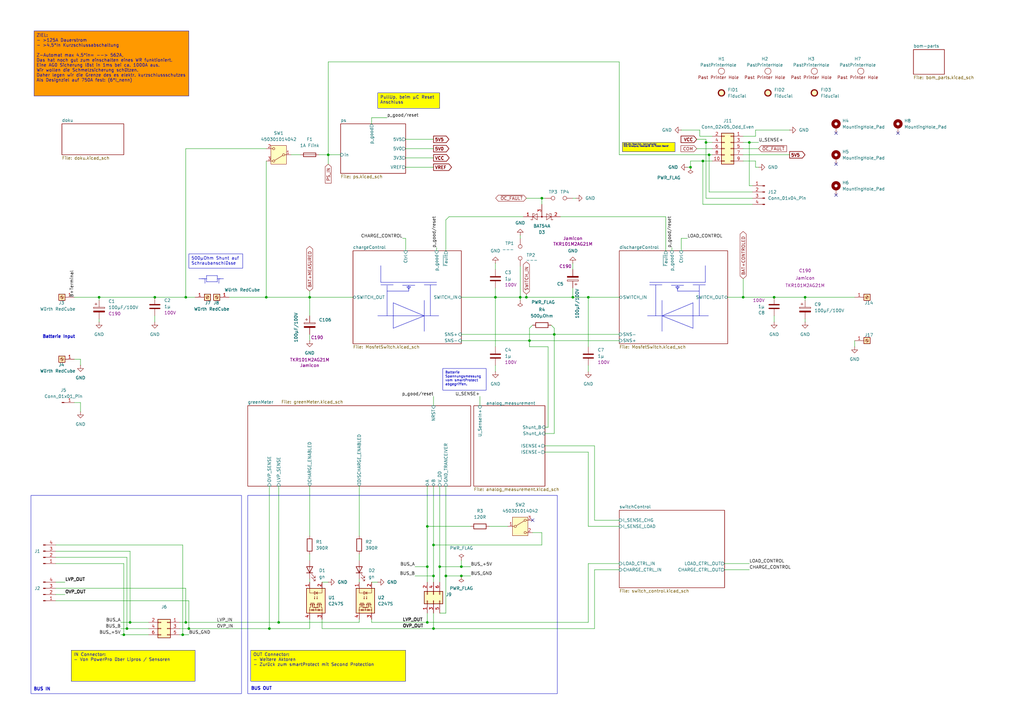
<source format=kicad_sch>
(kicad_sch
	(version 20250114)
	(generator "eeschema")
	(generator_version "9.0")
	(uuid "bf1f8167-8e29-49cc-a467-dd9cc2c77246")
	(paper "A3")
	(lib_symbols
		(symbol "Connector:Conn_01x01_Pin"
			(pin_names
				(offset 1.016)
				(hide yes)
			)
			(exclude_from_sim no)
			(in_bom yes)
			(on_board yes)
			(property "Reference" "J"
				(at 0 2.54 0)
				(effects
					(font
						(size 1.27 1.27)
					)
				)
			)
			(property "Value" "Conn_01x01_Pin"
				(at 0 -2.54 0)
				(effects
					(font
						(size 1.27 1.27)
					)
				)
			)
			(property "Footprint" ""
				(at 0 0 0)
				(effects
					(font
						(size 1.27 1.27)
					)
					(hide yes)
				)
			)
			(property "Datasheet" "~"
				(at 0 0 0)
				(effects
					(font
						(size 1.27 1.27)
					)
					(hide yes)
				)
			)
			(property "Description" "Generic connector, single row, 01x01, script generated"
				(at 0 0 0)
				(effects
					(font
						(size 1.27 1.27)
					)
					(hide yes)
				)
			)
			(property "ki_locked" ""
				(at 0 0 0)
				(effects
					(font
						(size 1.27 1.27)
					)
				)
			)
			(property "ki_keywords" "connector"
				(at 0 0 0)
				(effects
					(font
						(size 1.27 1.27)
					)
					(hide yes)
				)
			)
			(property "ki_fp_filters" "Connector*:*_1x??_*"
				(at 0 0 0)
				(effects
					(font
						(size 1.27 1.27)
					)
					(hide yes)
				)
			)
			(symbol "Conn_01x01_Pin_1_1"
				(rectangle
					(start 0.8636 0.127)
					(end 0 -0.127)
					(stroke
						(width 0.1524)
						(type default)
					)
					(fill
						(type outline)
					)
				)
				(polyline
					(pts
						(xy 1.27 0) (xy 0.8636 0)
					)
					(stroke
						(width 0.1524)
						(type default)
					)
					(fill
						(type none)
					)
				)
				(pin passive line
					(at 5.08 0 180)
					(length 3.81)
					(name "Pin_1"
						(effects
							(font
								(size 1.27 1.27)
							)
						)
					)
					(number "1"
						(effects
							(font
								(size 1.27 1.27)
							)
						)
					)
				)
			)
			(embedded_fonts no)
		)
		(symbol "Connector:Conn_01x04_Pin"
			(pin_names
				(offset 1.016)
				(hide yes)
			)
			(exclude_from_sim no)
			(in_bom yes)
			(on_board yes)
			(property "Reference" "J"
				(at 0 5.08 0)
				(effects
					(font
						(size 1.27 1.27)
					)
				)
			)
			(property "Value" "Conn_01x04_Pin"
				(at 0 -7.62 0)
				(effects
					(font
						(size 1.27 1.27)
					)
				)
			)
			(property "Footprint" ""
				(at 0 0 0)
				(effects
					(font
						(size 1.27 1.27)
					)
					(hide yes)
				)
			)
			(property "Datasheet" "~"
				(at 0 0 0)
				(effects
					(font
						(size 1.27 1.27)
					)
					(hide yes)
				)
			)
			(property "Description" "Generic connector, single row, 01x04, script generated"
				(at 0 0 0)
				(effects
					(font
						(size 1.27 1.27)
					)
					(hide yes)
				)
			)
			(property "ki_locked" ""
				(at 0 0 0)
				(effects
					(font
						(size 1.27 1.27)
					)
				)
			)
			(property "ki_keywords" "connector"
				(at 0 0 0)
				(effects
					(font
						(size 1.27 1.27)
					)
					(hide yes)
				)
			)
			(property "ki_fp_filters" "Connector*:*_1x??_*"
				(at 0 0 0)
				(effects
					(font
						(size 1.27 1.27)
					)
					(hide yes)
				)
			)
			(symbol "Conn_01x04_Pin_1_1"
				(rectangle
					(start 0.8636 2.667)
					(end 0 2.413)
					(stroke
						(width 0.1524)
						(type default)
					)
					(fill
						(type outline)
					)
				)
				(rectangle
					(start 0.8636 0.127)
					(end 0 -0.127)
					(stroke
						(width 0.1524)
						(type default)
					)
					(fill
						(type outline)
					)
				)
				(rectangle
					(start 0.8636 -2.413)
					(end 0 -2.667)
					(stroke
						(width 0.1524)
						(type default)
					)
					(fill
						(type outline)
					)
				)
				(rectangle
					(start 0.8636 -4.953)
					(end 0 -5.207)
					(stroke
						(width 0.1524)
						(type default)
					)
					(fill
						(type outline)
					)
				)
				(polyline
					(pts
						(xy 1.27 2.54) (xy 0.8636 2.54)
					)
					(stroke
						(width 0.1524)
						(type default)
					)
					(fill
						(type none)
					)
				)
				(polyline
					(pts
						(xy 1.27 0) (xy 0.8636 0)
					)
					(stroke
						(width 0.1524)
						(type default)
					)
					(fill
						(type none)
					)
				)
				(polyline
					(pts
						(xy 1.27 -2.54) (xy 0.8636 -2.54)
					)
					(stroke
						(width 0.1524)
						(type default)
					)
					(fill
						(type none)
					)
				)
				(polyline
					(pts
						(xy 1.27 -5.08) (xy 0.8636 -5.08)
					)
					(stroke
						(width 0.1524)
						(type default)
					)
					(fill
						(type none)
					)
				)
				(pin passive line
					(at 5.08 2.54 180)
					(length 3.81)
					(name "Pin_1"
						(effects
							(font
								(size 1.27 1.27)
							)
						)
					)
					(number "1"
						(effects
							(font
								(size 1.27 1.27)
							)
						)
					)
				)
				(pin passive line
					(at 5.08 0 180)
					(length 3.81)
					(name "Pin_2"
						(effects
							(font
								(size 1.27 1.27)
							)
						)
					)
					(number "2"
						(effects
							(font
								(size 1.27 1.27)
							)
						)
					)
				)
				(pin passive line
					(at 5.08 -2.54 180)
					(length 3.81)
					(name "Pin_3"
						(effects
							(font
								(size 1.27 1.27)
							)
						)
					)
					(number "3"
						(effects
							(font
								(size 1.27 1.27)
							)
						)
					)
				)
				(pin passive line
					(at 5.08 -5.08 180)
					(length 3.81)
					(name "Pin_4"
						(effects
							(font
								(size 1.27 1.27)
							)
						)
					)
					(number "4"
						(effects
							(font
								(size 1.27 1.27)
							)
						)
					)
				)
			)
			(embedded_fonts no)
		)
		(symbol "Connector:Screw_Terminal_01x01"
			(pin_names
				(offset 1.016)
				(hide yes)
			)
			(exclude_from_sim no)
			(in_bom yes)
			(on_board yes)
			(property "Reference" "J"
				(at 0 2.54 0)
				(effects
					(font
						(size 1.27 1.27)
					)
				)
			)
			(property "Value" "Screw_Terminal_01x01"
				(at 0 -2.54 0)
				(effects
					(font
						(size 1.27 1.27)
					)
				)
			)
			(property "Footprint" ""
				(at 0 0 0)
				(effects
					(font
						(size 1.27 1.27)
					)
					(hide yes)
				)
			)
			(property "Datasheet" "~"
				(at 0 0 0)
				(effects
					(font
						(size 1.27 1.27)
					)
					(hide yes)
				)
			)
			(property "Description" "Generic screw terminal, single row, 01x01, script generated (kicad-library-utils/schlib/autogen/connector/)"
				(at 0 0 0)
				(effects
					(font
						(size 1.27 1.27)
					)
					(hide yes)
				)
			)
			(property "ki_keywords" "screw terminal"
				(at 0 0 0)
				(effects
					(font
						(size 1.27 1.27)
					)
					(hide yes)
				)
			)
			(property "ki_fp_filters" "TerminalBlock*:*"
				(at 0 0 0)
				(effects
					(font
						(size 1.27 1.27)
					)
					(hide yes)
				)
			)
			(symbol "Screw_Terminal_01x01_1_1"
				(rectangle
					(start -1.27 1.27)
					(end 1.27 -1.27)
					(stroke
						(width 0.254)
						(type default)
					)
					(fill
						(type background)
					)
				)
				(polyline
					(pts
						(xy -0.5334 0.3302) (xy 0.3302 -0.508)
					)
					(stroke
						(width 0.1524)
						(type default)
					)
					(fill
						(type none)
					)
				)
				(polyline
					(pts
						(xy -0.3556 0.508) (xy 0.508 -0.3302)
					)
					(stroke
						(width 0.1524)
						(type default)
					)
					(fill
						(type none)
					)
				)
				(circle
					(center 0 0)
					(radius 0.635)
					(stroke
						(width 0.1524)
						(type default)
					)
					(fill
						(type none)
					)
				)
				(pin passive line
					(at -5.08 0 0)
					(length 3.81)
					(name "Pin_1"
						(effects
							(font
								(size 1.27 1.27)
							)
						)
					)
					(number "1"
						(effects
							(font
								(size 1.27 1.27)
							)
						)
					)
				)
			)
			(embedded_fonts no)
		)
		(symbol "Connector:TestPoint"
			(pin_numbers
				(hide yes)
			)
			(pin_names
				(offset 0.762)
				(hide yes)
			)
			(exclude_from_sim no)
			(in_bom yes)
			(on_board yes)
			(property "Reference" "TP"
				(at 0 6.858 0)
				(effects
					(font
						(size 1.27 1.27)
					)
				)
			)
			(property "Value" "TestPoint"
				(at 0 5.08 0)
				(effects
					(font
						(size 1.27 1.27)
					)
				)
			)
			(property "Footprint" ""
				(at 5.08 0 0)
				(effects
					(font
						(size 1.27 1.27)
					)
					(hide yes)
				)
			)
			(property "Datasheet" "~"
				(at 5.08 0 0)
				(effects
					(font
						(size 1.27 1.27)
					)
					(hide yes)
				)
			)
			(property "Description" "test point"
				(at 0 0 0)
				(effects
					(font
						(size 1.27 1.27)
					)
					(hide yes)
				)
			)
			(property "ki_keywords" "test point tp"
				(at 0 0 0)
				(effects
					(font
						(size 1.27 1.27)
					)
					(hide yes)
				)
			)
			(property "ki_fp_filters" "Pin* Test*"
				(at 0 0 0)
				(effects
					(font
						(size 1.27 1.27)
					)
					(hide yes)
				)
			)
			(symbol "TestPoint_0_1"
				(circle
					(center 0 3.302)
					(radius 0.762)
					(stroke
						(width 0)
						(type default)
					)
					(fill
						(type none)
					)
				)
			)
			(symbol "TestPoint_1_1"
				(pin passive line
					(at 0 0 90)
					(length 2.54)
					(name "1"
						(effects
							(font
								(size 1.27 1.27)
							)
						)
					)
					(number "1"
						(effects
							(font
								(size 1.27 1.27)
							)
						)
					)
				)
			)
			(embedded_fonts no)
		)
		(symbol "Connector_Generic:Conn_02x03_Odd_Even"
			(pin_names
				(offset 1.016)
				(hide yes)
			)
			(exclude_from_sim no)
			(in_bom yes)
			(on_board yes)
			(property "Reference" "J"
				(at 1.27 5.08 0)
				(effects
					(font
						(size 1.27 1.27)
					)
				)
			)
			(property "Value" "Conn_02x03_Odd_Even"
				(at 1.27 -5.08 0)
				(effects
					(font
						(size 1.27 1.27)
					)
				)
			)
			(property "Footprint" ""
				(at 0 0 0)
				(effects
					(font
						(size 1.27 1.27)
					)
					(hide yes)
				)
			)
			(property "Datasheet" "~"
				(at 0 0 0)
				(effects
					(font
						(size 1.27 1.27)
					)
					(hide yes)
				)
			)
			(property "Description" "Generic connector, double row, 02x03, odd/even pin numbering scheme (row 1 odd numbers, row 2 even numbers), script generated (kicad-library-utils/schlib/autogen/connector/)"
				(at 0 0 0)
				(effects
					(font
						(size 1.27 1.27)
					)
					(hide yes)
				)
			)
			(property "ki_keywords" "connector"
				(at 0 0 0)
				(effects
					(font
						(size 1.27 1.27)
					)
					(hide yes)
				)
			)
			(property "ki_fp_filters" "Connector*:*_2x??_*"
				(at 0 0 0)
				(effects
					(font
						(size 1.27 1.27)
					)
					(hide yes)
				)
			)
			(symbol "Conn_02x03_Odd_Even_1_1"
				(rectangle
					(start -1.27 3.81)
					(end 3.81 -3.81)
					(stroke
						(width 0.254)
						(type default)
					)
					(fill
						(type background)
					)
				)
				(rectangle
					(start -1.27 2.667)
					(end 0 2.413)
					(stroke
						(width 0.1524)
						(type default)
					)
					(fill
						(type none)
					)
				)
				(rectangle
					(start -1.27 0.127)
					(end 0 -0.127)
					(stroke
						(width 0.1524)
						(type default)
					)
					(fill
						(type none)
					)
				)
				(rectangle
					(start -1.27 -2.413)
					(end 0 -2.667)
					(stroke
						(width 0.1524)
						(type default)
					)
					(fill
						(type none)
					)
				)
				(rectangle
					(start 3.81 2.667)
					(end 2.54 2.413)
					(stroke
						(width 0.1524)
						(type default)
					)
					(fill
						(type none)
					)
				)
				(rectangle
					(start 3.81 0.127)
					(end 2.54 -0.127)
					(stroke
						(width 0.1524)
						(type default)
					)
					(fill
						(type none)
					)
				)
				(rectangle
					(start 3.81 -2.413)
					(end 2.54 -2.667)
					(stroke
						(width 0.1524)
						(type default)
					)
					(fill
						(type none)
					)
				)
				(pin passive line
					(at -5.08 2.54 0)
					(length 3.81)
					(name "Pin_1"
						(effects
							(font
								(size 1.27 1.27)
							)
						)
					)
					(number "1"
						(effects
							(font
								(size 1.27 1.27)
							)
						)
					)
				)
				(pin passive line
					(at -5.08 0 0)
					(length 3.81)
					(name "Pin_3"
						(effects
							(font
								(size 1.27 1.27)
							)
						)
					)
					(number "3"
						(effects
							(font
								(size 1.27 1.27)
							)
						)
					)
				)
				(pin passive line
					(at -5.08 -2.54 0)
					(length 3.81)
					(name "Pin_5"
						(effects
							(font
								(size 1.27 1.27)
							)
						)
					)
					(number "5"
						(effects
							(font
								(size 1.27 1.27)
							)
						)
					)
				)
				(pin passive line
					(at 7.62 2.54 180)
					(length 3.81)
					(name "Pin_2"
						(effects
							(font
								(size 1.27 1.27)
							)
						)
					)
					(number "2"
						(effects
							(font
								(size 1.27 1.27)
							)
						)
					)
				)
				(pin passive line
					(at 7.62 0 180)
					(length 3.81)
					(name "Pin_4"
						(effects
							(font
								(size 1.27 1.27)
							)
						)
					)
					(number "4"
						(effects
							(font
								(size 1.27 1.27)
							)
						)
					)
				)
				(pin passive line
					(at 7.62 -2.54 180)
					(length 3.81)
					(name "Pin_6"
						(effects
							(font
								(size 1.27 1.27)
							)
						)
					)
					(number "6"
						(effects
							(font
								(size 1.27 1.27)
							)
						)
					)
				)
			)
			(embedded_fonts no)
		)
		(symbol "Connector_Generic:Conn_02x05_Odd_Even"
			(pin_names
				(offset 1.016)
				(hide yes)
			)
			(exclude_from_sim no)
			(in_bom yes)
			(on_board yes)
			(property "Reference" "J"
				(at 1.27 7.62 0)
				(effects
					(font
						(size 1.27 1.27)
					)
				)
			)
			(property "Value" "Conn_02x05_Odd_Even"
				(at 1.27 -7.62 0)
				(effects
					(font
						(size 1.27 1.27)
					)
				)
			)
			(property "Footprint" ""
				(at 0 0 0)
				(effects
					(font
						(size 1.27 1.27)
					)
					(hide yes)
				)
			)
			(property "Datasheet" "~"
				(at 0 0 0)
				(effects
					(font
						(size 1.27 1.27)
					)
					(hide yes)
				)
			)
			(property "Description" "Generic connector, double row, 02x05, odd/even pin numbering scheme (row 1 odd numbers, row 2 even numbers), script generated (kicad-library-utils/schlib/autogen/connector/)"
				(at 0 0 0)
				(effects
					(font
						(size 1.27 1.27)
					)
					(hide yes)
				)
			)
			(property "ki_keywords" "connector"
				(at 0 0 0)
				(effects
					(font
						(size 1.27 1.27)
					)
					(hide yes)
				)
			)
			(property "ki_fp_filters" "Connector*:*_2x??_*"
				(at 0 0 0)
				(effects
					(font
						(size 1.27 1.27)
					)
					(hide yes)
				)
			)
			(symbol "Conn_02x05_Odd_Even_1_1"
				(rectangle
					(start -1.27 6.35)
					(end 3.81 -6.35)
					(stroke
						(width 0.254)
						(type default)
					)
					(fill
						(type background)
					)
				)
				(rectangle
					(start -1.27 5.207)
					(end 0 4.953)
					(stroke
						(width 0.1524)
						(type default)
					)
					(fill
						(type none)
					)
				)
				(rectangle
					(start -1.27 2.667)
					(end 0 2.413)
					(stroke
						(width 0.1524)
						(type default)
					)
					(fill
						(type none)
					)
				)
				(rectangle
					(start -1.27 0.127)
					(end 0 -0.127)
					(stroke
						(width 0.1524)
						(type default)
					)
					(fill
						(type none)
					)
				)
				(rectangle
					(start -1.27 -2.413)
					(end 0 -2.667)
					(stroke
						(width 0.1524)
						(type default)
					)
					(fill
						(type none)
					)
				)
				(rectangle
					(start -1.27 -4.953)
					(end 0 -5.207)
					(stroke
						(width 0.1524)
						(type default)
					)
					(fill
						(type none)
					)
				)
				(rectangle
					(start 3.81 5.207)
					(end 2.54 4.953)
					(stroke
						(width 0.1524)
						(type default)
					)
					(fill
						(type none)
					)
				)
				(rectangle
					(start 3.81 2.667)
					(end 2.54 2.413)
					(stroke
						(width 0.1524)
						(type default)
					)
					(fill
						(type none)
					)
				)
				(rectangle
					(start 3.81 0.127)
					(end 2.54 -0.127)
					(stroke
						(width 0.1524)
						(type default)
					)
					(fill
						(type none)
					)
				)
				(rectangle
					(start 3.81 -2.413)
					(end 2.54 -2.667)
					(stroke
						(width 0.1524)
						(type default)
					)
					(fill
						(type none)
					)
				)
				(rectangle
					(start 3.81 -4.953)
					(end 2.54 -5.207)
					(stroke
						(width 0.1524)
						(type default)
					)
					(fill
						(type none)
					)
				)
				(pin passive line
					(at -5.08 5.08 0)
					(length 3.81)
					(name "Pin_1"
						(effects
							(font
								(size 1.27 1.27)
							)
						)
					)
					(number "1"
						(effects
							(font
								(size 1.27 1.27)
							)
						)
					)
				)
				(pin passive line
					(at -5.08 2.54 0)
					(length 3.81)
					(name "Pin_3"
						(effects
							(font
								(size 1.27 1.27)
							)
						)
					)
					(number "3"
						(effects
							(font
								(size 1.27 1.27)
							)
						)
					)
				)
				(pin passive line
					(at -5.08 0 0)
					(length 3.81)
					(name "Pin_5"
						(effects
							(font
								(size 1.27 1.27)
							)
						)
					)
					(number "5"
						(effects
							(font
								(size 1.27 1.27)
							)
						)
					)
				)
				(pin passive line
					(at -5.08 -2.54 0)
					(length 3.81)
					(name "Pin_7"
						(effects
							(font
								(size 1.27 1.27)
							)
						)
					)
					(number "7"
						(effects
							(font
								(size 1.27 1.27)
							)
						)
					)
				)
				(pin passive line
					(at -5.08 -5.08 0)
					(length 3.81)
					(name "Pin_9"
						(effects
							(font
								(size 1.27 1.27)
							)
						)
					)
					(number "9"
						(effects
							(font
								(size 1.27 1.27)
							)
						)
					)
				)
				(pin passive line
					(at 7.62 5.08 180)
					(length 3.81)
					(name "Pin_2"
						(effects
							(font
								(size 1.27 1.27)
							)
						)
					)
					(number "2"
						(effects
							(font
								(size 1.27 1.27)
							)
						)
					)
				)
				(pin passive line
					(at 7.62 2.54 180)
					(length 3.81)
					(name "Pin_4"
						(effects
							(font
								(size 1.27 1.27)
							)
						)
					)
					(number "4"
						(effects
							(font
								(size 1.27 1.27)
							)
						)
					)
				)
				(pin passive line
					(at 7.62 0 180)
					(length 3.81)
					(name "Pin_6"
						(effects
							(font
								(size 1.27 1.27)
							)
						)
					)
					(number "6"
						(effects
							(font
								(size 1.27 1.27)
							)
						)
					)
				)
				(pin passive line
					(at 7.62 -2.54 180)
					(length 3.81)
					(name "Pin_8"
						(effects
							(font
								(size 1.27 1.27)
							)
						)
					)
					(number "8"
						(effects
							(font
								(size 1.27 1.27)
							)
						)
					)
				)
				(pin passive line
					(at 7.62 -5.08 180)
					(length 3.81)
					(name "Pin_10"
						(effects
							(font
								(size 1.27 1.27)
							)
						)
					)
					(number "10"
						(effects
							(font
								(size 1.27 1.27)
							)
						)
					)
				)
			)
			(embedded_fonts no)
		)
		(symbol "Device:C"
			(pin_numbers
				(hide yes)
			)
			(pin_names
				(offset 0.254)
			)
			(exclude_from_sim no)
			(in_bom yes)
			(on_board yes)
			(property "Reference" "C"
				(at 0.635 2.54 0)
				(effects
					(font
						(size 1.27 1.27)
					)
					(justify left)
				)
			)
			(property "Value" "C"
				(at 0.635 -2.54 0)
				(effects
					(font
						(size 1.27 1.27)
					)
					(justify left)
				)
			)
			(property "Footprint" ""
				(at 0.9652 -3.81 0)
				(effects
					(font
						(size 1.27 1.27)
					)
					(hide yes)
				)
			)
			(property "Datasheet" "~"
				(at 0 0 0)
				(effects
					(font
						(size 1.27 1.27)
					)
					(hide yes)
				)
			)
			(property "Description" "Unpolarized capacitor"
				(at 0 0 0)
				(effects
					(font
						(size 1.27 1.27)
					)
					(hide yes)
				)
			)
			(property "ki_keywords" "cap capacitor"
				(at 0 0 0)
				(effects
					(font
						(size 1.27 1.27)
					)
					(hide yes)
				)
			)
			(property "ki_fp_filters" "C_*"
				(at 0 0 0)
				(effects
					(font
						(size 1.27 1.27)
					)
					(hide yes)
				)
			)
			(symbol "C_0_1"
				(polyline
					(pts
						(xy -2.032 0.762) (xy 2.032 0.762)
					)
					(stroke
						(width 0.508)
						(type default)
					)
					(fill
						(type none)
					)
				)
				(polyline
					(pts
						(xy -2.032 -0.762) (xy 2.032 -0.762)
					)
					(stroke
						(width 0.508)
						(type default)
					)
					(fill
						(type none)
					)
				)
			)
			(symbol "C_1_1"
				(pin passive line
					(at 0 3.81 270)
					(length 2.794)
					(name "~"
						(effects
							(font
								(size 1.27 1.27)
							)
						)
					)
					(number "1"
						(effects
							(font
								(size 1.27 1.27)
							)
						)
					)
				)
				(pin passive line
					(at 0 -3.81 90)
					(length 2.794)
					(name "~"
						(effects
							(font
								(size 1.27 1.27)
							)
						)
					)
					(number "2"
						(effects
							(font
								(size 1.27 1.27)
							)
						)
					)
				)
			)
			(embedded_fonts no)
		)
		(symbol "Device:C_Polarized"
			(pin_numbers
				(hide yes)
			)
			(pin_names
				(offset 0.254)
			)
			(exclude_from_sim no)
			(in_bom yes)
			(on_board yes)
			(property "Reference" "C"
				(at 0.635 2.54 0)
				(effects
					(font
						(size 1.27 1.27)
					)
					(justify left)
				)
			)
			(property "Value" "C_Polarized"
				(at 0.635 -2.54 0)
				(effects
					(font
						(size 1.27 1.27)
					)
					(justify left)
				)
			)
			(property "Footprint" ""
				(at 0.9652 -3.81 0)
				(effects
					(font
						(size 1.27 1.27)
					)
					(hide yes)
				)
			)
			(property "Datasheet" "~"
				(at 0 0 0)
				(effects
					(font
						(size 1.27 1.27)
					)
					(hide yes)
				)
			)
			(property "Description" "Polarized capacitor"
				(at 0 0 0)
				(effects
					(font
						(size 1.27 1.27)
					)
					(hide yes)
				)
			)
			(property "ki_keywords" "cap capacitor"
				(at 0 0 0)
				(effects
					(font
						(size 1.27 1.27)
					)
					(hide yes)
				)
			)
			(property "ki_fp_filters" "CP_*"
				(at 0 0 0)
				(effects
					(font
						(size 1.27 1.27)
					)
					(hide yes)
				)
			)
			(symbol "C_Polarized_0_1"
				(rectangle
					(start -2.286 0.508)
					(end 2.286 1.016)
					(stroke
						(width 0)
						(type default)
					)
					(fill
						(type none)
					)
				)
				(polyline
					(pts
						(xy -1.778 2.286) (xy -0.762 2.286)
					)
					(stroke
						(width 0)
						(type default)
					)
					(fill
						(type none)
					)
				)
				(polyline
					(pts
						(xy -1.27 2.794) (xy -1.27 1.778)
					)
					(stroke
						(width 0)
						(type default)
					)
					(fill
						(type none)
					)
				)
				(rectangle
					(start 2.286 -0.508)
					(end -2.286 -1.016)
					(stroke
						(width 0)
						(type default)
					)
					(fill
						(type outline)
					)
				)
			)
			(symbol "C_Polarized_1_1"
				(pin passive line
					(at 0 3.81 270)
					(length 2.794)
					(name "~"
						(effects
							(font
								(size 1.27 1.27)
							)
						)
					)
					(number "1"
						(effects
							(font
								(size 1.27 1.27)
							)
						)
					)
				)
				(pin passive line
					(at 0 -3.81 90)
					(length 2.794)
					(name "~"
						(effects
							(font
								(size 1.27 1.27)
							)
						)
					)
					(number "2"
						(effects
							(font
								(size 1.27 1.27)
							)
						)
					)
				)
			)
			(embedded_fonts no)
		)
		(symbol "Device:Fuse"
			(pin_numbers
				(hide yes)
			)
			(pin_names
				(offset 0)
			)
			(exclude_from_sim no)
			(in_bom yes)
			(on_board yes)
			(property "Reference" "F"
				(at 2.032 0 90)
				(effects
					(font
						(size 1.27 1.27)
					)
				)
			)
			(property "Value" "Fuse"
				(at -1.905 0 90)
				(effects
					(font
						(size 1.27 1.27)
					)
				)
			)
			(property "Footprint" ""
				(at -1.778 0 90)
				(effects
					(font
						(size 1.27 1.27)
					)
					(hide yes)
				)
			)
			(property "Datasheet" "~"
				(at 0 0 0)
				(effects
					(font
						(size 1.27 1.27)
					)
					(hide yes)
				)
			)
			(property "Description" "Fuse"
				(at 0 0 0)
				(effects
					(font
						(size 1.27 1.27)
					)
					(hide yes)
				)
			)
			(property "ki_keywords" "fuse"
				(at 0 0 0)
				(effects
					(font
						(size 1.27 1.27)
					)
					(hide yes)
				)
			)
			(property "ki_fp_filters" "*Fuse*"
				(at 0 0 0)
				(effects
					(font
						(size 1.27 1.27)
					)
					(hide yes)
				)
			)
			(symbol "Fuse_0_1"
				(rectangle
					(start -0.762 -2.54)
					(end 0.762 2.54)
					(stroke
						(width 0.254)
						(type default)
					)
					(fill
						(type none)
					)
				)
				(polyline
					(pts
						(xy 0 2.54) (xy 0 -2.54)
					)
					(stroke
						(width 0)
						(type default)
					)
					(fill
						(type none)
					)
				)
			)
			(symbol "Fuse_1_1"
				(pin passive line
					(at 0 3.81 270)
					(length 1.27)
					(name "~"
						(effects
							(font
								(size 1.27 1.27)
							)
						)
					)
					(number "1"
						(effects
							(font
								(size 1.27 1.27)
							)
						)
					)
				)
				(pin passive line
					(at 0 -3.81 90)
					(length 1.27)
					(name "~"
						(effects
							(font
								(size 1.27 1.27)
							)
						)
					)
					(number "2"
						(effects
							(font
								(size 1.27 1.27)
							)
						)
					)
				)
			)
			(embedded_fonts no)
		)
		(symbol "Device:LED"
			(pin_numbers
				(hide yes)
			)
			(pin_names
				(offset 1.016)
				(hide yes)
			)
			(exclude_from_sim no)
			(in_bom yes)
			(on_board yes)
			(property "Reference" "D"
				(at 0 2.54 0)
				(effects
					(font
						(size 1.27 1.27)
					)
				)
			)
			(property "Value" "LED"
				(at 0 -2.54 0)
				(effects
					(font
						(size 1.27 1.27)
					)
				)
			)
			(property "Footprint" ""
				(at 0 0 0)
				(effects
					(font
						(size 1.27 1.27)
					)
					(hide yes)
				)
			)
			(property "Datasheet" "~"
				(at 0 0 0)
				(effects
					(font
						(size 1.27 1.27)
					)
					(hide yes)
				)
			)
			(property "Description" "Light emitting diode"
				(at 0 0 0)
				(effects
					(font
						(size 1.27 1.27)
					)
					(hide yes)
				)
			)
			(property "Sim.Pins" "1=K 2=A"
				(at 0 0 0)
				(effects
					(font
						(size 1.27 1.27)
					)
					(hide yes)
				)
			)
			(property "ki_keywords" "LED diode"
				(at 0 0 0)
				(effects
					(font
						(size 1.27 1.27)
					)
					(hide yes)
				)
			)
			(property "ki_fp_filters" "LED* LED_SMD:* LED_THT:*"
				(at 0 0 0)
				(effects
					(font
						(size 1.27 1.27)
					)
					(hide yes)
				)
			)
			(symbol "LED_0_1"
				(polyline
					(pts
						(xy -3.048 -0.762) (xy -4.572 -2.286) (xy -3.81 -2.286) (xy -4.572 -2.286) (xy -4.572 -1.524)
					)
					(stroke
						(width 0)
						(type default)
					)
					(fill
						(type none)
					)
				)
				(polyline
					(pts
						(xy -1.778 -0.762) (xy -3.302 -2.286) (xy -2.54 -2.286) (xy -3.302 -2.286) (xy -3.302 -1.524)
					)
					(stroke
						(width 0)
						(type default)
					)
					(fill
						(type none)
					)
				)
				(polyline
					(pts
						(xy -1.27 0) (xy 1.27 0)
					)
					(stroke
						(width 0)
						(type default)
					)
					(fill
						(type none)
					)
				)
				(polyline
					(pts
						(xy -1.27 -1.27) (xy -1.27 1.27)
					)
					(stroke
						(width 0.254)
						(type default)
					)
					(fill
						(type none)
					)
				)
				(polyline
					(pts
						(xy 1.27 -1.27) (xy 1.27 1.27) (xy -1.27 0) (xy 1.27 -1.27)
					)
					(stroke
						(width 0.254)
						(type default)
					)
					(fill
						(type none)
					)
				)
			)
			(symbol "LED_1_1"
				(pin passive line
					(at -3.81 0 0)
					(length 2.54)
					(name "K"
						(effects
							(font
								(size 1.27 1.27)
							)
						)
					)
					(number "1"
						(effects
							(font
								(size 1.27 1.27)
							)
						)
					)
				)
				(pin passive line
					(at 3.81 0 180)
					(length 2.54)
					(name "A"
						(effects
							(font
								(size 1.27 1.27)
							)
						)
					)
					(number "2"
						(effects
							(font
								(size 1.27 1.27)
							)
						)
					)
				)
			)
			(embedded_fonts no)
		)
		(symbol "Device:R"
			(pin_numbers
				(hide yes)
			)
			(pin_names
				(offset 0)
			)
			(exclude_from_sim no)
			(in_bom yes)
			(on_board yes)
			(property "Reference" "R"
				(at 2.032 0 90)
				(effects
					(font
						(size 1.27 1.27)
					)
				)
			)
			(property "Value" "R"
				(at 0 0 90)
				(effects
					(font
						(size 1.27 1.27)
					)
				)
			)
			(property "Footprint" ""
				(at -1.778 0 90)
				(effects
					(font
						(size 1.27 1.27)
					)
					(hide yes)
				)
			)
			(property "Datasheet" "~"
				(at 0 0 0)
				(effects
					(font
						(size 1.27 1.27)
					)
					(hide yes)
				)
			)
			(property "Description" "Resistor"
				(at 0 0 0)
				(effects
					(font
						(size 1.27 1.27)
					)
					(hide yes)
				)
			)
			(property "ki_keywords" "R res resistor"
				(at 0 0 0)
				(effects
					(font
						(size 1.27 1.27)
					)
					(hide yes)
				)
			)
			(property "ki_fp_filters" "R_*"
				(at 0 0 0)
				(effects
					(font
						(size 1.27 1.27)
					)
					(hide yes)
				)
			)
			(symbol "R_0_1"
				(rectangle
					(start -1.016 -2.54)
					(end 1.016 2.54)
					(stroke
						(width 0.254)
						(type default)
					)
					(fill
						(type none)
					)
				)
			)
			(symbol "R_1_1"
				(pin passive line
					(at 0 3.81 270)
					(length 1.27)
					(name "~"
						(effects
							(font
								(size 1.27 1.27)
							)
						)
					)
					(number "1"
						(effects
							(font
								(size 1.27 1.27)
							)
						)
					)
				)
				(pin passive line
					(at 0 -3.81 90)
					(length 1.27)
					(name "~"
						(effects
							(font
								(size 1.27 1.27)
							)
						)
					)
					(number "2"
						(effects
							(font
								(size 1.27 1.27)
							)
						)
					)
				)
			)
			(embedded_fonts no)
		)
		(symbol "Diode:BAT54A"
			(pin_names
				(offset 1.016)
			)
			(exclude_from_sim no)
			(in_bom yes)
			(on_board yes)
			(property "Reference" "D"
				(at 0.635 -3.81 0)
				(effects
					(font
						(size 1.27 1.27)
					)
					(justify left)
				)
			)
			(property "Value" "BAT54A"
				(at -6.35 3.175 0)
				(effects
					(font
						(size 1.27 1.27)
					)
					(justify left)
				)
			)
			(property "Footprint" "Package_TO_SOT_SMD:SOT-23"
				(at 1.905 3.175 0)
				(effects
					(font
						(size 1.27 1.27)
					)
					(justify left)
					(hide yes)
				)
			)
			(property "Datasheet" "http://www.diodes.com/_files/datasheets/ds11005.pdf"
				(at -3.048 0 0)
				(effects
					(font
						(size 1.27 1.27)
					)
					(hide yes)
				)
			)
			(property "Description" "schottky barrier diode"
				(at 0 0 0)
				(effects
					(font
						(size 1.27 1.27)
					)
					(hide yes)
				)
			)
			(property "ki_keywords" "schottky diode"
				(at 0 0 0)
				(effects
					(font
						(size 1.27 1.27)
					)
					(hide yes)
				)
			)
			(property "ki_fp_filters" "SOT?23*"
				(at 0 0 0)
				(effects
					(font
						(size 1.27 1.27)
					)
					(hide yes)
				)
			)
			(symbol "BAT54A_0_1"
				(polyline
					(pts
						(xy -4.445 1.27) (xy -4.445 1.016)
					)
					(stroke
						(width 0)
						(type default)
					)
					(fill
						(type none)
					)
				)
				(polyline
					(pts
						(xy -3.81 1.27) (xy -4.445 1.27)
					)
					(stroke
						(width 0)
						(type default)
					)
					(fill
						(type none)
					)
				)
				(polyline
					(pts
						(xy -3.81 0) (xy -1.27 0)
					)
					(stroke
						(width 0)
						(type default)
					)
					(fill
						(type none)
					)
				)
				(polyline
					(pts
						(xy -3.81 -1.27) (xy -3.81 1.27)
					)
					(stroke
						(width 0)
						(type default)
					)
					(fill
						(type none)
					)
				)
				(polyline
					(pts
						(xy -3.81 -1.27) (xy -3.175 -1.27)
					)
					(stroke
						(width 0)
						(type default)
					)
					(fill
						(type none)
					)
				)
				(polyline
					(pts
						(xy -3.175 -1.27) (xy -3.175 -1.016)
					)
					(stroke
						(width 0)
						(type default)
					)
					(fill
						(type none)
					)
				)
				(polyline
					(pts
						(xy -1.905 1.27) (xy -1.905 -1.27) (xy -3.81 0) (xy -1.905 1.27)
					)
					(stroke
						(width 0)
						(type default)
					)
					(fill
						(type none)
					)
				)
				(polyline
					(pts
						(xy -1.905 0) (xy 1.905 0)
					)
					(stroke
						(width 0)
						(type default)
					)
					(fill
						(type none)
					)
				)
				(circle
					(center 0 0)
					(radius 0.254)
					(stroke
						(width 0)
						(type default)
					)
					(fill
						(type outline)
					)
				)
				(polyline
					(pts
						(xy 1.27 0) (xy 3.81 0)
					)
					(stroke
						(width 0)
						(type default)
					)
					(fill
						(type none)
					)
				)
				(polyline
					(pts
						(xy 1.905 1.27) (xy 1.905 -1.27) (xy 3.81 0) (xy 1.905 1.27)
					)
					(stroke
						(width 0)
						(type default)
					)
					(fill
						(type none)
					)
				)
				(polyline
					(pts
						(xy 3.175 -1.27) (xy 3.175 -1.016)
					)
					(stroke
						(width 0)
						(type default)
					)
					(fill
						(type none)
					)
				)
				(polyline
					(pts
						(xy 3.81 1.27) (xy 4.445 1.27)
					)
					(stroke
						(width 0)
						(type default)
					)
					(fill
						(type none)
					)
				)
				(polyline
					(pts
						(xy 3.81 -1.27) (xy 3.175 -1.27)
					)
					(stroke
						(width 0)
						(type default)
					)
					(fill
						(type none)
					)
				)
				(polyline
					(pts
						(xy 3.81 -1.27) (xy 3.81 1.27)
					)
					(stroke
						(width 0)
						(type default)
					)
					(fill
						(type none)
					)
				)
				(polyline
					(pts
						(xy 4.445 1.27) (xy 4.445 1.016)
					)
					(stroke
						(width 0)
						(type default)
					)
					(fill
						(type none)
					)
				)
			)
			(symbol "BAT54A_1_1"
				(pin passive line
					(at -7.62 0 0)
					(length 3.81)
					(name "~"
						(effects
							(font
								(size 1.27 1.27)
							)
						)
					)
					(number "1"
						(effects
							(font
								(size 1.27 1.27)
							)
						)
					)
				)
				(pin passive line
					(at 0 -5.08 90)
					(length 5.08)
					(name "~"
						(effects
							(font
								(size 1.27 1.27)
							)
						)
					)
					(number "3"
						(effects
							(font
								(size 1.27 1.27)
							)
						)
					)
				)
				(pin passive line
					(at 7.62 0 180)
					(length 3.81)
					(name "~"
						(effects
							(font
								(size 1.27 1.27)
							)
						)
					)
					(number "2"
						(effects
							(font
								(size 1.27 1.27)
							)
						)
					)
				)
			)
			(embedded_fonts no)
		)
		(symbol "Mechanical:Fiducial"
			(exclude_from_sim yes)
			(in_bom no)
			(on_board yes)
			(property "Reference" "FID"
				(at 0 5.08 0)
				(effects
					(font
						(size 1.27 1.27)
					)
				)
			)
			(property "Value" "Fiducial"
				(at 0 3.175 0)
				(effects
					(font
						(size 1.27 1.27)
					)
				)
			)
			(property "Footprint" ""
				(at 0 0 0)
				(effects
					(font
						(size 1.27 1.27)
					)
					(hide yes)
				)
			)
			(property "Datasheet" "~"
				(at 0 0 0)
				(effects
					(font
						(size 1.27 1.27)
					)
					(hide yes)
				)
			)
			(property "Description" "Fiducial Marker"
				(at 0 0 0)
				(effects
					(font
						(size 1.27 1.27)
					)
					(hide yes)
				)
			)
			(property "ki_keywords" "fiducial marker"
				(at 0 0 0)
				(effects
					(font
						(size 1.27 1.27)
					)
					(hide yes)
				)
			)
			(property "ki_fp_filters" "Fiducial*"
				(at 0 0 0)
				(effects
					(font
						(size 1.27 1.27)
					)
					(hide yes)
				)
			)
			(symbol "Fiducial_0_1"
				(circle
					(center 0 0)
					(radius 1.27)
					(stroke
						(width 0.508)
						(type default)
					)
					(fill
						(type background)
					)
				)
			)
			(embedded_fonts no)
		)
		(symbol "Mechanical:MountingHole_Pad"
			(pin_numbers
				(hide yes)
			)
			(pin_names
				(offset 1.016)
				(hide yes)
			)
			(exclude_from_sim yes)
			(in_bom no)
			(on_board yes)
			(property "Reference" "H"
				(at 0 6.35 0)
				(effects
					(font
						(size 1.27 1.27)
					)
				)
			)
			(property "Value" "MountingHole_Pad"
				(at 0 4.445 0)
				(effects
					(font
						(size 1.27 1.27)
					)
				)
			)
			(property "Footprint" ""
				(at 0 0 0)
				(effects
					(font
						(size 1.27 1.27)
					)
					(hide yes)
				)
			)
			(property "Datasheet" "~"
				(at 0 0 0)
				(effects
					(font
						(size 1.27 1.27)
					)
					(hide yes)
				)
			)
			(property "Description" "Mounting Hole with connection"
				(at 0 0 0)
				(effects
					(font
						(size 1.27 1.27)
					)
					(hide yes)
				)
			)
			(property "ki_keywords" "mounting hole"
				(at 0 0 0)
				(effects
					(font
						(size 1.27 1.27)
					)
					(hide yes)
				)
			)
			(property "ki_fp_filters" "MountingHole*Pad*"
				(at 0 0 0)
				(effects
					(font
						(size 1.27 1.27)
					)
					(hide yes)
				)
			)
			(symbol "MountingHole_Pad_0_1"
				(circle
					(center 0 1.27)
					(radius 1.27)
					(stroke
						(width 1.27)
						(type default)
					)
					(fill
						(type none)
					)
				)
			)
			(symbol "MountingHole_Pad_1_1"
				(pin input line
					(at 0 -2.54 90)
					(length 2.54)
					(name "1"
						(effects
							(font
								(size 1.27 1.27)
							)
						)
					)
					(number "1"
						(effects
							(font
								(size 1.27 1.27)
							)
						)
					)
				)
			)
			(embedded_fonts no)
		)
		(symbol "Relay_SolidState:ASSR-1218"
			(exclude_from_sim no)
			(in_bom yes)
			(on_board yes)
			(property "Reference" "U"
				(at -5.08 5.08 0)
				(effects
					(font
						(size 1.27 1.27)
					)
					(justify left)
				)
			)
			(property "Value" "ASSR-1218"
				(at 0 5.08 0)
				(effects
					(font
						(size 1.27 1.27)
					)
					(justify left)
				)
			)
			(property "Footprint" "Package_SO:SO-4_4.4x4.3mm_P2.54mm"
				(at -5.08 -5.08 0)
				(effects
					(font
						(size 1.27 1.27)
						(italic yes)
					)
					(justify left)
					(hide yes)
				)
			)
			(property "Datasheet" "https://docs.broadcom.com/docs/AV02-0173EN"
				(at 0 0 0)
				(effects
					(font
						(size 1.27 1.27)
					)
					(justify left)
					(hide yes)
				)
			)
			(property "Description" "Form A, Solid State Relay (Photo MOSFET) 60V, 0.2A, 10Ohm, SO-4"
				(at 0 0 0)
				(effects
					(font
						(size 1.27 1.27)
					)
					(hide yes)
				)
			)
			(property "ki_keywords" "MOSFET Output Photorelay 1-Form-A"
				(at 0 0 0)
				(effects
					(font
						(size 1.27 1.27)
					)
					(hide yes)
				)
			)
			(property "ki_fp_filters" "SO*4.4x4.3mm*P2.54mm*"
				(at 0 0 0)
				(effects
					(font
						(size 1.27 1.27)
					)
					(hide yes)
				)
			)
			(symbol "ASSR-1218_0_1"
				(rectangle
					(start -5.08 3.81)
					(end 5.08 -3.81)
					(stroke
						(width 0.254)
						(type default)
					)
					(fill
						(type background)
					)
				)
				(polyline
					(pts
						(xy -5.08 2.54) (xy -3.175 2.54) (xy -3.175 -2.54) (xy -5.08 -2.54)
					)
					(stroke
						(width 0)
						(type default)
					)
					(fill
						(type none)
					)
				)
				(polyline
					(pts
						(xy -3.81 -0.635) (xy -2.54 -0.635)
					)
					(stroke
						(width 0)
						(type default)
					)
					(fill
						(type none)
					)
				)
				(polyline
					(pts
						(xy -3.175 -0.635) (xy -3.81 0.635) (xy -2.54 0.635) (xy -3.175 -0.635)
					)
					(stroke
						(width 0)
						(type default)
					)
					(fill
						(type none)
					)
				)
				(polyline
					(pts
						(xy -1.905 0.508) (xy -0.635 0.508) (xy -1.016 0.381) (xy -1.016 0.635) (xy -0.635 0.508)
					)
					(stroke
						(width 0)
						(type default)
					)
					(fill
						(type none)
					)
				)
				(polyline
					(pts
						(xy -1.905 -0.508) (xy -0.635 -0.508) (xy -1.016 -0.635) (xy -1.016 -0.381) (xy -0.635 -0.508)
					)
					(stroke
						(width 0)
						(type default)
					)
					(fill
						(type none)
					)
				)
				(polyline
					(pts
						(xy 1.016 2.159) (xy 1.016 0.635)
					)
					(stroke
						(width 0.2032)
						(type default)
					)
					(fill
						(type none)
					)
				)
				(polyline
					(pts
						(xy 1.016 -0.635) (xy 1.016 -2.159)
					)
					(stroke
						(width 0.2032)
						(type default)
					)
					(fill
						(type none)
					)
				)
				(polyline
					(pts
						(xy 1.524 2.286) (xy 1.524 2.032) (xy 1.524 2.032)
					)
					(stroke
						(width 0.3556)
						(type default)
					)
					(fill
						(type none)
					)
				)
				(polyline
					(pts
						(xy 1.524 1.524) (xy 1.524 1.27) (xy 1.524 1.27)
					)
					(stroke
						(width 0.3556)
						(type default)
					)
					(fill
						(type none)
					)
				)
				(polyline
					(pts
						(xy 1.524 0.762) (xy 1.524 0.508) (xy 1.524 0.508)
					)
					(stroke
						(width 0.3556)
						(type default)
					)
					(fill
						(type none)
					)
				)
				(polyline
					(pts
						(xy 1.524 -0.508) (xy 1.524 -0.762)
					)
					(stroke
						(width 0.3556)
						(type default)
					)
					(fill
						(type none)
					)
				)
				(polyline
					(pts
						(xy 1.524 -1.27) (xy 1.524 -1.524) (xy 1.524 -1.524)
					)
					(stroke
						(width 0.3556)
						(type default)
					)
					(fill
						(type none)
					)
				)
				(polyline
					(pts
						(xy 1.524 -2.032) (xy 1.524 -2.286) (xy 1.524 -2.286)
					)
					(stroke
						(width 0.3556)
						(type default)
					)
					(fill
						(type none)
					)
				)
				(polyline
					(pts
						(xy 1.651 2.159) (xy 2.794 2.159) (xy 2.794 2.54) (xy 5.08 2.54)
					)
					(stroke
						(width 0)
						(type default)
					)
					(fill
						(type none)
					)
				)
				(polyline
					(pts
						(xy 1.651 1.397) (xy 2.794 1.397) (xy 2.794 0.635)
					)
					(stroke
						(width 0)
						(type default)
					)
					(fill
						(type none)
					)
				)
				(polyline
					(pts
						(xy 1.651 -0.635) (xy 2.794 -0.635) (xy 2.794 0.635) (xy 1.651 0.635)
					)
					(stroke
						(width 0)
						(type default)
					)
					(fill
						(type none)
					)
				)
				(polyline
					(pts
						(xy 1.651 -1.397) (xy 2.794 -1.397) (xy 2.794 -0.635)
					)
					(stroke
						(width 0)
						(type default)
					)
					(fill
						(type none)
					)
				)
				(polyline
					(pts
						(xy 1.651 -2.159) (xy 2.794 -2.159) (xy 2.794 -2.54) (xy 5.08 -2.54)
					)
					(stroke
						(width 0)
						(type default)
					)
					(fill
						(type none)
					)
				)
				(polyline
					(pts
						(xy 1.778 1.397) (xy 2.286 1.524) (xy 2.286 1.27) (xy 1.778 1.397)
					)
					(stroke
						(width 0)
						(type default)
					)
					(fill
						(type none)
					)
				)
				(polyline
					(pts
						(xy 1.778 -1.397) (xy 2.286 -1.27) (xy 2.286 -1.524) (xy 1.778 -1.397)
					)
					(stroke
						(width 0)
						(type default)
					)
					(fill
						(type none)
					)
				)
				(circle
					(center 2.794 0.635)
					(radius 0.127)
					(stroke
						(width 0)
						(type default)
					)
					(fill
						(type none)
					)
				)
				(polyline
					(pts
						(xy 2.794 0) (xy 3.81 0)
					)
					(stroke
						(width 0)
						(type default)
					)
					(fill
						(type none)
					)
				)
				(circle
					(center 2.794 0)
					(radius 0.127)
					(stroke
						(width 0)
						(type default)
					)
					(fill
						(type none)
					)
				)
				(circle
					(center 2.794 -0.635)
					(radius 0.127)
					(stroke
						(width 0)
						(type default)
					)
					(fill
						(type none)
					)
				)
				(polyline
					(pts
						(xy 3.429 1.651) (xy 4.191 1.651)
					)
					(stroke
						(width 0)
						(type default)
					)
					(fill
						(type none)
					)
				)
				(polyline
					(pts
						(xy 3.429 -1.651) (xy 4.191 -1.651)
					)
					(stroke
						(width 0)
						(type default)
					)
					(fill
						(type none)
					)
				)
				(circle
					(center 3.81 2.54)
					(radius 0.127)
					(stroke
						(width 0)
						(type default)
					)
					(fill
						(type none)
					)
				)
				(polyline
					(pts
						(xy 3.81 1.651) (xy 3.429 0.889) (xy 4.191 0.889) (xy 3.81 1.651)
					)
					(stroke
						(width 0)
						(type default)
					)
					(fill
						(type none)
					)
				)
				(circle
					(center 3.81 0)
					(radius 0.127)
					(stroke
						(width 0)
						(type default)
					)
					(fill
						(type none)
					)
				)
				(polyline
					(pts
						(xy 3.81 -1.651) (xy 3.429 -0.889) (xy 4.191 -0.889) (xy 3.81 -1.651)
					)
					(stroke
						(width 0)
						(type default)
					)
					(fill
						(type none)
					)
				)
				(polyline
					(pts
						(xy 3.81 -2.54) (xy 3.81 2.54)
					)
					(stroke
						(width 0)
						(type default)
					)
					(fill
						(type none)
					)
				)
				(circle
					(center 3.81 -2.54)
					(radius 0.127)
					(stroke
						(width 0)
						(type default)
					)
					(fill
						(type none)
					)
				)
			)
			(symbol "ASSR-1218_1_1"
				(pin passive line
					(at -7.62 2.54 0)
					(length 2.54)
					(name "~"
						(effects
							(font
								(size 1.27 1.27)
							)
						)
					)
					(number "1"
						(effects
							(font
								(size 1.27 1.27)
							)
						)
					)
				)
				(pin passive line
					(at -7.62 -2.54 0)
					(length 2.54)
					(name "~"
						(effects
							(font
								(size 1.27 1.27)
							)
						)
					)
					(number "2"
						(effects
							(font
								(size 1.27 1.27)
							)
						)
					)
				)
				(pin passive line
					(at 7.62 2.54 180)
					(length 2.54)
					(name "~"
						(effects
							(font
								(size 1.27 1.27)
							)
						)
					)
					(number "4"
						(effects
							(font
								(size 1.27 1.27)
							)
						)
					)
				)
				(pin passive line
					(at 7.62 -2.54 180)
					(length 2.54)
					(name "~"
						(effects
							(font
								(size 1.27 1.27)
							)
						)
					)
					(number "3"
						(effects
							(font
								(size 1.27 1.27)
							)
						)
					)
				)
			)
			(embedded_fonts no)
		)
		(symbol "Switch:SW_Wuerth_450301014042"
			(pin_names
				(offset 1)
				(hide yes)
			)
			(exclude_from_sim no)
			(in_bom yes)
			(on_board yes)
			(property "Reference" "SW"
				(at 0 5.08 0)
				(effects
					(font
						(size 1.27 1.27)
					)
				)
			)
			(property "Value" "SW_Wuerth_450301014042"
				(at 0 -5.08 0)
				(effects
					(font
						(size 1.27 1.27)
					)
				)
			)
			(property "Footprint" "Button_Switch_THT:SW_Slide-03_Wuerth-WS-SLTV_10x2.5x6.4_P2.54mm"
				(at 0 -10.16 0)
				(effects
					(font
						(size 1.27 1.27)
					)
					(hide yes)
				)
			)
			(property "Datasheet" "https://www.we-online.com/components/products/datasheet/450301014042.pdf"
				(at 0 -7.62 0)
				(effects
					(font
						(size 1.27 1.27)
					)
					(hide yes)
				)
			)
			(property "Description" "Switch slide, single pole double throw"
				(at 0 0 0)
				(effects
					(font
						(size 1.27 1.27)
					)
					(hide yes)
				)
			)
			(property "ki_keywords" "changeover single-pole opposite-side-connection double-throw spdt ON-ON"
				(at 0 0 0)
				(effects
					(font
						(size 1.27 1.27)
					)
					(hide yes)
				)
			)
			(property "ki_fp_filters" "SW*Wuerth*WS*SLTV*10x2.5x6.4*P2.54mm*"
				(at 0 0 0)
				(effects
					(font
						(size 1.27 1.27)
					)
					(hide yes)
				)
			)
			(symbol "SW_Wuerth_450301014042_0_1"
				(circle
					(center -2.032 0)
					(radius 0.4572)
					(stroke
						(width 0)
						(type default)
					)
					(fill
						(type none)
					)
				)
				(polyline
					(pts
						(xy -1.651 0.254) (xy 1.651 2.286)
					)
					(stroke
						(width 0)
						(type default)
					)
					(fill
						(type none)
					)
				)
				(circle
					(center 2.032 2.54)
					(radius 0.4572)
					(stroke
						(width 0)
						(type default)
					)
					(fill
						(type none)
					)
				)
				(circle
					(center 2.032 -2.54)
					(radius 0.4572)
					(stroke
						(width 0)
						(type default)
					)
					(fill
						(type none)
					)
				)
			)
			(symbol "SW_Wuerth_450301014042_1_1"
				(rectangle
					(start -3.175 3.81)
					(end 3.175 -3.81)
					(stroke
						(width 0)
						(type default)
					)
					(fill
						(type background)
					)
				)
				(pin passive line
					(at -5.08 0 0)
					(length 2.54)
					(name "B"
						(effects
							(font
								(size 1.27 1.27)
							)
						)
					)
					(number "1"
						(effects
							(font
								(size 1.27 1.27)
							)
						)
					)
				)
				(pin passive line
					(at 5.08 2.54 180)
					(length 2.54)
					(name "A"
						(effects
							(font
								(size 1.27 1.27)
							)
						)
					)
					(number "3"
						(effects
							(font
								(size 1.27 1.27)
							)
						)
					)
				)
				(pin passive line
					(at 5.08 -2.54 180)
					(length 2.54)
					(name "C"
						(effects
							(font
								(size 1.27 1.27)
							)
						)
					)
					(number "2"
						(effects
							(font
								(size 1.27 1.27)
							)
						)
					)
				)
			)
			(embedded_fonts no)
		)
		(symbol "myMounting:mounting_past_printer"
			(exclude_from_sim no)
			(in_bom no)
			(on_board yes)
			(property "Reference" "H"
				(at 0 0 0)
				(effects
					(font
						(size 1.27 1.27)
					)
				)
			)
			(property "Value" ""
				(at 0 0 0)
				(effects
					(font
						(size 1.27 1.27)
					)
				)
			)
			(property "Footprint" "myHoles:printer_mounting_holes_1mm"
				(at 0 0 0)
				(effects
					(font
						(size 1.27 1.27)
					)
					(hide yes)
				)
			)
			(property "Datasheet" ""
				(at 0 0 0)
				(effects
					(font
						(size 1.27 1.27)
					)
					(hide yes)
				)
			)
			(property "Description" ""
				(at 0 0 0)
				(effects
					(font
						(size 1.27 1.27)
					)
					(hide yes)
				)
			)
			(symbol "mounting_past_printer_0_1"
				(circle
					(center 0 0)
					(radius 1.27)
					(stroke
						(width 0)
						(type default)
					)
					(fill
						(type none)
					)
				)
			)
			(symbol "mounting_past_printer_1_1"
				(text "Past Printer Hole\n"
					(at -1.27 -2.54 0)
					(effects
						(font
							(size 1.27 1.27)
						)
					)
				)
			)
			(embedded_fonts no)
		)
		(symbol "power:GND"
			(power)
			(pin_numbers
				(hide yes)
			)
			(pin_names
				(offset 0)
				(hide yes)
			)
			(exclude_from_sim no)
			(in_bom yes)
			(on_board yes)
			(property "Reference" "#PWR"
				(at 0 -6.35 0)
				(effects
					(font
						(size 1.27 1.27)
					)
					(hide yes)
				)
			)
			(property "Value" "GND"
				(at 0 -3.81 0)
				(effects
					(font
						(size 1.27 1.27)
					)
				)
			)
			(property "Footprint" ""
				(at 0 0 0)
				(effects
					(font
						(size 1.27 1.27)
					)
					(hide yes)
				)
			)
			(property "Datasheet" ""
				(at 0 0 0)
				(effects
					(font
						(size 1.27 1.27)
					)
					(hide yes)
				)
			)
			(property "Description" "Power symbol creates a global label with name \"GND\" , ground"
				(at 0 0 0)
				(effects
					(font
						(size 1.27 1.27)
					)
					(hide yes)
				)
			)
			(property "ki_keywords" "global power"
				(at 0 0 0)
				(effects
					(font
						(size 1.27 1.27)
					)
					(hide yes)
				)
			)
			(symbol "GND_0_1"
				(polyline
					(pts
						(xy 0 0) (xy 0 -1.27) (xy 1.27 -1.27) (xy 0 -2.54) (xy -1.27 -1.27) (xy 0 -1.27)
					)
					(stroke
						(width 0)
						(type default)
					)
					(fill
						(type none)
					)
				)
			)
			(symbol "GND_1_1"
				(pin power_in line
					(at 0 0 270)
					(length 0)
					(name "~"
						(effects
							(font
								(size 1.27 1.27)
							)
						)
					)
					(number "1"
						(effects
							(font
								(size 1.27 1.27)
							)
						)
					)
				)
			)
			(embedded_fonts no)
		)
		(symbol "power:PWR_FLAG"
			(power)
			(pin_numbers
				(hide yes)
			)
			(pin_names
				(offset 0)
				(hide yes)
			)
			(exclude_from_sim no)
			(in_bom yes)
			(on_board yes)
			(property "Reference" "#FLG"
				(at 0 1.905 0)
				(effects
					(font
						(size 1.27 1.27)
					)
					(hide yes)
				)
			)
			(property "Value" "PWR_FLAG"
				(at 0 3.81 0)
				(effects
					(font
						(size 1.27 1.27)
					)
				)
			)
			(property "Footprint" ""
				(at 0 0 0)
				(effects
					(font
						(size 1.27 1.27)
					)
					(hide yes)
				)
			)
			(property "Datasheet" "~"
				(at 0 0 0)
				(effects
					(font
						(size 1.27 1.27)
					)
					(hide yes)
				)
			)
			(property "Description" "Special symbol for telling ERC where power comes from"
				(at 0 0 0)
				(effects
					(font
						(size 1.27 1.27)
					)
					(hide yes)
				)
			)
			(property "ki_keywords" "flag power"
				(at 0 0 0)
				(effects
					(font
						(size 1.27 1.27)
					)
					(hide yes)
				)
			)
			(symbol "PWR_FLAG_0_0"
				(pin power_out line
					(at 0 0 90)
					(length 0)
					(name "~"
						(effects
							(font
								(size 1.27 1.27)
							)
						)
					)
					(number "1"
						(effects
							(font
								(size 1.27 1.27)
							)
						)
					)
				)
			)
			(symbol "PWR_FLAG_0_1"
				(polyline
					(pts
						(xy 0 0) (xy 0 1.27) (xy -1.016 1.905) (xy 0 2.54) (xy 1.016 1.905) (xy 0 1.27)
					)
					(stroke
						(width 0)
						(type default)
					)
					(fill
						(type none)
					)
				)
			)
			(embedded_fonts no)
		)
	)
	(rectangle
		(start 101.6 203.2)
		(end 228.6 284.48)
		(stroke
			(width 0)
			(type default)
		)
		(fill
			(type none)
		)
		(uuid 850298ac-a063-417f-9435-f66bccdf823b)
	)
	(rectangle
		(start 12.7 203.2)
		(end 99.06 284.48)
		(stroke
			(width 0)
			(type default)
		)
		(fill
			(type none)
		)
		(uuid cf63cb3a-9eee-4975-a102-849d1c547225)
	)
	(text "BUS IN"
		(exclude_from_sim no)
		(at 13.716 283.464 0)
		(effects
			(font
				(size 1.27 1.27)
				(thickness 0.254)
				(bold yes)
			)
			(justify left bottom)
		)
		(uuid "136446c8-4f74-4b3c-959d-a42a5556ed4e")
	)
	(text "Batterie Input"
		(exclude_from_sim no)
		(at 24.13 138.176 0)
		(effects
			(font
				(size 1.27 1.27)
				(thickness 0.254)
				(bold yes)
			)
		)
		(uuid "8fb42ca2-5f05-451a-bcbc-8e2b950c0fd2")
	)
	(text "BUS OUT"
		(exclude_from_sim no)
		(at 102.87 283.21 0)
		(effects
			(font
				(size 1.27 1.27)
				(thickness 0.254)
				(bold yes)
			)
			(justify left bottom)
		)
		(uuid "9353200d-486c-4265-b7e3-1826a39658f3")
	)
	(text_box "Batterie Spannungsmessung\nvom smartProtect abgegriffen."
		(exclude_from_sim no)
		(at 181.61 151.13 0)
		(size 17.78 8.89)
		(margins 0.9525 0.9525 0.9525 0.9525)
		(stroke
			(width 0)
			(type default)
		)
		(fill
			(type none)
		)
		(effects
			(font
				(size 1 1)
			)
			(justify left top)
		)
		(uuid "01cccd26-2abf-449f-83fa-ad7fc57b30f9")
	)
	(text_box "IN Connector:\n- Von PowerPro über Lipros / Sensoren\n\n"
		(exclude_from_sim no)
		(at 29.21 266.7 0)
		(size 50.8 12.7)
		(margins 0.9525 0.9525 0.9525 0.9525)
		(stroke
			(width 0)
			(type solid)
		)
		(fill
			(type color)
			(color 255 255 0 1)
		)
		(effects
			(font
				(size 1.27 1.27)
			)
			(justify left top)
		)
		(uuid "41a30109-5e66-4795-8642-3e645e3d3e64")
	)
	(text_box "BMS_OK: Reserviert, Kommunikation\nVCC: Versorgung Mastergerät via Protect Board? "
		(exclude_from_sim no)
		(at 255.27 58.42 0)
		(size 21.59 3.81)
		(margins 0.375 0.375 0.375 0.375)
		(stroke
			(width 0)
			(type default)
		)
		(fill
			(type color)
			(color 255 255 0 1)
		)
		(effects
			(font
				(size 0.5 0.5)
			)
			(justify left top)
		)
		(uuid "64d119dc-3a90-48b1-8c4c-c9ce2768d752")
	)
	(text_box "OUT Connector:\n- Weitere Aktoren\n- Zurück zum smartProtect mit Second Protection\n"
		(exclude_from_sim no)
		(at 102.87 266.7 0)
		(size 63.5 12.7)
		(margins 0.9525 0.9525 0.9525 0.9525)
		(stroke
			(width 0)
			(type default)
		)
		(fill
			(type color)
			(color 255 255 0 1)
		)
		(effects
			(font
				(size 1.27 1.27)
			)
			(justify left top)
		)
		(uuid "6c579540-6a80-472c-9223-bd719a421bc3")
	)
	(text_box "500µOhm Shunt auf \nSchraubanschlüsse"
		(exclude_from_sim no)
		(at 77.47 104.14 0)
		(size 22.098 5.842)
		(margins 0.9525 0.9525 0.9525 0.9525)
		(stroke
			(width 0)
			(type default)
		)
		(fill
			(type none)
		)
		(effects
			(font
				(size 1.27 1.27)
			)
			(justify left top)
		)
		(uuid "6d74accd-19d9-4370-b7f1-97049c8dda2e")
	)
	(text_box "ZIEL:\n- >125A Dauerstrom\n- >4,5*In Kurzschlussabschaltung\n\nZ-Automat max 4,5*in= --> 562A, \nDas hat noch gut zum einschalten eines WR funktioniert.\nEine AG0 Sicherung löst in 1ms bei ca. 1000A aus.\nWir wollen die Schmelzsicherung schützen. \nDaher legen wir die Grenze des es elektr. kurzschlussschutzes\nAls Designziel auf 750A fest: (6*I_nenn)\n\n"
		(exclude_from_sim no)
		(at 13.97 12.7 0)
		(size 63.5 26.67)
		(margins 0.9525 0.9525 0.9525 0.9525)
		(stroke
			(width 0)
			(type solid)
		)
		(fill
			(type color)
			(color 255 153 0 1)
		)
		(effects
			(font
				(size 1.27 1.27)
			)
			(justify left top)
		)
		(uuid "9753d98c-c394-468d-b2f9-e9d88948aa0f")
	)
	(text_box "PullUp, beim µC Reset Anschluss"
		(exclude_from_sim no)
		(at 154.94 38.1 0)
		(size 25.4 6.35)
		(margins 0.9525 0.9525 0.9525 0.9525)
		(stroke
			(width 0)
			(type solid)
		)
		(fill
			(type color)
			(color 255 255 0 1)
		)
		(effects
			(font
				(size 1.27 1.27)
			)
			(justify left top)
		)
		(uuid "db626048-c77e-485a-97cc-98752e0f4378")
	)
	(text_box ""
		(exclude_from_sim no)
		(at 58.42 31.75 0)
		(size 0 0)
		(margins 0.9525 0.9525 0.9525 0.9525)
		(stroke
			(width 0)
			(type default)
		)
		(fill
			(type color)
			(color 255 153 0 1)
		)
		(effects
			(font
				(size 1.27 1.27)
			)
			(justify left top)
		)
		(uuid "e3014389-9d15-4bd3-ab5c-528c4d258cc0")
	)
	(junction
		(at 227.33 137.16)
		(diameter 0)
		(color 0 0 0 0)
		(uuid "0183d4b9-643b-4595-b663-439c0c67b46a")
	)
	(junction
		(at 189.23 236.22)
		(diameter 0)
		(color 0 0 0 0)
		(uuid "01ef25e3-1aa9-44fe-903e-797f45fcd5d2")
	)
	(junction
		(at 330.2 121.92)
		(diameter 0)
		(color 0 0 0 0)
		(uuid "04876ec0-ab01-402f-9e08-2abe75855114")
	)
	(junction
		(at 76.2 121.92)
		(diameter 0)
		(color 0 0 0 0)
		(uuid "0be733e0-620d-4b30-ba9c-7e9aec93c0eb")
	)
	(junction
		(at 222.25 81.28)
		(diameter 0)
		(color 0 0 0 0)
		(uuid "11b033c7-40a1-4070-ab38-7ffb3aa2d3a1")
	)
	(junction
		(at 307.34 58.42)
		(diameter 0)
		(color 0 0 0 0)
		(uuid "1ef8064b-869d-486a-98dc-1684228bd5dc")
	)
	(junction
		(at 213.36 121.92)
		(diameter 0)
		(color 0 0 0 0)
		(uuid "2a9fe82e-129f-4c8e-b2ce-06789387a0e1")
	)
	(junction
		(at 134.62 63.5)
		(diameter 0)
		(color 0 0 0 0)
		(uuid "2ad941fe-d63d-496e-b8c7-a3fbb1382a1e")
	)
	(junction
		(at 53.34 255.27)
		(diameter 0)
		(color 0 0 0 0)
		(uuid "2faeb461-3adc-4c30-9801-802bde8c2151")
	)
	(junction
		(at 77.47 257.81)
		(diameter 0)
		(color 0 0 0 0)
		(uuid "33fbbb57-87c9-41e3-a421-5ff535d8702c")
	)
	(junction
		(at 177.8 223.52)
		(diameter 0)
		(color 0 0 0 0)
		(uuid "3d19c551-c9f4-46d7-99b4-36301a9fcb18")
	)
	(junction
		(at 110.49 257.81)
		(diameter 0)
		(color 0 0 0 0)
		(uuid "4bb78399-e364-4153-9c05-2963e37d0e66")
	)
	(junction
		(at 40.64 121.92)
		(diameter 0)
		(color 0 0 0 0)
		(uuid "514727c9-be58-4a6d-aa3d-d25f0cf3d6c9")
	)
	(junction
		(at 288.29 66.04)
		(diameter 0)
		(color 0 0 0 0)
		(uuid "54ae8d2f-0b75-4fb7-89ef-e4701611cffa")
	)
	(junction
		(at 50.8 260.35)
		(diameter 0)
		(color 0 0 0 0)
		(uuid "6297cd39-09c1-4dc3-a26b-79f42ef9a976")
	)
	(junction
		(at 63.5 121.92)
		(diameter 0)
		(color 0 0 0 0)
		(uuid "7179d82a-7cf7-4045-b7ba-709b86a81300")
	)
	(junction
		(at 189.23 232.41)
		(diameter 0)
		(color 0 0 0 0)
		(uuid "75dbdeba-a87b-4618-9ad0-8fdbf59a620c")
	)
	(junction
		(at 177.8 236.22)
		(diameter 0)
		(color 0 0 0 0)
		(uuid "7d21cd92-2354-4b96-bdc1-eb2c8973d10b")
	)
	(junction
		(at 217.17 139.7)
		(diameter 0)
		(color 0 0 0 0)
		(uuid "7fa27112-b97d-4bf4-8273-4291d14f36f5")
	)
	(junction
		(at 109.22 121.92)
		(diameter 0)
		(color 0 0 0 0)
		(uuid "87a907b7-9c8e-4af2-8895-449a82f2f1d2")
	)
	(junction
		(at 175.26 232.41)
		(diameter 0)
		(color 0 0 0 0)
		(uuid "91992f9c-19ac-45fd-b2b2-dadc39e1db97")
	)
	(junction
		(at 74.93 260.35)
		(diameter 0)
		(color 0 0 0 0)
		(uuid "94406287-d350-40f3-b51a-33a01448f227")
	)
	(junction
		(at 317.5 121.92)
		(diameter 0)
		(color 0 0 0 0)
		(uuid "998adf8c-c476-4d78-9612-ad1480149191")
	)
	(junction
		(at 203.2 121.92)
		(diameter 0)
		(color 0 0 0 0)
		(uuid "a09092b4-fca0-4ffb-a3e8-da8ff339a6e9")
	)
	(junction
		(at 52.07 257.81)
		(diameter 0)
		(color 0 0 0 0)
		(uuid "a5e03af3-afa2-43db-bdf4-a7dfffad1488")
	)
	(junction
		(at 177.8 257.81)
		(diameter 0)
		(color 0 0 0 0)
		(uuid "acd78bb9-fc83-48bb-b297-84abc70dca3b")
	)
	(junction
		(at 127 121.92)
		(diameter 0)
		(color 0 0 0 0)
		(uuid "ade6c2cc-3f96-4f7f-8fa3-c4ba36f673db")
	)
	(junction
		(at 304.8 121.92)
		(diameter 0)
		(color 0 0 0 0)
		(uuid "b1fe0820-258e-409d-98c8-f46646d8e07c")
	)
	(junction
		(at 76.2 255.27)
		(diameter 0)
		(color 0 0 0 0)
		(uuid "b92e62a0-53dc-4183-b431-1ce64db448c4")
	)
	(junction
		(at 289.56 58.42)
		(diameter 0)
		(color 0 0 0 0)
		(uuid "bd67c675-fd43-46c4-a69e-7c40c8516c93")
	)
	(junction
		(at 182.88 236.22)
		(diameter 0)
		(color 0 0 0 0)
		(uuid "be963d86-0fc0-43fb-9d9d-a001715db797")
	)
	(junction
		(at 241.3 121.92)
		(diameter 0)
		(color 0 0 0 0)
		(uuid "c6401c92-8da9-4fd2-a647-7f92ffd7a2af")
	)
	(junction
		(at 215.9 121.92)
		(diameter 0)
		(color 0 0 0 0)
		(uuid "c8c449f3-5b89-4207-b872-952e7f2dc45d")
	)
	(junction
		(at 175.26 255.27)
		(diameter 0)
		(color 0 0 0 0)
		(uuid "d665e66a-183b-40df-97fb-08c143de4941")
	)
	(junction
		(at 283.21 68.58)
		(diameter 0)
		(color 0 0 0 0)
		(uuid "da5e2163-a6ab-45f2-8506-2a2631da5767")
	)
	(junction
		(at 175.26 215.9)
		(diameter 0)
		(color 0 0 0 0)
		(uuid "df56ce5b-b7f6-4f71-8c77-30e854f64c5b")
	)
	(junction
		(at 114.3 255.27)
		(diameter 0)
		(color 0 0 0 0)
		(uuid "e27e8857-912a-422e-af80-b3689c816208")
	)
	(junction
		(at 290.83 63.5)
		(diameter 0)
		(color 0 0 0 0)
		(uuid "ebffc4c4-60f4-492a-8f9c-f05cc4116c51")
	)
	(junction
		(at 234.95 121.92)
		(diameter 0)
		(color 0 0 0 0)
		(uuid "f21b4bbe-065b-4690-b550-3d2274613490")
	)
	(junction
		(at 180.34 232.41)
		(diameter 0)
		(color 0 0 0 0)
		(uuid "f4fa0951-0c93-453c-85ff-365a4741a62d")
	)
	(no_connect
		(at 342.9 80.01)
		(uuid "01953701-83c0-4d0a-bab5-e095697840ae")
	)
	(no_connect
		(at 368.3 54.61)
		(uuid "0bd87dd1-9286-43cd-831a-e08c0c6469d7")
	)
	(no_connect
		(at 342.9 67.31)
		(uuid "35893da4-b145-4cc9-9d9c-a8c9e7a87ae7")
	)
	(no_connect
		(at 342.9 54.61)
		(uuid "669bc8b9-38d2-4389-be8b-8ee14ff59e1c")
	)
	(no_connect
		(at 218.44 213.36)
		(uuid "7439cf3b-740b-4a0e-91b5-81fd31d8bbe3")
	)
	(polyline
		(pts
			(xy 268.986 116.84) (xy 268.986 129.54)
		)
		(stroke
			(width 0)
			(type default)
		)
		(uuid "00d35c61-cf30-4675-860a-077e321cc95b")
	)
	(polyline
		(pts
			(xy 179.07 115.824) (xy 156.21 115.824)
		)
		(stroke
			(width 0)
			(type default)
		)
		(uuid "039c7e44-9fb9-48f9-b1b3-fb159e325e21")
	)
	(wire
		(pts
			(xy 290.83 78.74) (xy 308.61 78.74)
		)
		(stroke
			(width 0)
			(type default)
		)
		(uuid "03d5072c-5ced-4b30-807a-754eebf26942")
	)
	(wire
		(pts
			(xy 22.86 246.38) (xy 77.47 246.38)
		)
		(stroke
			(width 0)
			(type default)
		)
		(uuid "04628e7f-7cb1-44a6-bc9c-6656933ad66d")
	)
	(polyline
		(pts
			(xy 173.99 116.84) (xy 179.07 116.84)
		)
		(stroke
			(width 0)
			(type default)
		)
		(uuid "04fc49f4-671b-406e-8ce6-305519c38896")
	)
	(wire
		(pts
			(xy 288.29 66.04) (xy 288.29 83.82)
		)
		(stroke
			(width 0)
			(type default)
		)
		(uuid "05f7e9fd-e663-4652-84a0-8786825e164a")
	)
	(wire
		(pts
			(xy 196.85 162.56) (xy 196.85 166.37)
		)
		(stroke
			(width 0)
			(type default)
		)
		(uuid "06124385-cfc4-42df-bef1-2f73e9204de0")
	)
	(wire
		(pts
			(xy 227.33 134.62) (xy 226.06 133.35)
		)
		(stroke
			(width 0)
			(type default)
		)
		(uuid "0625b470-23d7-42c7-81db-04851a3a2c40")
	)
	(wire
		(pts
			(xy 243.84 233.68) (xy 254 233.68)
		)
		(stroke
			(width 0)
			(type default)
		)
		(uuid "08519402-61c5-4ac3-ad16-88f788375aa7")
	)
	(wire
		(pts
			(xy 309.88 66.04) (xy 304.8 66.04)
		)
		(stroke
			(width 0)
			(type default)
		)
		(uuid "085961f1-1fcf-48ff-aa1c-e7924f4086fb")
	)
	(wire
		(pts
			(xy 134.62 25.4) (xy 254 25.4)
		)
		(stroke
			(width 0)
			(type default)
		)
		(uuid "088690eb-2d3b-4e4b-a309-dac9c3437781")
	)
	(polyline
		(pts
			(xy 280.416 116.967) (xy 275.336 116.967)
		)
		(stroke
			(width 0)
			(type default)
		)
		(uuid "094f7792-d067-48b1-8c2f-e30bbd7e5d54")
	)
	(wire
		(pts
			(xy 177.8 223.52) (xy 177.8 236.22)
		)
		(stroke
			(width 0)
			(type default)
		)
		(uuid "09b921eb-2067-432a-b873-5610981b5a6d")
	)
	(wire
		(pts
			(xy 22.86 223.52) (xy 74.93 223.52)
		)
		(stroke
			(width 0)
			(type default)
		)
		(uuid "0a269c6f-ce5d-46a2-832c-a223bfecb73b")
	)
	(wire
		(pts
			(xy 218.44 218.44) (xy 222.25 218.44)
		)
		(stroke
			(width 0)
			(type default)
		)
		(uuid "0a95e7ae-5f0e-4608-8f4c-422eaf6bdee6")
	)
	(polyline
		(pts
			(xy 284.226 129.54) (xy 284.226 124.206)
		)
		(stroke
			(width 0)
			(type default)
		)
		(uuid "0aa6f5cd-354f-41ff-94cc-ca0bd9f7c195")
	)
	(wire
		(pts
			(xy 288.29 83.82) (xy 308.61 83.82)
		)
		(stroke
			(width 0)
			(type default)
		)
		(uuid "0aeb345f-1c6f-4131-b092-5e553ace27a6")
	)
	(wire
		(pts
			(xy 222.25 218.44) (xy 222.25 223.52)
		)
		(stroke
			(width 0)
			(type default)
		)
		(uuid "0bd8a889-578d-43b5-9413-62b169b94c4b")
	)
	(wire
		(pts
			(xy 298.45 121.92) (xy 304.8 121.92)
		)
		(stroke
			(width 0)
			(type default)
		)
		(uuid "0dca8d66-cfa7-4346-b715-b9e2b388ad83")
	)
	(wire
		(pts
			(xy 223.52 185.42) (xy 241.3 185.42)
		)
		(stroke
			(width 0)
			(type default)
		)
		(uuid "0e64a327-322a-4704-97d2-17bef2ba7e82")
	)
	(wire
		(pts
			(xy 213.36 109.22) (xy 213.36 121.92)
		)
		(stroke
			(width 0)
			(type default)
		)
		(uuid "0f317c2c-58f1-4926-9d6a-abc2c699e5dc")
	)
	(wire
		(pts
			(xy 227.33 137.16) (xy 254 137.16)
		)
		(stroke
			(width 0)
			(type default)
		)
		(uuid "10dabb87-200d-42d8-b2d8-1cc23f56a95c")
	)
	(wire
		(pts
			(xy 40.64 121.92) (xy 63.5 121.92)
		)
		(stroke
			(width 0)
			(type default)
		)
		(uuid "1102aed1-31f2-4dec-9ebf-b1726e2776b9")
	)
	(wire
		(pts
			(xy 254 63.5) (xy 290.83 63.5)
		)
		(stroke
			(width 0)
			(type default)
		)
		(uuid "1266e33b-2052-42e8-b7ed-981640a523a2")
	)
	(wire
		(pts
			(xy 243.84 233.68) (xy 243.84 257.81)
		)
		(stroke
			(width 0)
			(type default)
		)
		(uuid "12c6445e-2edc-4ffb-ac57-663712773ab8")
	)
	(wire
		(pts
			(xy 323.85 53.34) (xy 309.88 53.34)
		)
		(stroke
			(width 0)
			(type default)
		)
		(uuid "13c569bb-72f8-493e-b2e2-4bccbd375d88")
	)
	(wire
		(pts
			(xy 241.3 231.14) (xy 241.3 255.27)
		)
		(stroke
			(width 0)
			(type default)
		)
		(uuid "153e07c8-e5a0-4e5f-9a99-cb13c2d5a828")
	)
	(wire
		(pts
			(xy 189.23 139.7) (xy 217.17 139.7)
		)
		(stroke
			(width 0)
			(type default)
		)
		(uuid "17794e24-b03b-47d1-be54-da232100091a")
	)
	(wire
		(pts
			(xy 166.37 97.79) (xy 166.37 102.87)
		)
		(stroke
			(width 0)
			(type default)
		)
		(uuid "190c9aca-110b-4193-ae34-0a23d9f43ada")
	)
	(wire
		(pts
			(xy 203.2 121.92) (xy 213.36 121.92)
		)
		(stroke
			(width 0)
			(type default)
		)
		(uuid "19accb54-3078-456e-bc2f-7103a4fcef18")
	)
	(wire
		(pts
			(xy 182.88 90.17) (xy 182.88 102.87)
		)
		(stroke
			(width 0)
			(type default)
		)
		(uuid "1d109c6e-9ea2-4d45-9c31-922abaca05f9")
	)
	(wire
		(pts
			(xy 127 199.39) (xy 127 219.71)
		)
		(stroke
			(width 0)
			(type default)
		)
		(uuid "1de4b96a-7704-47c1-bf67-ec7bf7635dfd")
	)
	(wire
		(pts
			(xy 189.23 137.16) (xy 227.33 137.16)
		)
		(stroke
			(width 0)
			(type default)
		)
		(uuid "1e626540-32bc-45af-bcb2-2bf23fd67dcd")
	)
	(wire
		(pts
			(xy 213.36 97.79) (xy 213.36 96.52)
		)
		(stroke
			(width 0)
			(type default)
		)
		(uuid "1f0ef2c0-b435-4f0b-929c-7445a690b646")
	)
	(wire
		(pts
			(xy 175.26 255.27) (xy 241.3 255.27)
		)
		(stroke
			(width 0)
			(type default)
		)
		(uuid "1f70e137-bfb2-4dc9-967f-f882f6091cce")
	)
	(wire
		(pts
			(xy 180.34 251.46) (xy 182.88 251.46)
		)
		(stroke
			(width 0)
			(type default)
		)
		(uuid "1faf28f0-7b67-4895-b541-3d50af4e8b3c")
	)
	(wire
		(pts
			(xy 33.02 165.1) (xy 33.02 168.91)
		)
		(stroke
			(width 0)
			(type default)
		)
		(uuid "1fcd2d97-c32b-410b-9a8b-ab68fa127f8b")
	)
	(wire
		(pts
			(xy 179.07 101.6) (xy 179.07 102.87)
		)
		(stroke
			(width 0)
			(type default)
		)
		(uuid "201d0bcb-e53d-45d1-a06e-29112fa76a5d")
	)
	(wire
		(pts
			(xy 283.21 68.58) (xy 283.21 66.04)
		)
		(stroke
			(width 0)
			(type default)
		)
		(uuid "202445cd-8798-4624-8687-63b4f1394bc4")
	)
	(wire
		(pts
			(xy 288.29 66.04) (xy 292.1 66.04)
		)
		(stroke
			(width 0)
			(type default)
		)
		(uuid "2047021a-796d-42f6-a902-0bb6356e99b5")
	)
	(wire
		(pts
			(xy 177.8 236.22) (xy 177.8 238.76)
		)
		(stroke
			(width 0)
			(type default)
		)
		(uuid "22bc0f73-4720-4f8b-91bd-2160cf0ed915")
	)
	(wire
		(pts
			(xy 275.59 101.6) (xy 275.59 102.87)
		)
		(stroke
			(width 0)
			(type default)
		)
		(uuid "256f2c6f-5bb0-4615-9b5a-f901b0cf002b")
	)
	(polyline
		(pts
			(xy 271.526 123.19) (xy 271.526 135.89)
		)
		(stroke
			(width 0)
			(type default)
		)
		(uuid "2726a2d1-17f0-4d84-ac45-884e389402e1")
	)
	(polyline
		(pts
			(xy 89.789 116.205) (xy 89.789 114.3)
		)
		(stroke
			(width 0)
			(type default)
		)
		(uuid "29a8f6b9-579c-44bb-9bf5-c683c77daa12")
	)
	(wire
		(pts
			(xy 243.84 213.36) (xy 243.84 182.88)
		)
		(stroke
			(width 0)
			(type default)
		)
		(uuid "2ca11be3-4e9b-4bc7-a975-5356ccf4595e")
	)
	(wire
		(pts
			(xy 127 119.38) (xy 127 121.92)
		)
		(stroke
			(width 0)
			(type default)
		)
		(uuid "2e25e40c-325c-4ac4-a293-8454cdd53f61")
	)
	(wire
		(pts
			(xy 50.8 231.14) (xy 50.8 260.35)
		)
		(stroke
			(width 0)
			(type default)
		)
		(uuid "307c6bfa-93ed-4f6a-9a55-5ba07c91f1c4")
	)
	(wire
		(pts
			(xy 50.8 260.35) (xy 60.96 260.35)
		)
		(stroke
			(width 0)
			(type default)
		)
		(uuid "307d1395-e7ca-45b3-8417-c78156b6ed39")
	)
	(wire
		(pts
			(xy 189.23 236.22) (xy 193.04 236.22)
		)
		(stroke
			(width 0)
			(type default)
		)
		(uuid "318a45e5-fc40-446c-82c5-bec3b564235e")
	)
	(wire
		(pts
			(xy 175.26 215.9) (xy 175.26 232.41)
		)
		(stroke
			(width 0)
			(type default)
		)
		(uuid "331a0738-4661-4041-8f7e-a89578d6c4c8")
	)
	(polyline
		(pts
			(xy 165.1 116.967) (xy 170.18 116.967)
		)
		(stroke
			(width 0)
			(type default)
		)
		(uuid "34a387bc-e15d-4960-bcaf-0966c2e15391")
	)
	(wire
		(pts
			(xy 22.86 241.3) (xy 76.2 241.3)
		)
		(stroke
			(width 0)
			(type default)
		)
		(uuid "364a2a5e-9cae-4816-b18f-cbfd7cbee148")
	)
	(wire
		(pts
			(xy 350.52 139.7) (xy 350.52 142.24)
		)
		(stroke
			(width 0)
			(type default)
		)
		(uuid "36fac1be-65b5-40c1-bac3-c70e1183b732")
	)
	(polyline
		(pts
			(xy 89.154 114.3) (xy 89.789 114.3)
		)
		(stroke
			(width 0)
			(type default)
		)
		(uuid "37fac00d-1a5f-46c1-a50c-debef3864fc7")
	)
	(wire
		(pts
			(xy 63.5 132.08) (xy 63.5 129.54)
		)
		(stroke
			(width 0)
			(type default)
		)
		(uuid "38c5284b-c72c-4571-afb5-674cb8109b12")
	)
	(wire
		(pts
			(xy 304.8 114.3) (xy 304.8 121.92)
		)
		(stroke
			(width 0)
			(type default)
		)
		(uuid "3a8da5ff-ea88-4cfb-b82d-010b0e69998c")
	)
	(wire
		(pts
			(xy 166.37 57.15) (xy 177.8 57.15)
		)
		(stroke
			(width 0)
			(type default)
		)
		(uuid "3a9f8a48-1cc3-4816-9ab8-4345c676e2f9")
	)
	(wire
		(pts
			(xy 189.23 121.92) (xy 203.2 121.92)
		)
		(stroke
			(width 0)
			(type default)
		)
		(uuid "3d1224dd-2685-4fe3-8112-7cbae741d644")
	)
	(wire
		(pts
			(xy 304.8 58.42) (xy 307.34 58.42)
		)
		(stroke
			(width 0)
			(type default)
		)
		(uuid "3db71ac3-e8dc-4a34-ac8b-a996e569fdc1")
	)
	(wire
		(pts
			(xy 49.53 260.35) (xy 50.8 260.35)
		)
		(stroke
			(width 0)
			(type default)
		)
		(uuid "3eed8b3a-c9cd-4dde-8717-eb55bc802d44")
	)
	(wire
		(pts
			(xy 307.34 231.14) (xy 297.18 231.14)
		)
		(stroke
			(width 0)
			(type default)
		)
		(uuid "3f5d9647-b1a5-4102-ac7d-254acd0f9d8a")
	)
	(wire
		(pts
			(xy 177.8 162.56) (xy 177.8 166.37)
		)
		(stroke
			(width 0)
			(type default)
		)
		(uuid "3f80f01c-bf0c-4419-9661-e1ab821fa5a6")
	)
	(wire
		(pts
			(xy 22.86 228.6) (xy 52.07 228.6)
		)
		(stroke
			(width 0)
			(type default)
		)
		(uuid "3fdbba1c-14a8-4e66-ac75-a31705050029")
	)
	(wire
		(pts
			(xy 76.2 60.96) (xy 109.22 60.96)
		)
		(stroke
			(width 0)
			(type default)
		)
		(uuid "4087cd99-799e-42db-bde3-80dc892b1644")
	)
	(wire
		(pts
			(xy 279.4 97.79) (xy 281.94 97.79)
		)
		(stroke
			(width 0)
			(type default)
		)
		(uuid "40e4db13-7901-4d3b-b56f-db96cc897f7b")
	)
	(polyline
		(pts
			(xy 168.402 117.602) (xy 167.64 118.618)
		)
		(stroke
			(width 0)
			(type default)
		)
		(uuid "41dd6ad9-a627-451f-a622-c39d83dea61c")
	)
	(wire
		(pts
			(xy 287.02 55.88) (xy 292.1 55.88)
		)
		(stroke
			(width 0)
			(type default)
		)
		(uuid "4225b023-fdca-419a-9e20-d2e08306120e")
	)
	(wire
		(pts
			(xy 290.83 63.5) (xy 290.83 78.74)
		)
		(stroke
			(width 0)
			(type default)
		)
		(uuid "43b495aa-23c3-4ce5-92fc-cf83c3483931")
	)
	(wire
		(pts
			(xy 134.62 63.5) (xy 134.62 67.31)
		)
		(stroke
			(width 0)
			(type default)
		)
		(uuid "44293052-e7bf-466a-8419-3622f134541b")
	)
	(polyline
		(pts
			(xy 167.64 117.094) (xy 167.64 119.38)
		)
		(stroke
			(width 0)
			(type default)
		)
		(uuid "452ef2d7-305b-4cda-8caf-4625d0a2fe6e")
	)
	(wire
		(pts
			(xy 217.17 139.7) (xy 254 139.7)
		)
		(stroke
			(width 0)
			(type default)
		)
		(uuid "465e76b3-7304-447e-90dc-a909a9139182")
	)
	(polyline
		(pts
			(xy 277.876 117.602) (xy 277.114 117.602)
		)
		(stroke
			(width 0)
			(type default)
		)
		(uuid "47fa08b9-f179-4b3a-a24a-9efe37438bf9")
	)
	(polyline
		(pts
			(xy 284.226 129.54) (xy 284.226 134.62)
		)
		(stroke
			(width 0)
			(type default)
		)
		(uuid "481125ef-fe30-4360-b1f6-d5def8a86cca")
	)
	(wire
		(pts
			(xy 73.66 260.35) (xy 74.93 260.35)
		)
		(stroke
			(width 0)
			(type default)
		)
		(uuid "48259a92-f35d-4dd9-a4c9-8336b4572de2")
	)
	(wire
		(pts
			(xy 330.2 121.92) (xy 350.52 121.92)
		)
		(stroke
			(width 0)
			(type default)
		)
		(uuid "4a5b9aba-bf01-4a35-9968-e3ac46dbcc90")
	)
	(wire
		(pts
			(xy 203.2 149.86) (xy 203.2 152.4)
		)
		(stroke
			(width 0)
			(type default)
		)
		(uuid "4a61ee5d-8769-46aa-bce0-7c179dcd65f8")
	)
	(polyline
		(pts
			(xy 156.21 116.84) (xy 161.29 116.84)
		)
		(stroke
			(width 0)
			(type default)
		)
		(uuid "4c99273c-74fb-4e0b-9fad-a75d12e265f3")
	)
	(wire
		(pts
			(xy 177.8 257.81) (xy 243.84 257.81)
		)
		(stroke
			(width 0)
			(type default)
		)
		(uuid "4cc05be2-1c36-482f-8386-ec9af4b5f685")
	)
	(wire
		(pts
			(xy 290.83 63.5) (xy 292.1 63.5)
		)
		(stroke
			(width 0)
			(type default)
		)
		(uuid "4cf9f80a-6eda-4dda-abec-6bf13be95e95")
	)
	(wire
		(pts
			(xy 152.4 255.27) (xy 152.4 254)
		)
		(stroke
			(width 0)
			(type default)
		)
		(uuid "4d17d330-b8ea-40e7-9c56-8b7a27fc8b79")
	)
	(wire
		(pts
			(xy 309.88 53.34) (xy 309.88 55.88)
		)
		(stroke
			(width 0)
			(type default)
		)
		(uuid "4d53feb1-875b-45c6-bd7b-81110c344eb1")
	)
	(polyline
		(pts
			(xy 277.876 117.602) (xy 278.638 117.602)
		)
		(stroke
			(width 0)
			(type default)
		)
		(uuid "4d946450-e6d0-46c9-ad7f-3dbb68a7ff5a")
	)
	(polyline
		(pts
			(xy 167.64 117.602) (xy 168.402 117.602)
		)
		(stroke
			(width 0)
			(type default)
		)
		(uuid "4d968338-b039-4cf3-a04c-ade6fc8205d4")
	)
	(wire
		(pts
			(xy 114.3 255.27) (xy 147.32 255.27)
		)
		(stroke
			(width 0)
			(type default)
		)
		(uuid "4de7099a-b89c-42b0-b1ba-f525d4f97818")
	)
	(wire
		(pts
			(xy 175.26 251.46) (xy 175.26 255.27)
		)
		(stroke
			(width 0)
			(type default)
		)
		(uuid "4e84e707-a55c-46e1-b4c9-a46db0e45170")
	)
	(polyline
		(pts
			(xy 167.64 117.602) (xy 166.878 117.602)
		)
		(stroke
			(width 0)
			(type default)
		)
		(uuid "4e8d7541-2c38-4b9e-9b89-28cbdf2e8bed")
	)
	(wire
		(pts
			(xy 40.64 121.92) (xy 40.64 123.19)
		)
		(stroke
			(width 0)
			(type default)
		)
		(uuid "4f57de5d-7e0d-4929-beb0-1e4cfd56f29c")
	)
	(wire
		(pts
			(xy 49.53 255.27) (xy 53.34 255.27)
		)
		(stroke
			(width 0)
			(type default)
		)
		(uuid "50402730-363f-4fe9-99ab-347b5e9ef72a")
	)
	(polyline
		(pts
			(xy 271.526 129.54) (xy 284.226 134.62)
		)
		(stroke
			(width 0)
			(type default)
		)
		(uuid "51627adc-6ae8-4911-9d0d-dfc4f771749c")
	)
	(wire
		(pts
			(xy 285.75 60.96) (xy 292.1 60.96)
		)
		(stroke
			(width 0)
			(type default)
		)
		(uuid "523f0cdd-6dde-446c-8159-ff1852611421")
	)
	(wire
		(pts
			(xy 289.56 57.15) (xy 289.56 58.42)
		)
		(stroke
			(width 0)
			(type default)
		)
		(uuid "544e8f4c-a39b-42d0-b190-23e8db1af28e")
	)
	(wire
		(pts
			(xy 93.98 121.92) (xy 109.22 121.92)
		)
		(stroke
			(width 0)
			(type default)
		)
		(uuid "54727f2f-fe9c-4a75-9c9d-fe4d0516c843")
	)
	(polyline
		(pts
			(xy 161.29 124.206) (xy 173.99 129.54)
		)
		(stroke
			(width 0)
			(type default)
		)
		(uuid "54e1c370-f6f0-46d9-9556-b77ef7fea07a")
	)
	(polyline
		(pts
			(xy 89.789 114.3) (xy 90.424 114.3)
		)
		(stroke
			(width 0)
			(type default)
		)
		(uuid "57d74ce9-7b05-48a0-b674-f902bda9eb31")
	)
	(wire
		(pts
			(xy 279.4 97.79) (xy 279.4 102.87)
		)
		(stroke
			(width 0)
			(type default)
		)
		(uuid "5821ebe8-8936-44db-82ab-44c96cfdb1b0")
	)
	(polyline
		(pts
			(xy 161.29 129.54) (xy 161.29 124.206)
		)
		(stroke
			(width 0)
			(type default)
		)
		(uuid "58416a14-06e0-49d7-a9e7-f1863893e3bc")
	)
	(polyline
		(pts
			(xy 167.64 119.38) (xy 158.75 119.38)
		)
		(stroke
			(width 0)
			(type default)
		)
		(uuid "58a502b8-fcea-4dcb-9fac-b90b9bca5559")
	)
	(wire
		(pts
			(xy 30.48 165.1) (xy 33.02 165.1)
		)
		(stroke
			(width 0)
			(type default)
		)
		(uuid "59179a67-58b0-4c9d-b7b0-5a9ab186c403")
	)
	(wire
		(pts
			(xy 22.86 226.06) (xy 53.34 226.06)
		)
		(stroke
			(width 0)
			(type default)
		)
		(uuid "59f3b09a-9efc-45fa-9f66-5b5b610071c2")
	)
	(wire
		(pts
			(xy 287.02 53.34) (xy 279.4 53.34)
		)
		(stroke
			(width 0)
			(type default)
		)
		(uuid "5bc9f970-ee1c-4e23-b7ba-9ec27934067a")
	)
	(wire
		(pts
			(xy 152.4 255.27) (xy 175.26 255.27)
		)
		(stroke
			(width 0)
			(type default)
		)
		(uuid "5c7e8cff-ba80-4cf4-ab84-6f73ba6f89a4")
	)
	(wire
		(pts
			(xy 170.18 232.41) (xy 175.26 232.41)
		)
		(stroke
			(width 0)
			(type default)
		)
		(uuid "5cd343ce-4c86-47b2-9451-aa708208a37b")
	)
	(polyline
		(pts
			(xy 271.272 129.54) (xy 265.557 129.54)
		)
		(stroke
			(width 0)
			(type default)
		)
		(uuid "5ff8ef84-f32a-4b80-b33f-53ea5b96dc6c")
	)
	(wire
		(pts
			(xy 283.21 68.58) (xy 281.94 68.58)
		)
		(stroke
			(width 0)
			(type default)
		)
		(uuid "6004727d-8f4a-4e69-820d-0d8d76d948ce")
	)
	(wire
		(pts
			(xy 224.79 142.24) (xy 224.79 175.26)
		)
		(stroke
			(width 0)
			(type default)
		)
		(uuid "61188924-ca6a-47c9-8f8c-133073223152")
	)
	(wire
		(pts
			(xy 76.2 255.27) (xy 114.3 255.27)
		)
		(stroke
			(width 0)
			(type default)
		)
		(uuid "612ab5b2-c044-413b-b979-0795ae48c132")
	)
	(wire
		(pts
			(xy 119.38 63.5) (xy 123.19 63.5)
		)
		(stroke
			(width 0)
			(type default)
		)
		(uuid "614a86f3-67db-4878-b82e-a17f319e4bf6")
	)
	(wire
		(pts
			(xy 273.05 88.9) (xy 273.05 102.87)
		)
		(stroke
			(width 0)
			(type default)
		)
		(uuid "629bc03e-abdf-4e81-803f-78077c556484")
	)
	(wire
		(pts
			(xy 189.23 232.41) (xy 193.04 232.41)
		)
		(stroke
			(width 0)
			(type default)
		)
		(uuid "62caceae-6ffd-4322-8fb4-8540d1501fce")
	)
	(wire
		(pts
			(xy 304.8 60.96) (xy 311.15 60.96)
		)
		(stroke
			(width 0)
			(type default)
		)
		(uuid "62d89f36-8323-4833-8765-d2af285802dc")
	)
	(wire
		(pts
			(xy 22.86 243.84) (xy 26.67 243.84)
		)
		(stroke
			(width 0)
			(type default)
		)
		(uuid "64a26421-d3f7-4113-8236-530b15ed9d8b")
	)
	(wire
		(pts
			(xy 223.52 182.88) (xy 243.84 182.88)
		)
		(stroke
			(width 0)
			(type default)
		)
		(uuid "6543089d-eb7c-4637-9078-3f5008dc6027")
	)
	(polyline
		(pts
			(xy 176.53 116.84) (xy 176.53 129.54)
		)
		(stroke
			(width 0)
			(type default)
		)
		(uuid "6564f73f-9569-4eae-9939-adf523c67b78")
	)
	(wire
		(pts
			(xy 215.9 121.92) (xy 234.95 121.92)
		)
		(stroke
			(width 0)
			(type default)
		)
		(uuid "66386a3f-81aa-4403-8490-154c32431842")
	)
	(wire
		(pts
			(xy 77.47 246.38) (xy 77.47 257.81)
		)
		(stroke
			(width 0)
			(type default)
		)
		(uuid "672eed4c-7fb6-404f-892c-a7ac21d073bb")
	)
	(wire
		(pts
			(xy 234.95 107.95) (xy 234.95 110.49)
		)
		(stroke
			(width 0)
			(type default)
		)
		(uuid "674aa9be-8245-484a-a192-5744978c1334")
	)
	(polyline
		(pts
			(xy 82.804 114.3) (xy 84.709 114.3)
		)
		(stroke
			(width 0)
			(type default)
		)
		(uuid "67b3c275-2bbc-4e7a-9121-3e59b7b5015c")
	)
	(polyline
		(pts
			(xy 154.94 129.54) (xy 161.29 129.54)
		)
		(stroke
			(width 0)
			(type default)
		)
		(uuid "682f104f-fb6b-44b9-b2f9-5099193df98f")
	)
	(wire
		(pts
			(xy 73.66 255.27) (xy 76.2 255.27)
		)
		(stroke
			(width 0)
			(type default)
		)
		(uuid "68c1b533-7e28-4d9e-af26-1d002f580518")
	)
	(wire
		(pts
			(xy 311.15 68.58) (xy 309.88 68.58)
		)
		(stroke
			(width 0)
			(type default)
		)
		(uuid "69bed7c9-d1cc-4a1b-bab5-34eeaec835d0")
	)
	(wire
		(pts
			(xy 132.08 257.81) (xy 177.8 257.81)
		)
		(stroke
			(width 0)
			(type default)
		)
		(uuid "6a350e7e-340e-4624-bf73-b45f2b30f5e2")
	)
	(wire
		(pts
			(xy 49.53 257.81) (xy 52.07 257.81)
		)
		(stroke
			(width 0)
			(type default)
		)
		(uuid "6a3d34f6-3043-4093-bc7f-357aa80a9213")
	)
	(wire
		(pts
			(xy 170.18 236.22) (xy 177.8 236.22)
		)
		(stroke
			(width 0)
			(type default)
		)
		(uuid "6add48d3-a169-454d-8352-d7207ad02522")
	)
	(polyline
		(pts
			(xy 289.306 108.966) (xy 289.306 115.824)
		)
		(stroke
			(width 0)
			(type default)
		)
		(uuid "6c99eba8-0e20-4941-84f5-87f344c493d0")
	)
	(wire
		(pts
			(xy 127 254) (xy 127 257.81)
		)
		(stroke
			(width 0)
			(type default)
		)
		(uuid "6f124ca5-b2a7-40e2-ab71-ecbc45063344")
	)
	(wire
		(pts
			(xy 241.3 121.92) (xy 254 121.92)
		)
		(stroke
			(width 0)
			(type default)
		)
		(uuid "6f431d7e-fe6c-4a7a-a1ac-cfe519e29faf")
	)
	(wire
		(pts
			(xy 241.3 215.9) (xy 241.3 185.42)
		)
		(stroke
			(width 0)
			(type default)
		)
		(uuid "7056421d-c4fa-4a94-995a-508622a91403")
	)
	(wire
		(pts
			(xy 289.56 58.42) (xy 292.1 58.42)
		)
		(stroke
			(width 0)
			(type default)
		)
		(uuid "707f3cb8-799b-4b85-be8a-a34356f83fe5")
	)
	(polyline
		(pts
			(xy 278.638 117.602) (xy 277.876 118.618)
		)
		(stroke
			(width 0)
			(type default)
		)
		(uuid "713384d2-50a1-4d97-bee3-ccb58637c5fc")
	)
	(wire
		(pts
			(xy 147.32 199.39) (xy 147.32 219.71)
		)
		(stroke
			(width 0)
			(type default)
		)
		(uuid "7343f77c-22fd-4c19-9088-193645c02399")
	)
	(polyline
		(pts
			(xy 284.226 129.54) (xy 271.526 129.54)
		)
		(stroke
			(width 0)
			(type default)
		)
		(uuid "734c45da-af11-4cfe-a493-2daf339fe56d")
	)
	(wire
		(pts
			(xy 289.56 81.28) (xy 308.61 81.28)
		)
		(stroke
			(width 0)
			(type default)
		)
		(uuid "73cafc84-68eb-4f6f-b76b-af493a42146a")
	)
	(wire
		(pts
			(xy 289.56 58.42) (xy 289.56 81.28)
		)
		(stroke
			(width 0)
			(type default)
		)
		(uuid "743c5a04-db79-42a5-a015-76c88a4836d5")
	)
	(wire
		(pts
			(xy 217.17 134.62) (xy 218.44 133.35)
		)
		(stroke
			(width 0)
			(type default)
		)
		(uuid "7579603f-882b-4638-9df7-ffeccab88dfe")
	)
	(wire
		(pts
			(xy 180.34 232.41) (xy 180.34 238.76)
		)
		(stroke
			(width 0)
			(type default)
		)
		(uuid "75bf4d79-f0dd-4f24-b8c7-245769a568cc")
	)
	(wire
		(pts
			(xy 53.34 255.27) (xy 60.96 255.27)
		)
		(stroke
			(width 0)
			(type default)
		)
		(uuid "79ba2fd8-03ba-4bd3-a281-a2d8c1023a05")
	)
	(polyline
		(pts
			(xy 286.766 129.54) (xy 286.766 117.094)
		)
		(stroke
			(width 0)
			(type default)
		)
		(uuid "7b322650-cd86-4199-8a8b-396fe481b129")
	)
	(wire
		(pts
			(xy 189.23 229.87) (xy 189.23 232.41)
		)
		(stroke
			(width 0)
			(type default)
		)
		(uuid "7c5bf58e-fa0a-4653-a4be-300cf08c5ee7")
	)
	(wire
		(pts
			(xy 127 121.92) (xy 127 129.54)
		)
		(stroke
			(width 0)
			(type default)
		)
		(uuid "7d3c7b0d-be20-4c6e-8d6c-a9a1f0a35074")
	)
	(wire
		(pts
			(xy 77.47 257.81) (xy 110.49 257.81)
		)
		(stroke
			(width 0)
			(type default)
		)
		(uuid "7d7eb470-9120-423e-9d35-4b4309043ec9")
	)
	(wire
		(pts
			(xy 184.15 88.9) (xy 182.88 90.17)
		)
		(stroke
			(width 0)
			(type default)
		)
		(uuid "7fe10868-55ab-4206-bbbe-740c3ea0589a")
	)
	(wire
		(pts
			(xy 200.66 215.9) (xy 208.28 215.9)
		)
		(stroke
			(width 0)
			(type default)
		)
		(uuid "8329f460-8a9a-4d0a-8ecc-ee7b07a7efd5")
	)
	(polyline
		(pts
			(xy 277.114 117.602) (xy 277.876 118.618)
		)
		(stroke
			(width 0)
			(type default)
		)
		(uuid "838cf149-0c40-4825-836b-724b51939e2d")
	)
	(wire
		(pts
			(xy 254 215.9) (xy 241.3 215.9)
		)
		(stroke
			(width 0)
			(type default)
		)
		(uuid "85fff6bc-f7c5-42ce-95bd-114537fa96d0")
	)
	(polyline
		(pts
			(xy 277.876 117.094) (xy 277.876 119.38)
		)
		(stroke
			(width 0)
			(type default)
		)
		(uuid "87e26c7d-073a-4c92-9d36-fa26a49b4c36")
	)
	(wire
		(pts
			(xy 22.86 238.76) (xy 26.67 238.76)
		)
		(stroke
			(width 0)
			(type default)
		)
		(uuid "8a282ffe-ae40-45a0-88b7-fbf8e732f5dd")
	)
	(wire
		(pts
			(xy 213.36 121.92) (xy 215.9 121.92)
		)
		(stroke
			(width 0)
			(type default)
		)
		(uuid "8a9a3a2f-2390-4ea8-9600-c08e54a5bb80")
	)
	(wire
		(pts
			(xy 76.2 241.3) (xy 76.2 255.27)
		)
		(stroke
			(width 0)
			(type default)
		)
		(uuid "8d18df0f-aad3-4074-9e93-7c7227d23aac")
	)
	(wire
		(pts
			(xy 215.9 120.65) (xy 215.9 121.92)
		)
		(stroke
			(width 0)
			(type default)
		)
		(uuid "8d434a12-8a62-48b7-a878-28eebd9c33ba")
	)
	(polyline
		(pts
			(xy 266.446 115.824) (xy 289.306 115.824)
		)
		(stroke
			(width 0)
			(type default)
		)
		(uuid "8d6618c3-96df-45b9-b47d-2f4905ac68a5")
	)
	(wire
		(pts
			(xy 109.22 121.92) (xy 127 121.92)
		)
		(stroke
			(width 0)
			(type default)
		)
		(uuid "8e13e320-5c99-4244-bd45-cfbc2c2ce2c6")
	)
	(wire
		(pts
			(xy 114.3 199.39) (xy 114.3 255.27)
		)
		(stroke
			(width 0)
			(type default)
		)
		(uuid "8f16089d-495f-4957-a5b5-b1aab73dde8f")
	)
	(polyline
		(pts
			(xy 271.526 116.84) (xy 266.446 116.84)
		)
		(stroke
			(width 0)
			(type default)
		)
		(uuid "8f508f17-4b35-4634-ad7d-fa64843648e7")
	)
	(polyline
		(pts
			(xy 173.99 123.19) (xy 173.99 135.89)
		)
		(stroke
			(width 0)
			(type default)
		)
		(uuid "90696cd0-f361-45d0-9277-1b5f876cabff")
	)
	(wire
		(pts
			(xy 309.88 55.88) (xy 304.8 55.88)
		)
		(stroke
			(width 0)
			(type default)
		)
		(uuid "929d21ac-7add-4840-977a-99a9291d7f86")
	)
	(wire
		(pts
			(xy 182.88 236.22) (xy 189.23 236.22)
		)
		(stroke
			(width 0)
			(type default)
		)
		(uuid "9377994f-1bb0-4f52-ba60-56d382c56eb3")
	)
	(wire
		(pts
			(xy 317.5 121.92) (xy 330.2 121.92)
		)
		(stroke
			(width 0)
			(type default)
		)
		(uuid "939c9604-ee33-4d00-84a8-77d91fa16ee2")
	)
	(polyline
		(pts
			(xy 81.534 114.3) (xy 82.804 114.3)
		)
		(stroke
			(width 0)
			(type default)
		)
		(uuid "943ce05c-3613-43ee-b296-b5a693139615")
	)
	(wire
		(pts
			(xy 330.2 130.81) (xy 330.2 132.08)
		)
		(stroke
			(width 0)
			(type default)
		)
		(uuid "9469cfeb-fdae-40cf-9369-1efdb8163633")
	)
	(wire
		(pts
			(xy 254 213.36) (xy 243.84 213.36)
		)
		(stroke
			(width 0)
			(type default)
		)
		(uuid "96bfe034-1520-4fb8-8ec9-df1abde85037")
	)
	(wire
		(pts
			(xy 287.02 53.34) (xy 287.02 55.88)
		)
		(stroke
			(width 0)
			(type default)
		)
		(uuid "973463cc-d759-456a-9aff-1eea992575e2")
	)
	(wire
		(pts
			(xy 203.2 107.95) (xy 203.2 110.49)
		)
		(stroke
			(width 0)
			(type default)
		)
		(uuid "9769eb30-958d-4c59-940a-a15914687a7c")
	)
	(wire
		(pts
			(xy 30.48 121.92) (xy 40.64 121.92)
		)
		(stroke
			(width 0)
			(type default)
		)
		(uuid "991fdabd-2e89-4830-8a54-fa3c6194f27b")
	)
	(wire
		(pts
			(xy 283.21 66.04) (xy 288.29 66.04)
		)
		(stroke
			(width 0)
			(type default)
		)
		(uuid "99b451f7-472d-4ee2-8f40-d5c6a3818724")
	)
	(wire
		(pts
			(xy 33.02 147.32) (xy 33.02 149.86)
		)
		(stroke
			(width 0)
			(type default)
		)
		(uuid "9a92a7f7-dd61-4113-bea3-d3d5d38a24b6")
	)
	(wire
		(pts
			(xy 307.34 76.2) (xy 308.61 76.2)
		)
		(stroke
			(width 0)
			(type default)
		)
		(uuid "9be91457-f0c2-43b2-a605-a49f09e33f7b")
	)
	(wire
		(pts
			(xy 214.63 88.9) (xy 184.15 88.9)
		)
		(stroke
			(width 0)
			(type default)
		)
		(uuid "9da230a7-d70a-43b7-a436-9dd226827cbe")
	)
	(wire
		(pts
			(xy 147.32 237.49) (xy 147.32 238.76)
		)
		(stroke
			(width 0)
			(type default)
		)
		(uuid "9fce4f41-6cde-4c77-90ab-7a8c9fc01795")
	)
	(polyline
		(pts
			(xy 174.244 129.54) (xy 179.959 129.54)
		)
		(stroke
			(width 0)
			(type default)
		)
		(uuid "a01a243a-da8a-49cf-b57a-e7a07b573a45")
	)
	(wire
		(pts
			(xy 40.64 130.81) (xy 40.64 132.08)
		)
		(stroke
			(width 0)
			(type default)
		)
		(uuid "a05cedd8-6226-4cd7-a988-9e11ce0141a6")
	)
	(polyline
		(pts
			(xy 173.99 129.54) (xy 161.29 134.62)
		)
		(stroke
			(width 0)
			(type default)
		)
		(uuid "a07500d3-1898-482c-b3b0-c624c3557b29")
	)
	(wire
		(pts
			(xy 330.2 121.92) (xy 330.2 123.19)
		)
		(stroke
			(width 0)
			(type default)
		)
		(uuid "a351c46a-54ee-4ebf-9582-74a0ad0393c2")
	)
	(wire
		(pts
			(xy 175.26 215.9) (xy 193.04 215.9)
		)
		(stroke
			(width 0)
			(type default)
		)
		(uuid "a49f4b77-824e-43ba-aa6c-e63104614b59")
	)
	(wire
		(pts
			(xy 229.87 88.9) (xy 273.05 88.9)
		)
		(stroke
			(width 0)
			(type default)
		)
		(uuid "a4a84850-2727-4fc0-832f-2bc64bc65ac0")
	)
	(wire
		(pts
			(xy 52.07 257.81) (xy 60.96 257.81)
		)
		(stroke
			(width 0)
			(type default)
		)
		(uuid "a7b57ba4-8d4a-4051-80dd-04019725561a")
	)
	(polyline
		(pts
			(xy 161.29 129.54) (xy 173.99 129.54)
		)
		(stroke
			(width 0)
			(type default)
		)
		(uuid "a878773b-4107-4bc8-be91-84cb84104a28")
	)
	(wire
		(pts
			(xy 177.8 199.39) (xy 177.8 223.52)
		)
		(stroke
			(width 0)
			(type default)
		)
		(uuid "a906eda5-1ca0-46cf-b9b8-51d45b229cf6")
	)
	(wire
		(pts
			(xy 223.52 177.8) (xy 227.33 177.8)
		)
		(stroke
			(width 0)
			(type default)
		)
		(uuid "a954f6aa-b387-425e-8a12-f770cbaf2c2f")
	)
	(wire
		(pts
			(xy 152.4 48.26) (xy 152.4 50.8)
		)
		(stroke
			(width 0)
			(type default)
		)
		(uuid "a972a913-608e-4c39-a2fb-efbb3615bb25")
	)
	(wire
		(pts
			(xy 109.22 66.04) (xy 109.22 121.92)
		)
		(stroke
			(width 0)
			(type default)
		)
		(uuid "aa40dace-6ac9-4d19-8e8a-62b7276c79bf")
	)
	(wire
		(pts
			(xy 166.37 64.77) (xy 177.8 64.77)
		)
		(stroke
			(width 0)
			(type default)
		)
		(uuid "aa794e2d-25ce-47b7-b84b-84ac0d0d8f6a")
	)
	(wire
		(pts
			(xy 297.18 233.68) (xy 307.34 233.68)
		)
		(stroke
			(width 0)
			(type default)
		)
		(uuid "ab93e3b3-f968-42a1-987e-ee31133bdd01")
	)
	(wire
		(pts
			(xy 134.62 63.5) (xy 139.7 63.5)
		)
		(stroke
			(width 0)
			(type default)
		)
		(uuid "ad7c7bf4-1d93-4417-b12b-2f3511f95eaa")
	)
	(wire
		(pts
			(xy 223.52 175.26) (xy 224.79 175.26)
		)
		(stroke
			(width 0)
			(type default)
		)
		(uuid "b194bec7-2e20-4dfe-bcc2-e73230db8eba")
	)
	(polyline
		(pts
			(xy 284.226 124.206) (xy 271.526 129.54)
		)
		(stroke
			(width 0)
			(type default)
		)
		(uuid "b2551ad1-2a11-45e3-ab46-15bb1b84f7e2")
	)
	(wire
		(pts
			(xy 132.08 238.76) (xy 134.62 238.76)
		)
		(stroke
			(width 0)
			(type default)
		)
		(uuid "b3027d89-0e21-415a-8000-1fee6f4cd40a")
	)
	(polyline
		(pts
			(xy 84.709 114.3) (xy 84.709 115.57)
		)
		(stroke
			(width 0)
			(type default)
		)
		(uuid "b34eb729-19bf-4976-a145-2f8caf36bceb")
	)
	(wire
		(pts
			(xy 22.86 231.14) (xy 50.8 231.14)
		)
		(stroke
			(width 0)
			(type default)
		)
		(uuid "b38ba865-e0c1-496a-a2f5-c5dfac506c59")
	)
	(wire
		(pts
			(xy 307.34 58.42) (xy 307.34 76.2)
		)
		(stroke
			(width 0)
			(type default)
		)
		(uuid "b4398734-554d-4093-81e6-149e6bc7b7ab")
	)
	(polyline
		(pts
			(xy 156.21 108.966) (xy 156.21 115.824)
		)
		(stroke
			(width 0)
			(type default)
		)
		(uuid "b5b4fc58-0c1a-40d5-8b51-8b008af3a9a4")
	)
	(wire
		(pts
			(xy 182.88 251.46) (xy 182.88 236.22)
		)
		(stroke
			(width 0)
			(type default)
		)
		(uuid "b644da08-5ac6-4706-9d5d-020f2ffb3106")
	)
	(wire
		(pts
			(xy 309.88 68.58) (xy 309.88 66.04)
		)
		(stroke
			(width 0)
			(type default)
		)
		(uuid "b6d0028a-0123-450d-ae0e-e7d4ad8e4c9f")
	)
	(wire
		(pts
			(xy 127 139.7) (xy 127 137.16)
		)
		(stroke
			(width 0)
			(type default)
		)
		(uuid "b6e52b17-74c3-45b0-9c81-1019478cf3f3")
	)
	(wire
		(pts
			(xy 110.49 199.39) (xy 110.49 257.81)
		)
		(stroke
			(width 0)
			(type default)
		)
		(uuid "b866bbb6-ce64-46a9-a61a-fca10df5922f")
	)
	(wire
		(pts
			(xy 241.3 149.86) (xy 241.3 152.4)
		)
		(stroke
			(width 0)
			(type default)
		)
		(uuid "b900db57-0591-453f-8316-3db8e167e27f")
	)
	(polyline
		(pts
			(xy 290.576 129.54) (xy 284.226 129.54)
		)
		(stroke
			(width 0)
			(type default)
		)
		(uuid "b9618559-a578-4164-bb54-5701f73dc42c")
	)
	(wire
		(pts
			(xy 73.66 257.81) (xy 77.47 257.81)
		)
		(stroke
			(width 0)
			(type default)
		)
		(uuid "b9a573e4-e2b5-4733-ab1f-10cdd46be113")
	)
	(wire
		(pts
			(xy 241.3 121.92) (xy 241.3 142.24)
		)
		(stroke
			(width 0)
			(type default)
		)
		(uuid "bb8dbf1d-135a-416d-ae5e-bc856e6500db")
	)
	(wire
		(pts
			(xy 127 227.33) (xy 127 229.87)
		)
		(stroke
			(width 0)
			(type default)
		)
		(uuid "bba2187c-14a5-4b3a-ad5a-bed2fdc6519e")
	)
	(wire
		(pts
			(xy 223.52 81.28) (xy 222.25 81.28)
		)
		(stroke
			(width 0)
			(type default)
		)
		(uuid "bcd80fc3-3582-4e62-808e-fd8f98b94707")
	)
	(wire
		(pts
			(xy 213.36 121.92) (xy 213.36 123.19)
		)
		(stroke
			(width 0)
			(type default)
		)
		(uuid "bd8db621-59b2-451a-9ab9-cdbd54066630")
	)
	(wire
		(pts
			(xy 203.2 118.11) (xy 203.2 121.92)
		)
		(stroke
			(width 0)
			(type default)
		)
		(uuid "be6203f8-888f-4fe6-b566-b1c20df56a94")
	)
	(wire
		(pts
			(xy 127 237.49) (xy 127 238.76)
		)
		(stroke
			(width 0)
			(type default)
		)
		(uuid "bf7fee23-22e5-433e-a570-bc64e43e454c")
	)
	(wire
		(pts
			(xy 30.48 147.32) (xy 33.02 147.32)
		)
		(stroke
			(width 0)
			(type default)
		)
		(uuid "c356345b-bada-4bac-a3c0-1f03d8b4cf86")
	)
	(polyline
		(pts
			(xy 89.154 113.03) (xy 89.154 115.57)
		)
		(stroke
			(width 0)
			(type default)
		)
		(uuid "c45bc8d5-d814-4367-b2a0-f9d2da2452f5")
	)
	(wire
		(pts
			(xy 227.33 137.16) (xy 227.33 177.8)
		)
		(stroke
			(width 0)
			(type default)
		)
		(uuid "c50a5364-140c-42ba-97ab-86833213e2ef")
	)
	(wire
		(pts
			(xy 217.17 142.24) (xy 224.79 142.24)
		)
		(stroke
			(width 0)
			(type default)
		)
		(uuid "c526fd5e-c18f-4df5-a5a2-d589b103161d")
	)
	(wire
		(pts
			(xy 76.2 121.92) (xy 80.01 121.92)
		)
		(stroke
			(width 0)
			(type default)
		)
		(uuid "c76bcb12-b11f-4369-8b3b-4b8a74f8f2d7")
	)
	(wire
		(pts
			(xy 217.17 134.62) (xy 217.17 139.7)
		)
		(stroke
			(width 0)
			(type default)
		)
		(uuid "c9c02bee-102e-431f-a676-948e312fc981")
	)
	(polyline
		(pts
			(xy 158.75 129.54) (xy 158.75 117.094)
		)
		(stroke
			(width 0)
			(type default)
		)
		(uuid "ca3d2ec8-a8d5-42c5-9af6-21f927bad898")
	)
	(wire
		(pts
			(xy 74.93 260.35) (xy 77.47 260.35)
		)
		(stroke
			(width 0)
			(type default)
		)
		(uuid "ca7a1a68-3d3a-4788-9a6a-d22a90ab43d8")
	)
	(wire
		(pts
			(xy 182.88 199.39) (xy 182.88 236.22)
		)
		(stroke
			(width 0)
			(type default)
		)
		(uuid "cdee15db-cb07-4176-a31c-944f31494964")
	)
	(wire
		(pts
			(xy 180.34 199.39) (xy 180.34 232.41)
		)
		(stroke
			(width 0)
			(type default)
		)
		(uuid "cfbf4e72-94ff-4aac-818c-ca4cca85a297")
	)
	(wire
		(pts
			(xy 177.8 251.46) (xy 177.8 257.81)
		)
		(stroke
			(width 0)
			(type default)
		)
		(uuid "cff8a496-610f-4cfc-8e21-4823920dfffe")
	)
	(wire
		(pts
			(xy 304.8 63.5) (xy 323.85 63.5)
		)
		(stroke
			(width 0)
			(type default)
		)
		(uuid "d2690de3-d856-4696-b261-e420ec70a7e7")
	)
	(wire
		(pts
			(xy 74.93 223.52) (xy 74.93 260.35)
		)
		(stroke
			(width 0)
			(type default)
		)
		(uuid "d451e941-eeb3-48fd-99e1-b839e7859e90")
	)
	(wire
		(pts
			(xy 234.95 118.11) (xy 234.95 121.92)
		)
		(stroke
			(width 0)
			(type default)
		)
		(uuid "d844f577-19e6-4692-b8e3-e10f85de4c55")
	)
	(wire
		(pts
			(xy 177.8 223.52) (xy 222.25 223.52)
		)
		(stroke
			(width 0)
			(type default)
		)
		(uuid "d8a574f5-8dbe-4040-83cd-18f4d4e045d7")
	)
	(wire
		(pts
			(xy 307.34 58.42) (xy 311.15 58.42)
		)
		(stroke
			(width 0)
			(type default)
		)
		(uuid "da268c66-12a9-4afe-b030-8007cce78d60")
	)
	(wire
		(pts
			(xy 52.07 228.6) (xy 52.07 257.81)
		)
		(stroke
			(width 0)
			(type default)
		)
		(uuid "da903ff8-95f5-4167-a65f-27bed06c6445")
	)
	(polyline
		(pts
			(xy 89.789 114.3) (xy 91.694 114.3)
		)
		(stroke
			(width 0)
			(type default)
		)
		(uuid "dae03908-480e-4175-af17-06dfbade35de")
	)
	(wire
		(pts
			(xy 166.37 60.96) (xy 177.8 60.96)
		)
		(stroke
			(width 0)
			(type default)
		)
		(uuid "db5eb44b-648e-4e29-8c22-1387eae69614")
	)
	(wire
		(pts
			(xy 76.2 60.96) (xy 76.2 121.92)
		)
		(stroke
			(width 0)
			(type default)
		)
		(uuid "de01b5cb-0293-45b1-b93d-4cd0943d5ba3")
	)
	(wire
		(pts
			(xy 110.49 257.81) (xy 127 257.81)
		)
		(stroke
			(width 0)
			(type default)
		)
		(uuid "de3cd845-d4fa-4dda-8403-20855e273780")
	)
	(wire
		(pts
			(xy 180.34 232.41) (xy 189.23 232.41)
		)
		(stroke
			(width 0)
			(type default)
		)
		(uuid "de7f2957-75ee-493d-9e25-b26495056793")
	)
	(polyline
		(pts
			(xy 166.878 117.602) (xy 167.64 118.618)
		)
		(stroke
			(width 0)
			(type default)
		)
		(uuid "de9e8ec1-4fc3-4eaf-b84b-351c7845e841")
	)
	(wire
		(pts
			(xy 147.32 227.33) (xy 147.32 229.87)
		)
		(stroke
			(width 0)
			(type default)
		)
		(uuid "e008f4c8-ed39-40a2-9529-cea26b8d0265")
	)
	(wire
		(pts
			(xy 134.62 25.4) (xy 134.62 63.5)
		)
		(stroke
			(width 0)
			(type default)
		)
		(uuid "e101d984-2fde-437e-8147-eeb202db1e89")
	)
	(polyline
		(pts
			(xy 84.709 114.3) (xy 84.709 113.03)
		)
		(stroke
			(width 0)
			(type default)
		)
		(uuid "e1e0294a-d317-45f6-be07-22f37bdd058f")
	)
	(wire
		(pts
			(xy 127 121.92) (xy 144.78 121.92)
		)
		(stroke
			(width 0)
			(type default)
		)
		(uuid "e3a34fd8-5b68-4bee-aaff-a8e1a4fde5d1")
	)
	(wire
		(pts
			(xy 165.1 97.79) (xy 166.37 97.79)
		)
		(stroke
			(width 0)
			(type default)
		)
		(uuid "e8f5595b-32ee-4453-a394-c32946a5e819")
	)
	(wire
		(pts
			(xy 217.17 139.7) (xy 217.17 142.24)
		)
		(stroke
			(width 0)
			(type default)
		)
		(uuid "e92f6401-c5df-44f5-b55c-1213c5dd1668")
	)
	(wire
		(pts
			(xy 254 25.4) (xy 254 63.5)
		)
		(stroke
			(width 0)
			(type default)
		)
		(uuid "ebcaad0c-0271-4bb6-9e7e-0190db6690a3")
	)
	(wire
		(pts
			(xy 241.3 231.14) (xy 254 231.14)
		)
		(stroke
			(width 0)
			(type default)
		)
		(uuid "ec5c74cd-a7fc-468b-882f-c51f3e1e2719")
	)
	(polyline
		(pts
			(xy 84.074 114.3) (xy 84.074 116.205)
		)
		(stroke
			(width 0)
			(type default)
		)
		(uuid "ecddf55b-331f-4f5a-bc48-829b1705589b")
	)
	(wire
		(pts
			(xy 227.33 134.62) (xy 227.33 137.16)
		)
		(stroke
			(width 0)
			(type default)
		)
		(uuid "ed08dda9-c659-40e4-bb6f-4c8f7b53f4fc")
	)
	(polyline
		(pts
			(xy 277.876 119.38) (xy 286.766 119.38)
		)
		(stroke
			(width 0)
			(type default)
		)
		(uuid "edb685da-f8c2-493e-ac85-d37d2531ff5a")
	)
	(wire
		(pts
			(xy 175.26 232.41) (xy 175.26 238.76)
		)
		(stroke
			(width 0)
			(type default)
		)
		(uuid "edcc148f-dddf-4e48-9d38-87df595bbe79")
	)
	(wire
		(pts
			(xy 203.2 121.92) (xy 203.2 142.24)
		)
		(stroke
			(width 0)
			(type default)
		)
		(uuid "f0279767-be60-43f9-90d3-f65bf8faccfa")
	)
	(wire
		(pts
			(xy 175.26 199.39) (xy 175.26 215.9)
		)
		(stroke
			(width 0)
			(type default)
		)
		(uuid "f0bfa6bb-646d-4172-b958-d7cb448704e7")
	)
	(wire
		(pts
			(xy 285.75 57.15) (xy 289.56 57.15)
		)
		(stroke
			(width 0)
			(type default)
		)
		(uuid "f0f5eedf-bccc-4417-b93f-981cd7b92045")
	)
	(wire
		(pts
			(xy 132.08 254) (xy 132.08 257.81)
		)
		(stroke
			(width 0)
			(type default)
		)
		(uuid "f0f6efda-e394-4303-bb09-ca30dba20f82")
	)
	(wire
		(pts
			(xy 234.95 121.92) (xy 241.3 121.92)
		)
		(stroke
			(width 0)
			(type default)
		)
		(uuid "f15ea9f9-b531-46c8-9d81-c4b4ff19d6bd")
	)
	(wire
		(pts
			(xy 130.81 63.5) (xy 134.62 63.5)
		)
		(stroke
			(width 0)
			(type default)
		)
		(uuid "f1e0918e-107e-4f8a-8776-87641f1d139f")
	)
	(polyline
		(pts
			(xy 89.154 115.57) (xy 84.709 115.57)
		)
		(stroke
			(width 0)
			(type default)
		)
		(uuid "f1f6f1b0-bdbe-4870-b721-2c26b7a3876e")
	)
	(wire
		(pts
			(xy 304.8 121.92) (xy 317.5 121.92)
		)
		(stroke
			(width 0)
			(type default)
		)
		(uuid "f264bcc1-9b82-40b9-b291-96390bb45c51")
	)
	(wire
		(pts
			(xy 147.32 254) (xy 147.32 255.27)
		)
		(stroke
			(width 0)
			(type default)
		)
		(uuid "f27603f6-19fe-4cc0-a337-1f8f7725dc96")
	)
	(polyline
		(pts
			(xy 82.804 114.3) (xy 84.074 114.3)
		)
		(stroke
			(width 0)
			(type default)
		)
		(uuid "f48ec69b-703c-424b-bc41-6131742f8033")
	)
	(wire
		(pts
			(xy 166.37 68.58) (xy 177.8 68.58)
		)
		(stroke
			(width 0)
			(type default)
		)
		(uuid "f59df054-f368-40eb-a025-caba87d72ba6")
	)
	(wire
		(pts
			(xy 317.5 132.08) (xy 317.5 129.54)
		)
		(stroke
			(width 0)
			(type default)
		)
		(uuid "f6847d9b-d70a-4597-9d9c-006bdfb38d3a")
	)
	(wire
		(pts
			(xy 215.9 81.28) (xy 222.25 81.28)
		)
		(stroke
			(width 0)
			(type default)
		)
		(uuid "f6865100-38de-46cc-84d4-ccc7e998a6cf")
	)
	(wire
		(pts
			(xy 152.4 238.76) (xy 154.94 238.76)
		)
		(stroke
			(width 0)
			(type default)
		)
		(uuid "f7465050-14c5-4e9c-b9fa-66e0dc4e11d7")
	)
	(wire
		(pts
			(xy 222.25 81.28) (xy 222.25 83.82)
		)
		(stroke
			(width 0)
			(type default)
		)
		(uuid "f7f23e84-ba54-4c24-b0eb-fe7e3783e18f")
	)
	(wire
		(pts
			(xy 53.34 226.06) (xy 53.34 255.27)
		)
		(stroke
			(width 0)
			(type default)
		)
		(uuid "fb003a71-1938-4900-9e8d-cd38cd4c934e")
	)
	(polyline
		(pts
			(xy 84.709 113.03) (xy 89.154 113.03)
		)
		(stroke
			(width 0)
			(type default)
		)
		(uuid "fbcd554a-b64f-4fe7-ab85-ef95ef3638b8")
	)
	(wire
		(pts
			(xy 234.95 81.28) (xy 236.22 81.28)
		)
		(stroke
			(width 0)
			(type default)
		)
		(uuid "fc49bb9a-febc-49f7-a4ce-2d2b4d1366e3")
	)
	(wire
		(pts
			(xy 158.75 48.26) (xy 152.4 48.26)
		)
		(stroke
			(width 0)
			(type default)
		)
		(uuid "fc9d9a2a-523f-4473-9882-814acdd25009")
	)
	(wire
		(pts
			(xy 63.5 121.92) (xy 76.2 121.92)
		)
		(stroke
			(width 0)
			(type default)
		)
		(uuid "fe294187-1a81-46b5-a9d8-4161ad13609b")
	)
	(polyline
		(pts
			(xy 161.29 129.54) (xy 161.29 134.62)
		)
		(stroke
			(width 0)
			(type default)
		)
		(uuid "fedca743-f73d-4e17-b11f-01f6583f3548")
	)
	(polyline
		(pts
			(xy 289.306 116.84) (xy 284.226 116.84)
		)
		(stroke
			(width 0)
			(type default)
		)
		(uuid "fee3afbd-5093-460b-946a-3103edcdb64d")
	)
	(label "BUS_B"
		(at 170.18 236.22 180)
		(effects
			(font
				(size 1.27 1.27)
			)
			(justify right bottom)
		)
		(uuid "091ccfd0-63ba-4eda-b93a-a5a9f784b536")
	)
	(label "p_good{slash}reset"
		(at 179.07 101.6 90)
		(effects
			(font
				(size 1.27 1.27)
			)
			(justify left bottom)
		)
		(uuid "0d2b2fe9-1f65-4322-b564-745633102cc7")
	)
	(label "OVP_IN"
		(at 88.9 257.81 0)
		(effects
			(font
				(size 1.27 1.27)
			)
			(justify left bottom)
		)
		(uuid "1441b7d9-6ea3-4812-838e-fabac2302344")
	)
	(label "BUS_B"
		(at 49.53 257.81 180)
		(effects
			(font
				(size 1.27 1.27)
			)
			(justify right bottom)
		)
		(uuid "15d7c56c-f5e8-4df9-a960-5fee4807711b")
	)
	(label "p_good{slash}reset"
		(at 177.8 162.56 180)
		(effects
			(font
				(size 1.27 1.27)
			)
			(justify right bottom)
		)
		(uuid "230c6782-e3d8-46a1-b88c-4facbc644d90")
	)
	(label "BUS_+5V"
		(at 49.53 260.35 180)
		(effects
			(font
				(size 1.27 1.27)
			)
			(justify right bottom)
		)
		(uuid "285e9dcf-baa7-41af-9e1e-0d8f3fc20f86")
	)
	(label "LVP_OUT"
		(at 165.1 255.27 0)
		(effects
			(font
				(size 1.27 1.27)
				(thickness 0.254)
				(bold yes)
			)
			(justify left bottom)
		)
		(uuid "39737884-6f53-4b43-b1c7-e7e12faa6289")
	)
	(label "LOAD_CONTROL"
		(at 307.34 231.14 0)
		(effects
			(font
				(size 1.27 1.27)
			)
			(justify left bottom)
		)
		(uuid "3cd47b10-f057-4300-b62f-274f46c94f67")
	)
	(label "LVP_IN"
		(at 88.9 255.27 0)
		(effects
			(font
				(size 1.27 1.27)
			)
			(justify left bottom)
		)
		(uuid "5d49346d-229f-491c-9655-29e82dc5773a")
	)
	(label "p_good{slash}reset"
		(at 158.75 48.26 0)
		(effects
			(font
				(size 1.27 1.27)
			)
			(justify left bottom)
		)
		(uuid "628be39e-257d-4b6b-960f-f5b069fe4e8e")
	)
	(label "LVP_OUT"
		(at 26.67 238.76 0)
		(effects
			(font
				(size 1.27 1.27)
				(thickness 0.254)
				(bold yes)
			)
			(justify left bottom)
		)
		(uuid "6542e86b-de39-4f23-84ab-61d2c84b34ec")
	)
	(label "CHARGE_CONTROL"
		(at 165.1 97.79 180)
		(effects
			(font
				(size 1.27 1.27)
			)
			(justify right bottom)
		)
		(uuid "662b7906-bd90-4d4d-b15c-22c51c119a7f")
	)
	(label "p_good{slash}reset"
		(at 275.59 101.6 90)
		(effects
			(font
				(size 1.27 1.27)
			)
			(justify left bottom)
		)
		(uuid "816b6ba4-fad9-443f-a15f-3ed2e9ddac70")
	)
	(label "B+Terminal"
		(at 30.48 121.92 90)
		(effects
			(font
				(size 1.27 1.27)
			)
			(justify left bottom)
		)
		(uuid "8e1fabd9-8bb5-4fd1-b69c-823b974d206f")
	)
	(label "U_SENSE+"
		(at 311.15 58.42 0)
		(effects
			(font
				(size 1.27 1.27)
			)
			(justify left bottom)
		)
		(uuid "95a4af3c-4873-4a65-8929-469366222a9a")
	)
	(label "CHARGE_CONTROL"
		(at 307.34 233.68 0)
		(effects
			(font
				(size 1.27 1.27)
			)
			(justify left bottom)
		)
		(uuid "994b99f7-05c8-4353-b9b5-12d6be2fc6c0")
	)
	(label "BUS_GND"
		(at 193.04 236.22 0)
		(effects
			(font
				(size 1.27 1.27)
			)
			(justify left bottom)
		)
		(uuid "a3d93e3b-cc49-4e74-995b-d7b5af074cfd")
	)
	(label "U_SENSE+"
		(at 196.85 162.56 180)
		(effects
			(font
				(size 1.27 1.27)
			)
			(justify right bottom)
		)
		(uuid "b93ba09e-55a3-43c5-ba21-f7a2bd435094")
	)
	(label "BUS_GND"
		(at 77.47 260.35 0)
		(effects
			(font
				(size 1.27 1.27)
			)
			(justify left bottom)
		)
		(uuid "c3eb0204-ddf5-46b3-a008-b7a7941b2150")
	)
	(label "BUS_+5V"
		(at 193.04 232.41 0)
		(effects
			(font
				(size 1.27 1.27)
			)
			(justify left bottom)
		)
		(uuid "cb59e44f-7a4c-4bca-8597-da493e32fd52")
	)
	(label "BUS_A"
		(at 170.18 232.41 180)
		(effects
			(font
				(size 1.27 1.27)
			)
			(justify right bottom)
		)
		(uuid "d378c733-f09c-4b93-8da0-883c369317f9")
	)
	(label "BUS_A"
		(at 49.53 255.27 180)
		(effects
			(font
				(size 1.27 1.27)
			)
			(justify right bottom)
		)
		(uuid "dacd106e-e398-4c3c-b737-6bb958baa933")
	)
	(label "LOAD_CONTROL"
		(at 281.94 97.79 0)
		(effects
			(font
				(size 1.27 1.27)
			)
			(justify left bottom)
		)
		(uuid "ef55b8bf-c57c-4c9f-b333-2b3379becece")
	)
	(label "OVP_OUT"
		(at 26.67 243.84 0)
		(effects
			(font
				(size 1.27 1.27)
				(thickness 0.254)
				(bold yes)
			)
			(justify left bottom)
		)
		(uuid "f3128c1f-a80d-4229-aaf1-74d4ab8d4d80")
	)
	(label "OVP_OUT"
		(at 165.1 257.81 0)
		(effects
			(font
				(size 1.27 1.27)
				(thickness 0.254)
				(bold yes)
			)
			(justify left bottom)
		)
		(uuid "f70860f1-77f9-46bf-85ff-0fc687691ade")
	)
	(global_label "PS_IN"
		(shape input)
		(at 134.62 67.31 270)
		(fields_autoplaced yes)
		(effects
			(font
				(size 1.27 1.27)
			)
			(justify right)
		)
		(uuid "03729d72-41bc-460c-9000-ed3a41046a43")
		(property "Intersheetrefs" "${INTERSHEET_REFS}"
			(at 134.62 75.6776 90)
			(effects
				(font
					(size 1.27 1.27)
				)
				(justify right)
				(hide yes)
			)
		)
	)
	(global_label "SWITCH_IN"
		(shape bidirectional)
		(at 215.9 120.65 90)
		(fields_autoplaced yes)
		(effects
			(font
				(size 1.27 1.27)
			)
			(justify left)
		)
		(uuid "138a76ec-e113-4060-b39a-81c3352ce9ea")
		(property "Intersheetrefs" "${INTERSHEET_REFS}"
			(at 215.9 106.8168 90)
			(effects
				(font
					(size 1.27 1.27)
				)
				(justify left)
				(hide yes)
			)
		)
	)
	(global_label "COM"
		(shape input)
		(at 285.75 60.96 180)
		(fields_autoplaced yes)
		(effects
			(font
				(size 1.27 1.27)
			)
			(justify right)
		)
		(uuid "17ed8d2a-f894-49cc-8de7-43ecfbc5667a")
		(property "Intersheetrefs" "${INTERSHEET_REFS}"
			(at 278.7129 60.96 0)
			(effects
				(font
					(size 1.27 1.27)
				)
				(justify right)
				(hide yes)
			)
		)
	)
	(global_label "BAT+CONTROLED"
		(shape bidirectional)
		(at 304.8 114.3 90)
		(fields_autoplaced yes)
		(effects
			(font
				(size 1.27 1.27)
			)
			(justify left)
		)
		(uuid "24318d06-f511-416f-8c09-70ec59184d88")
		(property "Intersheetrefs" "${INTERSHEET_REFS}"
			(at 304.8 94.3587 90)
			(effects
				(font
					(size 1.27 1.27)
				)
				(justify left)
				(hide yes)
			)
		)
	)
	(global_label "5V0"
		(shape output)
		(at 177.8 60.96 0)
		(fields_autoplaced yes)
		(effects
			(font
				(size 1.27 1.27)
				(thickness 0.254)
				(bold yes)
			)
			(justify left)
		)
		(uuid "34ceaf73-1e41-4f9c-b4f1-a02ad4da9d83")
		(property "Intersheetrefs" "${INTERSHEET_REFS}"
			(at 184.7688 60.96 0)
			(effects
				(font
					(size 1.27 1.27)
				)
				(justify left)
				(hide yes)
			)
		)
	)
	(global_label "VCC"
		(shape input)
		(at 285.75 57.15 180)
		(fields_autoplaced yes)
		(effects
			(font
				(size 1.27 1.27)
				(thickness 0.254)
				(bold yes)
			)
			(justify right)
		)
		(uuid "3f2ea2c6-4f23-4bc1-b629-050010fabfc1")
		(property "Intersheetrefs" "${INTERSHEET_REFS}"
			(at 278.6602 57.15 0)
			(effects
				(font
					(size 1.27 1.27)
				)
				(justify right)
				(hide yes)
			)
		)
	)
	(global_label "5V5"
		(shape output)
		(at 177.8 57.15 0)
		(fields_autoplaced yes)
		(effects
			(font
				(size 1.27 1.27)
				(thickness 0.254)
				(bold yes)
			)
			(justify left)
		)
		(uuid "473adf29-a060-423d-8d6a-77423862b0e0")
		(property "Intersheetrefs" "${INTERSHEET_REFS}"
			(at 184.7688 57.15 0)
			(effects
				(font
					(size 1.27 1.27)
				)
				(justify left)
				(hide yes)
			)
		)
	)
	(global_label "VREF"
		(shape output)
		(at 177.8 68.58 0)
		(fields_autoplaced yes)
		(effects
			(font
				(size 1.27 1.27)
				(thickness 0.254)
				(bold yes)
			)
			(justify left)
		)
		(uuid "61be5307-4a5d-47b6-bb21-402f56a5af58")
		(property "Intersheetrefs" "${INTERSHEET_REFS}"
			(at 185.8574 68.58 0)
			(effects
				(font
					(size 1.27 1.27)
				)
				(justify left)
				(hide yes)
			)
		)
	)
	(global_label "BAT+MEASURED"
		(shape bidirectional)
		(at 127 119.38 90)
		(fields_autoplaced yes)
		(effects
			(font
				(size 1.27 1.27)
			)
			(justify left)
		)
		(uuid "77f4203f-c106-415a-8efd-0f9e5be2321e")
		(property "Intersheetrefs" "${INTERSHEET_REFS}"
			(at 127 100.4669 90)
			(effects
				(font
					(size 1.27 1.27)
				)
				(justify left)
				(hide yes)
			)
		)
	)
	(global_label "5V5"
		(shape output)
		(at 323.85 63.5 0)
		(fields_autoplaced yes)
		(effects
			(font
				(size 1.27 1.27)
				(thickness 0.254)
				(bold yes)
			)
			(justify left)
		)
		(uuid "9c305da9-31e3-415c-b6e1-ccc11bced002")
		(property "Intersheetrefs" "${INTERSHEET_REFS}"
			(at 330.8188 63.5 0)
			(effects
				(font
					(size 1.27 1.27)
				)
				(justify left)
				(hide yes)
			)
		)
	)
	(global_label "~{OC_FAULT}"
		(shape bidirectional)
		(at 215.9 81.28 180)
		(fields_autoplaced yes)
		(effects
			(font
				(size 1.27 1.27)
			)
			(justify right)
		)
		(uuid "a96f589a-0b13-47dd-b731-d3936a5c0da6")
		(property "Intersheetrefs" "${INTERSHEET_REFS}"
			(at 202.732 81.28 0)
			(effects
				(font
					(size 1.27 1.27)
				)
				(justify right)
				(hide yes)
			)
		)
	)
	(global_label "VCC"
		(shape output)
		(at 177.8 64.77 0)
		(fields_autoplaced yes)
		(effects
			(font
				(size 1.27 1.27)
				(thickness 0.254)
				(bold yes)
			)
			(justify left)
		)
		(uuid "bf5616cb-d186-4e27-911e-061bcc90cbc5")
		(property "Intersheetrefs" "${INTERSHEET_REFS}"
			(at 184.8898 64.77 0)
			(effects
				(font
					(size 1.27 1.27)
				)
				(justify left)
				(hide yes)
			)
		)
	)
	(global_label "~{OC_FAULT}"
		(shape input)
		(at 311.15 60.96 0)
		(fields_autoplaced yes)
		(effects
			(font
				(size 1.27 1.27)
			)
			(justify left)
		)
		(uuid "e8bf190e-a7e9-454e-9e92-98733163e029")
		(property "Intersheetrefs" "${INTERSHEET_REFS}"
			(at 323.2067 60.96 0)
			(effects
				(font
					(size 1.27 1.27)
				)
				(justify left)
				(hide yes)
			)
		)
	)
	(symbol
		(lib_id "power:GND")
		(at 213.36 96.52 0)
		(mirror x)
		(unit 1)
		(exclude_from_sim no)
		(in_bom yes)
		(on_board yes)
		(dnp no)
		(fields_autoplaced yes)
		(uuid "008d2d6d-78c7-4a2e-8ead-b0743585962d")
		(property "Reference" "#PWR09"
			(at 213.36 90.17 0)
			(effects
				(font
					(size 1.27 1.27)
				)
				(hide yes)
			)
		)
		(property "Value" "GND"
			(at 213.36 91.44 0)
			(effects
				(font
					(size 1.27 1.27)
				)
			)
		)
		(property "Footprint" ""
			(at 213.36 96.52 0)
			(effects
				(font
					(size 1.27 1.27)
				)
				(hide yes)
			)
		)
		(property "Datasheet" ""
			(at 213.36 96.52 0)
			(effects
				(font
					(size 1.27 1.27)
				)
				(hide yes)
			)
		)
		(property "Description" "Power symbol creates a global label with name \"GND\" , ground"
			(at 213.36 96.52 0)
			(effects
				(font
					(size 1.27 1.27)
				)
				(hide yes)
			)
		)
		(pin "1"
			(uuid "369e472f-5ce6-4c00-a423-5a9eaf8c66bf")
		)
		(instances
			(project "smartPro"
				(path "/bf1f8167-8e29-49cc-a467-dd9cc2c77246"
					(reference "#PWR09")
					(unit 1)
				)
			)
		)
	)
	(symbol
		(lib_id "Mechanical:MountingHole_Pad")
		(at 342.9 77.47 0)
		(unit 1)
		(exclude_from_sim yes)
		(in_bom no)
		(on_board yes)
		(dnp no)
		(fields_autoplaced yes)
		(uuid "01ffa3c0-8f36-4205-a7d2-33118f82ae63")
		(property "Reference" "H6"
			(at 345.44 74.9299 0)
			(effects
				(font
					(size 1.27 1.27)
				)
				(justify left)
			)
		)
		(property "Value" "MountingHole_Pad"
			(at 345.44 77.4699 0)
			(effects
				(font
					(size 1.27 1.27)
				)
				(justify left)
			)
		)
		(property "Footprint" "MountingHole:MountingHole_2.2mm_M2_DIN965_Pad"
			(at 342.9 77.47 0)
			(effects
				(font
					(size 1.27 1.27)
				)
				(hide yes)
			)
		)
		(property "Datasheet" "~"
			(at 342.9 77.47 0)
			(effects
				(font
					(size 1.27 1.27)
				)
				(hide yes)
			)
		)
		(property "Description" "Mounting Hole with connection"
			(at 342.9 77.47 0)
			(effects
				(font
					(size 1.27 1.27)
				)
				(hide yes)
			)
		)
		(property "Field-1" ""
			(at 342.9 77.47 0)
			(effects
				(font
					(size 1.27 1.27)
				)
				(hide yes)
			)
		)
		(property "Sim.Device" ""
			(at 342.9 77.47 0)
			(effects
				(font
					(size 1.27 1.27)
				)
				(hide yes)
			)
		)
		(property "Sim.Pins" ""
			(at 342.9 77.47 0)
			(effects
				(font
					(size 1.27 1.27)
				)
				(hide yes)
			)
		)
		(property "ECS Art#" "---"
			(at 342.9 77.47 0)
			(effects
				(font
					(size 1.27 1.27)
				)
				(hide yes)
			)
		)
		(property "HAN" "---"
			(at 342.9 77.47 0)
			(effects
				(font
					(size 1.27 1.27)
				)
				(hide yes)
			)
		)
		(property "Hersteller" "---"
			(at 342.9 77.47 0)
			(effects
				(font
					(size 1.27 1.27)
				)
				(hide yes)
			)
		)
		(property "Availability" ""
			(at 342.9 77.47 0)
			(effects
				(font
					(size 1.27 1.27)
				)
				(hide yes)
			)
		)
		(property "Check_prices" ""
			(at 342.9 77.47 0)
			(effects
				(font
					(size 1.27 1.27)
				)
				(hide yes)
			)
		)
		(property "Description_1" ""
			(at 342.9 77.47 0)
			(effects
				(font
					(size 1.27 1.27)
				)
				(hide yes)
			)
		)
		(property "MANUFACTURER" ""
			(at 342.9 77.47 0)
			(effects
				(font
					(size 1.27 1.27)
				)
				(hide yes)
			)
		)
		(property "MAXIMUM_PACKAGE_HEIGHT" ""
			(at 342.9 77.47 0)
			(effects
				(font
					(size 1.27 1.27)
				)
				(hide yes)
			)
		)
		(property "MP" ""
			(at 342.9 77.47 0)
			(effects
				(font
					(size 1.27 1.27)
				)
				(hide yes)
			)
		)
		(property "PARTREV" ""
			(at 342.9 77.47 0)
			(effects
				(font
					(size 1.27 1.27)
				)
				(hide yes)
			)
		)
		(property "Package" ""
			(at 342.9 77.47 0)
			(effects
				(font
					(size 1.27 1.27)
				)
				(hide yes)
			)
		)
		(property "Price" ""
			(at 342.9 77.47 0)
			(effects
				(font
					(size 1.27 1.27)
				)
				(hide yes)
			)
		)
		(property "STANDARD" ""
			(at 342.9 77.47 0)
			(effects
				(font
					(size 1.27 1.27)
				)
				(hide yes)
			)
		)
		(property "SnapEDA_Link" ""
			(at 342.9 77.47 0)
			(effects
				(font
					(size 1.27 1.27)
				)
				(hide yes)
			)
		)
		(pin "1"
			(uuid "8f59424c-e652-497d-8758-c8e00e965234")
		)
		(instances
			(project "greenSmartSwitch"
				(path "/bf1f8167-8e29-49cc-a467-dd9cc2c77246"
					(reference "H6")
					(unit 1)
				)
			)
		)
	)
	(symbol
		(lib_id "power:GND")
		(at 279.4 53.34 270)
		(mirror x)
		(unit 1)
		(exclude_from_sim no)
		(in_bom yes)
		(on_board yes)
		(dnp no)
		(fields_autoplaced yes)
		(uuid "053f4340-6727-4d56-bb0d-94f0efad9972")
		(property "Reference" "#PWR015"
			(at 273.05 53.34 0)
			(effects
				(font
					(size 1.27 1.27)
				)
				(hide yes)
			)
		)
		(property "Value" "GND"
			(at 275.59 53.3399 90)
			(effects
				(font
					(size 1.27 1.27)
				)
				(justify right)
			)
		)
		(property "Footprint" ""
			(at 279.4 53.34 0)
			(effects
				(font
					(size 1.27 1.27)
				)
				(hide yes)
			)
		)
		(property "Datasheet" ""
			(at 279.4 53.34 0)
			(effects
				(font
					(size 1.27 1.27)
				)
				(hide yes)
			)
		)
		(property "Description" "Power symbol creates a global label with name \"GND\" , ground"
			(at 279.4 53.34 0)
			(effects
				(font
					(size 1.27 1.27)
				)
				(hide yes)
			)
		)
		(pin "1"
			(uuid "73251470-41fb-4845-b85f-bf097a9a9843")
		)
		(instances
			(project "greenSmartSwitch"
				(path "/bf1f8167-8e29-49cc-a467-dd9cc2c77246"
					(reference "#PWR015")
					(unit 1)
				)
			)
		)
	)
	(symbol
		(lib_id "power:GND")
		(at 33.02 149.86 0)
		(unit 1)
		(exclude_from_sim no)
		(in_bom yes)
		(on_board yes)
		(dnp no)
		(fields_autoplaced yes)
		(uuid "0ed11232-156a-4258-9512-ee261b7edb62")
		(property "Reference" "#PWR01"
			(at 33.02 156.21 0)
			(effects
				(font
					(size 1.27 1.27)
				)
				(hide yes)
			)
		)
		(property "Value" "GND"
			(at 33.02 154.94 0)
			(effects
				(font
					(size 1.27 1.27)
				)
			)
		)
		(property "Footprint" ""
			(at 33.02 149.86 0)
			(effects
				(font
					(size 1.27 1.27)
				)
				(hide yes)
			)
		)
		(property "Datasheet" ""
			(at 33.02 149.86 0)
			(effects
				(font
					(size 1.27 1.27)
				)
				(hide yes)
			)
		)
		(property "Description" "Power symbol creates a global label with name \"GND\" , ground"
			(at 33.02 149.86 0)
			(effects
				(font
					(size 1.27 1.27)
				)
				(hide yes)
			)
		)
		(pin "1"
			(uuid "1f9593e6-f44b-438b-ad7e-bcc4c39a3e3d")
		)
		(instances
			(project ""
				(path "/bf1f8167-8e29-49cc-a467-dd9cc2c77246"
					(reference "#PWR01")
					(unit 1)
				)
			)
		)
	)
	(symbol
		(lib_id "Connector_Generic:Conn_02x03_Odd_Even")
		(at 68.58 257.81 0)
		(mirror y)
		(unit 1)
		(exclude_from_sim no)
		(in_bom yes)
		(on_board yes)
		(dnp no)
		(fields_autoplaced yes)
		(uuid "11227f36-04da-4eb9-9719-48bab381ef35")
		(property "Reference" "J6"
			(at 67.31 248.92 0)
			(effects
				(font
					(size 1.27 1.27)
				)
			)
		)
		(property "Value" "Conn_02x03_Odd_Even"
			(at 67.31 251.46 0)
			(effects
				(font
					(size 1.27 1.27)
				)
				(hide yes)
			)
		)
		(property "Footprint" "myConnector:IDC-Header_2x03_P2.54mm_Vertical_latch"
			(at 68.58 257.81 0)
			(effects
				(font
					(size 1.27 1.27)
				)
				(hide yes)
			)
		)
		(property "Datasheet" "https://www.tme.eu/de/details/mhr-a-06-vual-mp/idc-steckverbinder/adam-tech/"
			(at 68.58 257.81 0)
			(effects
				(font
					(size 1.27 1.27)
				)
				(hide yes)
			)
		)
		(property "Description" "WANNENSTIFTLEISTE 2x3 POL GERADE RM2,54 MIT VERRIEGELUNG THT"
			(at 68.58 257.81 0)
			(effects
				(font
					(size 1.27 1.27)
				)
				(hide yes)
			)
		)
		(property "ECS Art#" "CON524"
			(at 68.58 257.81 0)
			(effects
				(font
					(size 1.27 1.27)
				)
				(hide yes)
			)
		)
		(property "HAN" "MHR-A-06-VUAL-MP"
			(at 68.58 257.81 0)
			(effects
				(font
					(size 1.27 1.27)
				)
				(hide yes)
			)
		)
		(property "Voltage" ""
			(at 68.58 257.81 0)
			(effects
				(font
					(size 1.27 1.27)
				)
				(hide yes)
			)
		)
		(property "Toleranz" ""
			(at 68.58 257.81 0)
			(effects
				(font
					(size 1.27 1.27)
				)
				(hide yes)
			)
		)
		(property "Hersteller" "ADAM TECH"
			(at 68.58 257.81 0)
			(effects
				(font
					(size 1.27 1.27)
				)
				(hide yes)
			)
		)
		(property "Field-1" ""
			(at 68.58 257.81 0)
			(effects
				(font
					(size 1.27 1.27)
				)
				(hide yes)
			)
		)
		(property "Sim.Device" ""
			(at 68.58 257.81 0)
			(effects
				(font
					(size 1.27 1.27)
				)
				(hide yes)
			)
		)
		(property "Sim.Pins" ""
			(at 68.58 257.81 0)
			(effects
				(font
					(size 1.27 1.27)
				)
				(hide yes)
			)
		)
		(property "Availability" ""
			(at 68.58 257.81 0)
			(effects
				(font
					(size 1.27 1.27)
				)
				(hide yes)
			)
		)
		(property "Check_prices" ""
			(at 68.58 257.81 0)
			(effects
				(font
					(size 1.27 1.27)
				)
				(hide yes)
			)
		)
		(property "Description_1" ""
			(at 68.58 257.81 0)
			(effects
				(font
					(size 1.27 1.27)
				)
				(hide yes)
			)
		)
		(property "MANUFACTURER" ""
			(at 68.58 257.81 0)
			(effects
				(font
					(size 1.27 1.27)
				)
				(hide yes)
			)
		)
		(property "MAXIMUM_PACKAGE_HEIGHT" ""
			(at 68.58 257.81 0)
			(effects
				(font
					(size 1.27 1.27)
				)
				(hide yes)
			)
		)
		(property "MP" ""
			(at 68.58 257.81 0)
			(effects
				(font
					(size 1.27 1.27)
				)
				(hide yes)
			)
		)
		(property "PARTREV" ""
			(at 68.58 257.81 0)
			(effects
				(font
					(size 1.27 1.27)
				)
				(hide yes)
			)
		)
		(property "Package" ""
			(at 68.58 257.81 0)
			(effects
				(font
					(size 1.27 1.27)
				)
				(hide yes)
			)
		)
		(property "Price" ""
			(at 68.58 257.81 0)
			(effects
				(font
					(size 1.27 1.27)
				)
				(hide yes)
			)
		)
		(property "STANDARD" ""
			(at 68.58 257.81 0)
			(effects
				(font
					(size 1.27 1.27)
				)
				(hide yes)
			)
		)
		(property "SnapEDA_Link" ""
			(at 68.58 257.81 0)
			(effects
				(font
					(size 1.27 1.27)
				)
				(hide yes)
			)
		)
		(pin "3"
			(uuid "e942d8b8-19bf-4c4b-80d9-afc4a8a512ce")
		)
		(pin "6"
			(uuid "811c8054-5d25-43a0-bc43-93d51798f695")
		)
		(pin "1"
			(uuid "591cf087-c938-4a1e-a14b-bfa6e13c3921")
		)
		(pin "5"
			(uuid "bd383194-57cc-4424-8b82-7d478b1683a3")
		)
		(pin "4"
			(uuid "c4433ebe-0bdf-4db4-850c-15e760655d43")
		)
		(pin "2"
			(uuid "cfa8e380-451b-41db-9519-4a589a6e13bd")
		)
		(instances
			(project ""
				(path "/bf1f8167-8e29-49cc-a467-dd9cc2c77246"
					(reference "J6")
					(unit 1)
				)
			)
		)
	)
	(symbol
		(lib_id "Relay_SolidState:ASSR-1218")
		(at 129.54 246.38 90)
		(mirror x)
		(unit 1)
		(exclude_from_sim no)
		(in_bom yes)
		(on_board yes)
		(dnp no)
		(fields_autoplaced yes)
		(uuid "1294a3d8-442e-4118-b9d5-7608fb508669")
		(property "Reference" "U1"
			(at 134.62 245.1099 90)
			(effects
				(font
					(size 1.27 1.27)
				)
				(justify right)
			)
		)
		(property "Value" "C247S"
			(at 134.62 247.6499 90)
			(effects
				(font
					(size 1.27 1.27)
				)
				(justify right)
			)
		)
		(property "Footprint" "Package_SO:SO-4_4.4x4.3mm_P2.54mm"
			(at 134.62 241.3 0)
			(effects
				(font
					(size 1.27 1.27)
					(italic yes)
				)
				(justify left)
				(hide yes)
			)
		)
		(property "Datasheet" "https://cototechnology.com/library/datasheet/cotomos-c247s-c347s-mosfet-relay-datasheet.pdf"
			(at 129.54 246.38 0)
			(effects
				(font
					(size 1.27 1.27)
				)
				(justify left)
				(hide yes)
			)
		)
		(property "Description" "C247S OPTOKOPPLER MIT MOSFET AUSGANG 1,25A / 80V"
			(at 129.54 246.38 0)
			(effects
				(font
					(size 1.27 1.27)
				)
				(hide yes)
			)
		)
		(property "Field-1" ""
			(at 129.54 246.38 0)
			(effects
				(font
					(size 1.27 1.27)
				)
				(hide yes)
			)
		)
		(property "Sim.Device" ""
			(at 129.54 246.38 0)
			(effects
				(font
					(size 1.27 1.27)
				)
				(hide yes)
			)
		)
		(property "Sim.Pins" ""
			(at 129.54 246.38 0)
			(effects
				(font
					(size 1.27 1.27)
				)
				(hide yes)
			)
		)
		(property "ECS Art#" "IC053"
			(at 129.54 246.38 0)
			(effects
				(font
					(size 1.27 1.27)
				)
				(hide yes)
			)
		)
		(property "HAN" "C247S"
			(at 129.54 246.38 0)
			(effects
				(font
					(size 1.27 1.27)
				)
				(hide yes)
			)
		)
		(property "Hersteller" "COTO"
			(at 129.54 246.38 0)
			(effects
				(font
					(size 1.27 1.27)
				)
				(hide yes)
			)
		)
		(property "Availability" ""
			(at 129.54 246.38 90)
			(effects
				(font
					(size 1.27 1.27)
				)
				(hide yes)
			)
		)
		(property "Check_prices" ""
			(at 129.54 246.38 90)
			(effects
				(font
					(size 1.27 1.27)
				)
				(hide yes)
			)
		)
		(property "Description_1" ""
			(at 129.54 246.38 90)
			(effects
				(font
					(size 1.27 1.27)
				)
				(hide yes)
			)
		)
		(property "MANUFACTURER" ""
			(at 129.54 246.38 90)
			(effects
				(font
					(size 1.27 1.27)
				)
				(hide yes)
			)
		)
		(property "MAXIMUM_PACKAGE_HEIGHT" ""
			(at 129.54 246.38 90)
			(effects
				(font
					(size 1.27 1.27)
				)
				(hide yes)
			)
		)
		(property "MP" ""
			(at 129.54 246.38 90)
			(effects
				(font
					(size 1.27 1.27)
				)
				(hide yes)
			)
		)
		(property "PARTREV" ""
			(at 129.54 246.38 90)
			(effects
				(font
					(size 1.27 1.27)
				)
				(hide yes)
			)
		)
		(property "Package" ""
			(at 129.54 246.38 90)
			(effects
				(font
					(size 1.27 1.27)
				)
				(hide yes)
			)
		)
		(property "Price" ""
			(at 129.54 246.38 90)
			(effects
				(font
					(size 1.27 1.27)
				)
				(hide yes)
			)
		)
		(property "STANDARD" ""
			(at 129.54 246.38 90)
			(effects
				(font
					(size 1.27 1.27)
				)
				(hide yes)
			)
		)
		(property "SnapEDA_Link" ""
			(at 129.54 246.38 90)
			(effects
				(font
					(size 1.27 1.27)
				)
				(hide yes)
			)
		)
		(pin "4"
			(uuid "930f0aa2-d80d-4949-a4a0-1e3a4e10a9fe")
		)
		(pin "3"
			(uuid "05cacddf-ec32-4a94-9d76-c0db11fcc1de")
		)
		(pin "1"
			(uuid "55a235a2-0e4d-4339-88b6-83fd230d65dc")
		)
		(pin "2"
			(uuid "eb5a37bc-7eea-41e4-953e-441f54cbc5ca")
		)
		(instances
			(project "greenSmartSwitch"
				(path "/bf1f8167-8e29-49cc-a467-dd9cc2c77246"
					(reference "U1")
					(unit 1)
				)
			)
		)
	)
	(symbol
		(lib_id "Device:C")
		(at 203.2 146.05 0)
		(unit 1)
		(exclude_from_sim no)
		(in_bom yes)
		(on_board yes)
		(dnp no)
		(fields_autoplaced yes)
		(uuid "16d07c21-74c9-4c71-8d25-b62342a45e91")
		(property "Reference" "C4"
			(at 207.01 143.51 0)
			(effects
				(font
					(size 1.27 1.27)
				)
				(justify left)
			)
		)
		(property "Value" "1µ"
			(at 207.01 146.05 0)
			(effects
				(font
					(size 1.27 1.27)
				)
				(justify left)
			)
		)
		(property "Footprint" "Capacitor_SMD:C_1210_3225Metric"
			(at 204.1652 149.86 0)
			(effects
				(font
					(size 1.27 1.27)
				)
				(hide yes)
			)
		)
		(property "Datasheet" "~"
			(at 203.2 146.05 0)
			(effects
				(font
					(size 1.27 1.27)
				)
				(hide yes)
			)
		)
		(property "Description" "1µ0 100V 10% X7R 1210 SMD"
			(at 203.2 146.05 0)
			(effects
				(font
					(size 1.27 1.27)
				)
				(hide yes)
			)
		)
		(property "Voltage" "100V"
			(at 207.01 148.59 0)
			(effects
				(font
					(size 1.27 1.27)
				)
				(justify left)
			)
		)
		(property "ECS Art#" "C216"
			(at 203.2 146.05 0)
			(effects
				(font
					(size 1.27 1.27)
				)
				(hide yes)
			)
		)
		(property "HAN" "CL32B105KCJSNNE"
			(at 203.2 146.05 0)
			(effects
				(font
					(size 1.27 1.27)
				)
				(hide yes)
			)
		)
		(property "Toleranz" ""
			(at 203.2 146.05 0)
			(effects
				(font
					(size 1.27 1.27)
				)
			)
		)
		(property "Hersteller" "SAMSUNG"
			(at 203.2 146.05 0)
			(effects
				(font
					(size 1.27 1.27)
				)
				(hide yes)
			)
		)
		(property "Field-1" ""
			(at 203.2 146.05 0)
			(effects
				(font
					(size 1.27 1.27)
				)
				(hide yes)
			)
		)
		(property "Sim.Device" ""
			(at 203.2 146.05 0)
			(effects
				(font
					(size 1.27 1.27)
				)
				(hide yes)
			)
		)
		(property "Sim.Pins" ""
			(at 203.2 146.05 0)
			(effects
				(font
					(size 1.27 1.27)
				)
				(hide yes)
			)
		)
		(property "Availability" ""
			(at 203.2 146.05 0)
			(effects
				(font
					(size 1.27 1.27)
				)
				(hide yes)
			)
		)
		(property "Check_prices" ""
			(at 203.2 146.05 0)
			(effects
				(font
					(size 1.27 1.27)
				)
				(hide yes)
			)
		)
		(property "Description_1" ""
			(at 203.2 146.05 0)
			(effects
				(font
					(size 1.27 1.27)
				)
				(hide yes)
			)
		)
		(property "MANUFACTURER" ""
			(at 203.2 146.05 0)
			(effects
				(font
					(size 1.27 1.27)
				)
				(hide yes)
			)
		)
		(property "MAXIMUM_PACKAGE_HEIGHT" ""
			(at 203.2 146.05 0)
			(effects
				(font
					(size 1.27 1.27)
				)
				(hide yes)
			)
		)
		(property "MP" ""
			(at 203.2 146.05 0)
			(effects
				(font
					(size 1.27 1.27)
				)
				(hide yes)
			)
		)
		(property "PARTREV" ""
			(at 203.2 146.05 0)
			(effects
				(font
					(size 1.27 1.27)
				)
				(hide yes)
			)
		)
		(property "Package" ""
			(at 203.2 146.05 0)
			(effects
				(font
					(size 1.27 1.27)
				)
				(hide yes)
			)
		)
		(property "Price" ""
			(at 203.2 146.05 0)
			(effects
				(font
					(size 1.27 1.27)
				)
				(hide yes)
			)
		)
		(property "STANDARD" ""
			(at 203.2 146.05 0)
			(effects
				(font
					(size 1.27 1.27)
				)
				(hide yes)
			)
		)
		(property "SnapEDA_Link" ""
			(at 203.2 146.05 0)
			(effects
				(font
					(size 1.27 1.27)
				)
				(hide yes)
			)
		)
		(pin "1"
			(uuid "207e79ba-eb14-42d8-8dee-997552cd4b26")
		)
		(pin "2"
			(uuid "5c5dd21b-bd45-4418-8786-62217f737501")
		)
		(instances
			(project "greenSmartSwitch"
				(path "/bf1f8167-8e29-49cc-a467-dd9cc2c77246"
					(reference "C4")
					(unit 1)
				)
			)
		)
	)
	(symbol
		(lib_id "Device:Fuse")
		(at 127 63.5 90)
		(unit 1)
		(exclude_from_sim no)
		(in_bom yes)
		(on_board yes)
		(dnp no)
		(fields_autoplaced yes)
		(uuid "17b21564-73e1-48a2-b32a-f7671cbbdeca")
		(property "Reference" "F1"
			(at 127 57.15 90)
			(effects
				(font
					(size 1.27 1.27)
				)
			)
		)
		(property "Value" "1A Flink"
			(at 127 59.69 90)
			(effects
				(font
					(size 1.27 1.27)
				)
			)
		)
		(property "Footprint" "Fuse:Fuseholder_Cylinder-5x20mm_Schurter_OGN-SMD_Horizontal_Open"
			(at 127 65.278 90)
			(effects
				(font
					(size 1.27 1.27)
				)
				(hide yes)
			)
		)
		(property "Datasheet" "~"
			(at 127 63.5 0)
			(effects
				(font
					(size 1.27 1.27)
				)
				(hide yes)
			)
		)
		(property "Description" "SICHERUNG GLASROHR 5X20mm 1A FLINK KERAMIK  IR=1,5kA"
			(at 127 63.5 0)
			(effects
				(font
					(size 1.27 1.27)
				)
				(hide yes)
			)
		)
		(property "ECS Art#" "EM471"
			(at 127 63.5 0)
			(effects
				(font
					(size 1.27 1.27)
				)
				(hide yes)
			)
		)
		(property "HAN" "0001.1004"
			(at 127 63.5 0)
			(effects
				(font
					(size 1.27 1.27)
				)
				(hide yes)
			)
		)
		(property "Voltage" ""
			(at 127 63.5 0)
			(effects
				(font
					(size 1.27 1.27)
				)
				(hide yes)
			)
		)
		(property "Toleranz" ""
			(at 127 63.5 0)
			(effects
				(font
					(size 1.27 1.27)
				)
				(hide yes)
			)
		)
		(property "Hersteller" "Schurter"
			(at 127 63.5 0)
			(effects
				(font
					(size 1.27 1.27)
				)
				(hide yes)
			)
		)
		(property "Field-1" ""
			(at 127 63.5 0)
			(effects
				(font
					(size 1.27 1.27)
				)
				(hide yes)
			)
		)
		(property "Sim.Device" ""
			(at 127 63.5 0)
			(effects
				(font
					(size 1.27 1.27)
				)
				(hide yes)
			)
		)
		(property "Sim.Pins" ""
			(at 127 63.5 0)
			(effects
				(font
					(size 1.27 1.27)
				)
				(hide yes)
			)
		)
		(property "Availability" ""
			(at 127 63.5 90)
			(effects
				(font
					(size 1.27 1.27)
				)
				(hide yes)
			)
		)
		(property "Check_prices" ""
			(at 127 63.5 90)
			(effects
				(font
					(size 1.27 1.27)
				)
				(hide yes)
			)
		)
		(property "Description_1" ""
			(at 127 63.5 90)
			(effects
				(font
					(size 1.27 1.27)
				)
				(hide yes)
			)
		)
		(property "MANUFACTURER" ""
			(at 127 63.5 90)
			(effects
				(font
					(size 1.27 1.27)
				)
				(hide yes)
			)
		)
		(property "MAXIMUM_PACKAGE_HEIGHT" ""
			(at 127 63.5 90)
			(effects
				(font
					(size 1.27 1.27)
				)
				(hide yes)
			)
		)
		(property "MP" ""
			(at 127 63.5 90)
			(effects
				(font
					(size 1.27 1.27)
				)
				(hide yes)
			)
		)
		(property "PARTREV" ""
			(at 127 63.5 90)
			(effects
				(font
					(size 1.27 1.27)
				)
				(hide yes)
			)
		)
		(property "Package" ""
			(at 127 63.5 90)
			(effects
				(font
					(size 1.27 1.27)
				)
				(hide yes)
			)
		)
		(property "Price" ""
			(at 127 63.5 90)
			(effects
				(font
					(size 1.27 1.27)
				)
				(hide yes)
			)
		)
		(property "STANDARD" ""
			(at 127 63.5 90)
			(effects
				(font
					(size 1.27 1.27)
				)
				(hide yes)
			)
		)
		(property "SnapEDA_Link" ""
			(at 127 63.5 90)
			(effects
				(font
					(size 1.27 1.27)
				)
				(hide yes)
			)
		)
		(pin "1"
			(uuid "d0640a3a-c83e-408b-aad9-4685abc0e6ad")
		)
		(pin "2"
			(uuid "ff675caf-8cdf-4efa-918b-db08b6abd283")
		)
		(instances
			(project "greenSmartSwitch"
				(path "/bf1f8167-8e29-49cc-a467-dd9cc2c77246"
					(reference "F1")
					(unit 1)
				)
			)
		)
	)
	(symbol
		(lib_id "Connector_Generic:Conn_02x05_Odd_Even")
		(at 299.72 60.96 0)
		(mirror y)
		(unit 1)
		(exclude_from_sim no)
		(in_bom yes)
		(on_board yes)
		(dnp no)
		(fields_autoplaced yes)
		(uuid "18d9d8b0-c902-4e71-9051-c945f65190e3")
		(property "Reference" "J11"
			(at 298.45 49.53 0)
			(effects
				(font
					(size 1.27 1.27)
				)
			)
		)
		(property "Value" "Conn_02x05_Odd_Even"
			(at 298.45 52.07 0)
			(effects
				(font
					(size 1.27 1.27)
				)
			)
		)
		(property "Footprint" "myConnector:IDC-Header_2x05_P2.54mm_Latch9.5mm_Vertical"
			(at 299.72 60.96 0)
			(effects
				(font
					(size 1.27 1.27)
				)
				(hide yes)
			)
		)
		(property "Datasheet" "https://www.we-online.com/de/components/products/BHD_2_54_MALE_BOX_HEADER_WITH_LONG_LEVER_6120XX22821"
			(at 299.72 60.96 0)
			(effects
				(font
					(size 1.27 1.27)
				)
				(hide yes)
			)
		)
		(property "Description" "WANNENSTIFTLEISTE MIT VERRIEGELUNG 2X5-POL RM2,54 GERADE THT"
			(at 299.72 60.96 0)
			(effects
				(font
					(size 1.27 1.27)
				)
				(hide yes)
			)
		)
		(property "Field-1" ""
			(at 299.72 60.96 0)
			(effects
				(font
					(size 1.27 1.27)
				)
				(hide yes)
			)
		)
		(property "Sim.Device" ""
			(at 299.72 60.96 0)
			(effects
				(font
					(size 1.27 1.27)
				)
				(hide yes)
			)
		)
		(property "Sim.Pins" ""
			(at 299.72 60.96 0)
			(effects
				(font
					(size 1.27 1.27)
				)
				(hide yes)
			)
		)
		(property "ECS Art#" "CON436"
			(at 299.72 60.96 0)
			(effects
				(font
					(size 1.27 1.27)
				)
				(hide yes)
			)
		)
		(property "HAN" "61201022821"
			(at 299.72 60.96 0)
			(effects
				(font
					(size 1.27 1.27)
				)
				(hide yes)
			)
		)
		(property "Hersteller" "WÜRTH ELEKTRONIK"
			(at 299.72 60.96 0)
			(effects
				(font
					(size 1.27 1.27)
				)
				(hide yes)
			)
		)
		(property "Voltage" ""
			(at 299.72 60.96 0)
			(effects
				(font
					(size 1.27 1.27)
				)
				(hide yes)
			)
		)
		(property "Toleranz" ""
			(at 299.72 60.96 0)
			(effects
				(font
					(size 1.27 1.27)
				)
				(hide yes)
			)
		)
		(property "Availability" ""
			(at 299.72 60.96 0)
			(effects
				(font
					(size 1.27 1.27)
				)
				(hide yes)
			)
		)
		(property "Check_prices" ""
			(at 299.72 60.96 0)
			(effects
				(font
					(size 1.27 1.27)
				)
				(hide yes)
			)
		)
		(property "Description_1" ""
			(at 299.72 60.96 0)
			(effects
				(font
					(size 1.27 1.27)
				)
				(hide yes)
			)
		)
		(property "MANUFACTURER" ""
			(at 299.72 60.96 0)
			(effects
				(font
					(size 1.27 1.27)
				)
				(hide yes)
			)
		)
		(property "MAXIMUM_PACKAGE_HEIGHT" ""
			(at 299.72 60.96 0)
			(effects
				(font
					(size 1.27 1.27)
				)
				(hide yes)
			)
		)
		(property "MP" ""
			(at 299.72 60.96 0)
			(effects
				(font
					(size 1.27 1.27)
				)
				(hide yes)
			)
		)
		(property "PARTREV" ""
			(at 299.72 60.96 0)
			(effects
				(font
					(size 1.27 1.27)
				)
				(hide yes)
			)
		)
		(property "Package" ""
			(at 299.72 60.96 0)
			(effects
				(font
					(size 1.27 1.27)
				)
				(hide yes)
			)
		)
		(property "Price" ""
			(at 299.72 60.96 0)
			(effects
				(font
					(size 1.27 1.27)
				)
				(hide yes)
			)
		)
		(property "STANDARD" ""
			(at 299.72 60.96 0)
			(effects
				(font
					(size 1.27 1.27)
				)
				(hide yes)
			)
		)
		(property "SnapEDA_Link" ""
			(at 299.72 60.96 0)
			(effects
				(font
					(size 1.27 1.27)
				)
				(hide yes)
			)
		)
		(pin "9"
			(uuid "225e31d2-2e16-4581-8ea1-08ab4fb015ca")
		)
		(pin "1"
			(uuid "23ab8069-55da-482c-b073-727490ef1ebb")
		)
		(pin "8"
			(uuid "75dcbfe6-979b-4bcd-baa4-bf88f793d446")
		)
		(pin "5"
			(uuid "534e38d4-4b9a-4235-a0c5-50cd6e2f3fcb")
		)
		(pin "10"
			(uuid "cf84992b-053f-4674-b637-bc8acb7436a6")
		)
		(pin "4"
			(uuid "ea95e516-5a37-46e2-9366-3868172adc73")
		)
		(pin "3"
			(uuid "4434e2b4-0bbf-47e9-bba6-092ef5c54830")
		)
		(pin "6"
			(uuid "76987a90-ae1c-4d14-b602-29e5fbb09dbb")
		)
		(pin "2"
			(uuid "8a4dc720-e62c-4055-9319-44fe5689c774")
		)
		(pin "7"
			(uuid "4805972d-d9be-48b4-9347-742e84145d22")
		)
		(instances
			(project ""
				(path "/bf1f8167-8e29-49cc-a467-dd9cc2c77246"
					(reference "J11")
					(unit 1)
				)
			)
		)
	)
	(symbol
		(lib_id "power:PWR_FLAG")
		(at 283.21 68.58 180)
		(unit 1)
		(exclude_from_sim no)
		(in_bom yes)
		(on_board yes)
		(dnp no)
		(uuid "1a4310b6-5b2e-432d-b9e2-d0fd81b06537")
		(property "Reference" "#FLG04"
			(at 283.21 70.485 0)
			(effects
				(font
					(size 1.27 1.27)
				)
				(hide yes)
			)
		)
		(property "Value" "PWR_FLAG"
			(at 274.32 72.898 0)
			(effects
				(font
					(size 1.27 1.27)
				)
			)
		)
		(property "Footprint" ""
			(at 283.21 68.58 0)
			(effects
				(font
					(size 1.27 1.27)
				)
				(hide yes)
			)
		)
		(property "Datasheet" "~"
			(at 283.21 68.58 0)
			(effects
				(font
					(size 1.27 1.27)
				)
				(hide yes)
			)
		)
		(property "Description" "Special symbol for telling ERC where power comes from"
			(at 283.21 68.58 0)
			(effects
				(font
					(size 1.27 1.27)
				)
				(hide yes)
			)
		)
		(pin "1"
			(uuid "30e94d9c-d7ad-42aa-b36d-520b2dfd2391")
		)
		(instances
			(project "greenSmartSwitch"
				(path "/bf1f8167-8e29-49cc-a467-dd9cc2c77246"
					(reference "#FLG04")
					(unit 1)
				)
			)
		)
	)
	(symbol
		(lib_id "Device:LED")
		(at 127 233.68 90)
		(unit 1)
		(exclude_from_sim no)
		(in_bom yes)
		(on_board yes)
		(dnp no)
		(fields_autoplaced yes)
		(uuid "1ea648e6-6ba1-427b-b1ba-c5f4680c05a2")
		(property "Reference" "D1"
			(at 130.81 233.9974 90)
			(effects
				(font
					(size 1.27 1.27)
				)
				(justify right)
			)
		)
		(property "Value" "gn"
			(at 130.81 236.5374 90)
			(effects
				(font
					(size 1.27 1.27)
				)
				(justify right)
			)
		)
		(property "Footprint" "LED_SMD:LED_0603_1608Metric"
			(at 127 233.68 0)
			(effects
				(font
					(size 1.27 1.27)
				)
				(hide yes)
			)
		)
		(property "Datasheet" "~"
			(at 127 233.68 0)
			(effects
				(font
					(size 1.27 1.27)
				)
				(hide yes)
			)
		)
		(property "Description" "150060VS75000 LED GRÜN 40MCD 2V 20MA 0603 SMD"
			(at 127 233.68 0)
			(effects
				(font
					(size 1.27 1.27)
				)
				(hide yes)
			)
		)
		(property "Field-1" ""
			(at 127 233.68 0)
			(effects
				(font
					(size 1.27 1.27)
				)
				(hide yes)
			)
		)
		(property "ECS Art#" "D185"
			(at 127 233.68 0)
			(effects
				(font
					(size 1.27 1.27)
				)
				(hide yes)
			)
		)
		(property "HAN" "150 060 VS7 500 0"
			(at 127 233.68 0)
			(effects
				(font
					(size 1.27 1.27)
				)
				(hide yes)
			)
		)
		(property "Hersteller" "Würth"
			(at 127 233.68 0)
			(effects
				(font
					(size 1.27 1.27)
				)
				(hide yes)
			)
		)
		(property "Sim.Device" ""
			(at 127 233.68 0)
			(effects
				(font
					(size 1.27 1.27)
				)
				(hide yes)
			)
		)
		(property "Sim.Pins" "1=K 2=A"
			(at 127 233.68 0)
			(effects
				(font
					(size 1.27 1.27)
				)
				(hide yes)
			)
		)
		(property "Voltage" ""
			(at 127 233.68 0)
			(effects
				(font
					(size 1.27 1.27)
				)
				(hide yes)
			)
		)
		(property "Toleranz" ""
			(at 127 233.68 0)
			(effects
				(font
					(size 1.27 1.27)
				)
				(hide yes)
			)
		)
		(property "Availability" ""
			(at 127 233.68 90)
			(effects
				(font
					(size 1.27 1.27)
				)
				(hide yes)
			)
		)
		(property "Check_prices" ""
			(at 127 233.68 90)
			(effects
				(font
					(size 1.27 1.27)
				)
				(hide yes)
			)
		)
		(property "Description_1" ""
			(at 127 233.68 90)
			(effects
				(font
					(size 1.27 1.27)
				)
				(hide yes)
			)
		)
		(property "MANUFACTURER" ""
			(at 127 233.68 90)
			(effects
				(font
					(size 1.27 1.27)
				)
				(hide yes)
			)
		)
		(property "MAXIMUM_PACKAGE_HEIGHT" ""
			(at 127 233.68 90)
			(effects
				(font
					(size 1.27 1.27)
				)
				(hide yes)
			)
		)
		(property "MP" ""
			(at 127 233.68 90)
			(effects
				(font
					(size 1.27 1.27)
				)
				(hide yes)
			)
		)
		(property "PARTREV" ""
			(at 127 233.68 90)
			(effects
				(font
					(size 1.27 1.27)
				)
				(hide yes)
			)
		)
		(property "Package" ""
			(at 127 233.68 90)
			(effects
				(font
					(size 1.27 1.27)
				)
				(hide yes)
			)
		)
		(property "Price" ""
			(at 127 233.68 90)
			(effects
				(font
					(size 1.27 1.27)
				)
				(hide yes)
			)
		)
		(property "STANDARD" ""
			(at 127 233.68 90)
			(effects
				(font
					(size 1.27 1.27)
				)
				(hide yes)
			)
		)
		(property "SnapEDA_Link" ""
			(at 127 233.68 90)
			(effects
				(font
					(size 1.27 1.27)
				)
				(hide yes)
			)
		)
		(pin "2"
			(uuid "018d0b40-7eca-4bb1-adb4-26cde2c1a75d")
		)
		(pin "1"
			(uuid "b4fcbffd-d191-4128-b4e1-497af36a3546")
		)
		(instances
			(project ""
				(path "/bf1f8167-8e29-49cc-a467-dd9cc2c77246"
					(reference "D1")
					(unit 1)
				)
			)
		)
	)
	(symbol
		(lib_id "Device:R")
		(at 147.32 223.52 0)
		(unit 1)
		(exclude_from_sim no)
		(in_bom yes)
		(on_board yes)
		(dnp no)
		(fields_autoplaced yes)
		(uuid "2247245a-2194-41a7-9118-6c37ccb3dc09")
		(property "Reference" "R2"
			(at 149.86 222.2499 0)
			(effects
				(font
					(size 1.27 1.27)
				)
				(justify left)
			)
		)
		(property "Value" "390R"
			(at 149.86 224.7899 0)
			(effects
				(font
					(size 1.27 1.27)
				)
				(justify left)
			)
		)
		(property "Footprint" "Resistor_SMD:R_0603_1608Metric"
			(at 145.542 223.52 90)
			(effects
				(font
					(size 1.27 1.27)
				)
				(hide yes)
			)
		)
		(property "Datasheet" "~"
			(at 147.32 223.52 0)
			(effects
				(font
					(size 1.27 1.27)
				)
				(hide yes)
			)
		)
		(property "Description" "390R0 0,1W 1% 0603 SMD"
			(at 147.32 223.52 0)
			(effects
				(font
					(size 1.27 1.27)
				)
				(hide yes)
			)
		)
		(property "Field-1" ""
			(at 147.32 223.52 0)
			(effects
				(font
					(size 1.27 1.27)
				)
				(hide yes)
			)
		)
		(property "Sim.Device" ""
			(at 147.32 223.52 0)
			(effects
				(font
					(size 1.27 1.27)
				)
				(hide yes)
			)
		)
		(property "Sim.Pins" ""
			(at 147.32 223.52 0)
			(effects
				(font
					(size 1.27 1.27)
				)
				(hide yes)
			)
		)
		(property "ECS Art#" "R187"
			(at 147.32 223.52 0)
			(effects
				(font
					(size 1.27 1.27)
				)
				(hide yes)
			)
		)
		(property "HAN" "RC0603FR-07390RL"
			(at 147.32 223.52 0)
			(effects
				(font
					(size 1.27 1.27)
				)
				(hide yes)
			)
		)
		(property "Hersteller" "YAGEO"
			(at 147.32 223.52 0)
			(effects
				(font
					(size 1.27 1.27)
				)
				(hide yes)
			)
		)
		(property "Voltage" ""
			(at 147.32 223.52 0)
			(effects
				(font
					(size 1.27 1.27)
				)
				(hide yes)
			)
		)
		(property "Toleranz" ""
			(at 147.32 223.52 0)
			(effects
				(font
					(size 1.27 1.27)
				)
				(hide yes)
			)
		)
		(property "Availability" ""
			(at 147.32 223.52 0)
			(effects
				(font
					(size 1.27 1.27)
				)
				(hide yes)
			)
		)
		(property "Check_prices" ""
			(at 147.32 223.52 0)
			(effects
				(font
					(size 1.27 1.27)
				)
				(hide yes)
			)
		)
		(property "Description_1" ""
			(at 147.32 223.52 0)
			(effects
				(font
					(size 1.27 1.27)
				)
				(hide yes)
			)
		)
		(property "MANUFACTURER" ""
			(at 147.32 223.52 0)
			(effects
				(font
					(size 1.27 1.27)
				)
				(hide yes)
			)
		)
		(property "MAXIMUM_PACKAGE_HEIGHT" ""
			(at 147.32 223.52 0)
			(effects
				(font
					(size 1.27 1.27)
				)
				(hide yes)
			)
		)
		(property "MP" ""
			(at 147.32 223.52 0)
			(effects
				(font
					(size 1.27 1.27)
				)
				(hide yes)
			)
		)
		(property "PARTREV" ""
			(at 147.32 223.52 0)
			(effects
				(font
					(size 1.27 1.27)
				)
				(hide yes)
			)
		)
		(property "Package" ""
			(at 147.32 223.52 0)
			(effects
				(font
					(size 1.27 1.27)
				)
				(hide yes)
			)
		)
		(property "Price" ""
			(at 147.32 223.52 0)
			(effects
				(font
					(size 1.27 1.27)
				)
				(hide yes)
			)
		)
		(property "STANDARD" ""
			(at 147.32 223.52 0)
			(effects
				(font
					(size 1.27 1.27)
				)
				(hide yes)
			)
		)
		(property "SnapEDA_Link" ""
			(at 147.32 223.52 0)
			(effects
				(font
					(size 1.27 1.27)
				)
				(hide yes)
			)
		)
		(pin "1"
			(uuid "14febe3a-ed4c-4cb4-bc43-886064f0c4c3")
		)
		(pin "2"
			(uuid "3584ea09-a918-44b2-98d0-533adff366fc")
		)
		(instances
			(project "greenSmartSwitch"
				(path "/bf1f8167-8e29-49cc-a467-dd9cc2c77246"
					(reference "R2")
					(unit 1)
				)
			)
		)
	)
	(symbol
		(lib_id "Device:C_Polarized")
		(at 330.2 127 0)
		(unit 1)
		(exclude_from_sim no)
		(in_bom yes)
		(on_board yes)
		(dnp no)
		(uuid "2b63be78-86d3-4fae-8d18-c51ef14c9472")
		(property "Reference" "C9"
			(at 334.01 124.8409 0)
			(effects
				(font
					(size 1.27 1.27)
				)
				(justify left)
			)
		)
		(property "Value" "100µF/100V"
			(at 334.01 127.3809 0)
			(effects
				(font
					(size 1.27 1.27)
				)
				(justify left)
			)
		)
		(property "Footprint" "Capacitor_THT:CP_Radial_D10.0mm_P5.00mm"
			(at 331.1652 130.81 0)
			(effects
				(font
					(size 1.27 1.27)
				)
				(hide yes)
			)
		)
		(property "Datasheet" "~"
			(at 330.2 127 0)
			(effects
				(font
					(size 1.27 1.27)
				)
				(hide yes)
			)
		)
		(property "Description" "ELKO 100µF 100V 105°C 0,32A RM5 10x20 THT"
			(at 330.2 127 0)
			(effects
				(font
					(size 1.27 1.27)
				)
				(hide yes)
			)
		)
		(property "ECS Art#" "C190"
			(at 330.2 110.998 0)
			(effects
				(font
					(size 1.27 1.27)
				)
			)
		)
		(property "HAN" "TKR101M2AG21M"
			(at 330.2 117.094 0)
			(effects
				(font
					(size 1.27 1.27)
				)
			)
		)
		(property "Hersteller" "Jamicon"
			(at 330.2 114.046 0)
			(effects
				(font
					(size 1.27 1.27)
				)
			)
		)
		(property "Availability" ""
			(at 330.2 127 0)
			(effects
				(font
					(size 1.27 1.27)
				)
				(hide yes)
			)
		)
		(property "Check_prices" ""
			(at 330.2 127 0)
			(effects
				(font
					(size 1.27 1.27)
				)
				(hide yes)
			)
		)
		(property "Description_1" ""
			(at 330.2 127 0)
			(effects
				(font
					(size 1.27 1.27)
				)
				(hide yes)
			)
		)
		(property "MANUFACTURER" ""
			(at 330.2 127 0)
			(effects
				(font
					(size 1.27 1.27)
				)
				(hide yes)
			)
		)
		(property "MAXIMUM_PACKAGE_HEIGHT" ""
			(at 330.2 127 0)
			(effects
				(font
					(size 1.27 1.27)
				)
				(hide yes)
			)
		)
		(property "MP" ""
			(at 330.2 127 0)
			(effects
				(font
					(size 1.27 1.27)
				)
				(hide yes)
			)
		)
		(property "PARTREV" ""
			(at 330.2 127 0)
			(effects
				(font
					(size 1.27 1.27)
				)
				(hide yes)
			)
		)
		(property "Package" ""
			(at 330.2 127 0)
			(effects
				(font
					(size 1.27 1.27)
				)
				(hide yes)
			)
		)
		(property "Price" ""
			(at 330.2 127 0)
			(effects
				(font
					(size 1.27 1.27)
				)
				(hide yes)
			)
		)
		(property "STANDARD" ""
			(at 330.2 127 0)
			(effects
				(font
					(size 1.27 1.27)
				)
				(hide yes)
			)
		)
		(property "SnapEDA_Link" ""
			(at 330.2 127 0)
			(effects
				(font
					(size 1.27 1.27)
				)
				(hide yes)
			)
		)
		(pin "2"
			(uuid "ac3d4f91-8401-4aea-90f7-d6de2f576cba")
		)
		(pin "1"
			(uuid "ec1896a2-17f6-4ba0-adda-5ddf01ccf31f")
		)
		(instances
			(project "smartSwitch"
				(path "/bf1f8167-8e29-49cc-a467-dd9cc2c77246"
					(reference "C9")
					(unit 1)
				)
			)
		)
	)
	(symbol
		(lib_id "Connector_Generic:Conn_02x03_Odd_Even")
		(at 177.8 246.38 90)
		(unit 1)
		(exclude_from_sim no)
		(in_bom yes)
		(on_board yes)
		(dnp no)
		(fields_autoplaced yes)
		(uuid "2d912bbb-8328-483e-990e-a2859e065f0d")
		(property "Reference" "J9"
			(at 182.88 243.8399 90)
			(effects
				(font
					(size 1.27 1.27)
				)
				(justify right)
			)
		)
		(property "Value" "Conn_02x03_Odd_Even"
			(at 182.88 246.3799 90)
			(effects
				(font
					(size 1.27 1.27)
				)
				(justify right)
				(hide yes)
			)
		)
		(property "Footprint" "myConnector:IDC-Header_2x03_P2.54mm_Vertical_latch"
			(at 177.8 246.38 0)
			(effects
				(font
					(size 1.27 1.27)
				)
				(hide yes)
			)
		)
		(property "Datasheet" "https://www.tme.eu/de/details/mhr-a-06-vual-mp/idc-steckverbinder/adam-tech/"
			(at 177.8 246.38 0)
			(effects
				(font
					(size 1.27 1.27)
				)
				(hide yes)
			)
		)
		(property "Description" "WANNENSTIFTLEISTE 2x3 POL GERADE RM2,54 MIT VERRIEGELUNG THT"
			(at 177.8 246.38 0)
			(effects
				(font
					(size 1.27 1.27)
				)
				(hide yes)
			)
		)
		(property "ECS Art#" "CON524"
			(at 177.8 246.38 0)
			(effects
				(font
					(size 1.27 1.27)
				)
				(hide yes)
			)
		)
		(property "HAN" "MHR-A-06-VUAL-MP"
			(at 177.8 246.38 0)
			(effects
				(font
					(size 1.27 1.27)
				)
				(hide yes)
			)
		)
		(property "Voltage" ""
			(at 177.8 246.38 0)
			(effects
				(font
					(size 1.27 1.27)
				)
				(hide yes)
			)
		)
		(property "Toleranz" ""
			(at 177.8 246.38 0)
			(effects
				(font
					(size 1.27 1.27)
				)
				(hide yes)
			)
		)
		(property "Hersteller" "ADAM TECH"
			(at 177.8 246.38 0)
			(effects
				(font
					(size 1.27 1.27)
				)
				(hide yes)
			)
		)
		(property "Field-1" ""
			(at 177.8 246.38 0)
			(effects
				(font
					(size 1.27 1.27)
				)
				(hide yes)
			)
		)
		(property "Sim.Device" ""
			(at 177.8 246.38 0)
			(effects
				(font
					(size 1.27 1.27)
				)
				(hide yes)
			)
		)
		(property "Sim.Pins" ""
			(at 177.8 246.38 0)
			(effects
				(font
					(size 1.27 1.27)
				)
				(hide yes)
			)
		)
		(property "Availability" ""
			(at 177.8 246.38 90)
			(effects
				(font
					(size 1.27 1.27)
				)
				(hide yes)
			)
		)
		(property "Check_prices" ""
			(at 177.8 246.38 90)
			(effects
				(font
					(size 1.27 1.27)
				)
				(hide yes)
			)
		)
		(property "Description_1" ""
			(at 177.8 246.38 90)
			(effects
				(font
					(size 1.27 1.27)
				)
				(hide yes)
			)
		)
		(property "MANUFACTURER" ""
			(at 177.8 246.38 90)
			(effects
				(font
					(size 1.27 1.27)
				)
				(hide yes)
			)
		)
		(property "MAXIMUM_PACKAGE_HEIGHT" ""
			(at 177.8 246.38 90)
			(effects
				(font
					(size 1.27 1.27)
				)
				(hide yes)
			)
		)
		(property "MP" ""
			(at 177.8 246.38 90)
			(effects
				(font
					(size 1.27 1.27)
				)
				(hide yes)
			)
		)
		(property "PARTREV" ""
			(at 177.8 246.38 90)
			(effects
				(font
					(size 1.27 1.27)
				)
				(hide yes)
			)
		)
		(property "Package" ""
			(at 177.8 246.38 90)
			(effects
				(font
					(size 1.27 1.27)
				)
				(hide yes)
			)
		)
		(property "Price" ""
			(at 177.8 246.38 90)
			(effects
				(font
					(size 1.27 1.27)
				)
				(hide yes)
			)
		)
		(property "STANDARD" ""
			(at 177.8 246.38 90)
			(effects
				(font
					(size 1.27 1.27)
				)
				(hide yes)
			)
		)
		(property "SnapEDA_Link" ""
			(at 177.8 246.38 90)
			(effects
				(font
					(size 1.27 1.27)
				)
				(hide yes)
			)
		)
		(pin "3"
			(uuid "74c1baf8-82fe-48f8-b3bb-a496877eca95")
		)
		(pin "6"
			(uuid "8baccd9a-8d53-4de6-9829-87634c418837")
		)
		(pin "1"
			(uuid "0d9d68d3-48eb-464b-8fee-fe6be032d6da")
		)
		(pin "5"
			(uuid "02c64275-b71f-4589-abaa-8a581242bea6")
		)
		(pin "4"
			(uuid "bb4d63c1-3cf1-4bef-b16a-9bf1cf6c865b")
		)
		(pin "2"
			(uuid "22230325-5083-4696-a5e0-eb8b5096ee30")
		)
		(instances
			(project "greenSmartSwitch"
				(path "/bf1f8167-8e29-49cc-a467-dd9cc2c77246"
					(reference "J9")
					(unit 1)
				)
			)
		)
	)
	(symbol
		(lib_id "Device:C")
		(at 241.3 146.05 0)
		(unit 1)
		(exclude_from_sim no)
		(in_bom yes)
		(on_board yes)
		(dnp no)
		(fields_autoplaced yes)
		(uuid "30b139d1-3211-4cc0-aa80-2ea442761a06")
		(property "Reference" "C7"
			(at 245.11 143.51 0)
			(effects
				(font
					(size 1.27 1.27)
				)
				(justify left)
			)
		)
		(property "Value" "1µ"
			(at 245.11 146.05 0)
			(effects
				(font
					(size 1.27 1.27)
				)
				(justify left)
			)
		)
		(property "Footprint" "Capacitor_SMD:C_1210_3225Metric"
			(at 242.2652 149.86 0)
			(effects
				(font
					(size 1.27 1.27)
				)
				(hide yes)
			)
		)
		(property "Datasheet" "~"
			(at 241.3 146.05 0)
			(effects
				(font
					(size 1.27 1.27)
				)
				(hide yes)
			)
		)
		(property "Description" "1µ0 100V 10% X7R 1210 SMD"
			(at 241.3 146.05 0)
			(effects
				(font
					(size 1.27 1.27)
				)
				(hide yes)
			)
		)
		(property "Voltage" "100V"
			(at 245.11 148.59 0)
			(effects
				(font
					(size 1.27 1.27)
				)
				(justify left)
			)
		)
		(property "ECS Art#" "C216"
			(at 241.3 146.05 0)
			(effects
				(font
					(size 1.27 1.27)
				)
				(hide yes)
			)
		)
		(property "HAN" "CL32B105KCJSNNE"
			(at 241.3 146.05 0)
			(effects
				(font
					(size 1.27 1.27)
				)
				(hide yes)
			)
		)
		(property "Toleranz" ""
			(at 241.3 146.05 0)
			(effects
				(font
					(size 1.27 1.27)
				)
			)
		)
		(property "Hersteller" "SAMSUNG"
			(at 241.3 146.05 0)
			(effects
				(font
					(size 1.27 1.27)
				)
				(hide yes)
			)
		)
		(property "Field-1" ""
			(at 241.3 146.05 0)
			(effects
				(font
					(size 1.27 1.27)
				)
				(hide yes)
			)
		)
		(property "Sim.Device" ""
			(at 241.3 146.05 0)
			(effects
				(font
					(size 1.27 1.27)
				)
				(hide yes)
			)
		)
		(property "Sim.Pins" ""
			(at 241.3 146.05 0)
			(effects
				(font
					(size 1.27 1.27)
				)
				(hide yes)
			)
		)
		(property "Availability" ""
			(at 241.3 146.05 0)
			(effects
				(font
					(size 1.27 1.27)
				)
				(hide yes)
			)
		)
		(property "Check_prices" ""
			(at 241.3 146.05 0)
			(effects
				(font
					(size 1.27 1.27)
				)
				(hide yes)
			)
		)
		(property "Description_1" ""
			(at 241.3 146.05 0)
			(effects
				(font
					(size 1.27 1.27)
				)
				(hide yes)
			)
		)
		(property "MANUFACTURER" ""
			(at 241.3 146.05 0)
			(effects
				(font
					(size 1.27 1.27)
				)
				(hide yes)
			)
		)
		(property "MAXIMUM_PACKAGE_HEIGHT" ""
			(at 241.3 146.05 0)
			(effects
				(font
					(size 1.27 1.27)
				)
				(hide yes)
			)
		)
		(property "MP" ""
			(at 241.3 146.05 0)
			(effects
				(font
					(size 1.27 1.27)
				)
				(hide yes)
			)
		)
		(property "PARTREV" ""
			(at 241.3 146.05 0)
			(effects
				(font
					(size 1.27 1.27)
				)
				(hide yes)
			)
		)
		(property "Package" ""
			(at 241.3 146.05 0)
			(effects
				(font
					(size 1.27 1.27)
				)
				(hide yes)
			)
		)
		(property "Price" ""
			(at 241.3 146.05 0)
			(effects
				(font
					(size 1.27 1.27)
				)
				(hide yes)
			)
		)
		(property "STANDARD" ""
			(at 241.3 146.05 0)
			(effects
				(font
					(size 1.27 1.27)
				)
				(hide yes)
			)
		)
		(property "SnapEDA_Link" ""
			(at 241.3 146.05 0)
			(effects
				(font
					(size 1.27 1.27)
				)
				(hide yes)
			)
		)
		(pin "1"
			(uuid "64931484-fd91-4aa4-b525-f7d89b3c329d")
		)
		(pin "2"
			(uuid "32ac995b-3ec1-427f-8d5c-ef9b609c1157")
		)
		(instances
			(project "greenSmartSwitch"
				(path "/bf1f8167-8e29-49cc-a467-dd9cc2c77246"
					(reference "C7")
					(unit 1)
				)
			)
		)
	)
	(symbol
		(lib_id "Device:C_Polarized")
		(at 234.95 114.3 180)
		(unit 1)
		(exclude_from_sim no)
		(in_bom yes)
		(on_board yes)
		(dnp no)
		(uuid "337f592d-951b-4eb3-aa5b-9fcd528d92bd")
		(property "Reference" "C5"
			(at 231.14 116.4591 0)
			(effects
				(font
					(size 1.27 1.27)
				)
				(justify left)
			)
		)
		(property "Value" "100µF/100V"
			(at 236.728 118.364 90)
			(effects
				(font
					(size 1.27 1.27)
				)
				(justify left)
			)
		)
		(property "Footprint" "Capacitor_THT:CP_Radial_D10.0mm_P5.00mm"
			(at 233.9848 110.49 0)
			(effects
				(font
					(size 1.27 1.27)
				)
				(hide yes)
			)
		)
		(property "Datasheet" "~"
			(at 234.95 114.3 0)
			(effects
				(font
					(size 1.27 1.27)
				)
				(hide yes)
			)
		)
		(property "Description" "ELKO 100µF 100V 105°C 0,32A RM5 10x20 THT"
			(at 234.95 114.3 0)
			(effects
				(font
					(size 1.27 1.27)
				)
				(hide yes)
			)
		)
		(property "ECS Art#" "C190"
			(at 231.902 109.22 0)
			(effects
				(font
					(size 1.27 1.27)
				)
			)
		)
		(property "HAN" "TKR101M2AG21M"
			(at 234.95 100.076 0)
			(effects
				(font
					(size 1.27 1.27)
				)
			)
		)
		(property "Hersteller" "Jamicon"
			(at 234.95 97.79 0)
			(effects
				(font
					(size 1.27 1.27)
				)
			)
		)
		(property "Availability" ""
			(at 234.95 114.3 0)
			(effects
				(font
					(size 1.27 1.27)
				)
				(hide yes)
			)
		)
		(property "Check_prices" ""
			(at 234.95 114.3 0)
			(effects
				(font
					(size 1.27 1.27)
				)
				(hide yes)
			)
		)
		(property "Description_1" ""
			(at 234.95 114.3 0)
			(effects
				(font
					(size 1.27 1.27)
				)
				(hide yes)
			)
		)
		(property "MANUFACTURER" ""
			(at 234.95 114.3 0)
			(effects
				(font
					(size 1.27 1.27)
				)
				(hide yes)
			)
		)
		(property "MAXIMUM_PACKAGE_HEIGHT" ""
			(at 234.95 114.3 0)
			(effects
				(font
					(size 1.27 1.27)
				)
				(hide yes)
			)
		)
		(property "MP" ""
			(at 234.95 114.3 0)
			(effects
				(font
					(size 1.27 1.27)
				)
				(hide yes)
			)
		)
		(property "PARTREV" ""
			(at 234.95 114.3 0)
			(effects
				(font
					(size 1.27 1.27)
				)
				(hide yes)
			)
		)
		(property "Package" ""
			(at 234.95 114.3 0)
			(effects
				(font
					(size 1.27 1.27)
				)
				(hide yes)
			)
		)
		(property "Price" ""
			(at 234.95 114.3 0)
			(effects
				(font
					(size 1.27 1.27)
				)
				(hide yes)
			)
		)
		(property "STANDARD" ""
			(at 234.95 114.3 0)
			(effects
				(font
					(size 1.27 1.27)
				)
				(hide yes)
			)
		)
		(property "SnapEDA_Link" ""
			(at 234.95 114.3 0)
			(effects
				(font
					(size 1.27 1.27)
				)
				(hide yes)
			)
		)
		(pin "2"
			(uuid "c25626e3-6557-4e39-8193-4bc4867acbe4")
		)
		(pin "1"
			(uuid "55dd07ec-33e7-4224-8713-70e6e15db3f0")
		)
		(instances
			(project "smartSwitch"
				(path "/bf1f8167-8e29-49cc-a467-dd9cc2c77246"
					(reference "C5")
					(unit 1)
				)
			)
		)
	)
	(symbol
		(lib_id "Mechanical:MountingHole_Pad")
		(at 368.3 52.07 0)
		(unit 1)
		(exclude_from_sim yes)
		(in_bom no)
		(on_board yes)
		(dnp no)
		(fields_autoplaced yes)
		(uuid "33dcd0ca-d890-497c-ad50-9a6e3a10ee6a")
		(property "Reference" "H8"
			(at 370.84 49.5299 0)
			(effects
				(font
					(size 1.27 1.27)
				)
				(justify left)
			)
		)
		(property "Value" "MountingHole_Pad"
			(at 370.84 52.0699 0)
			(effects
				(font
					(size 1.27 1.27)
				)
				(justify left)
			)
		)
		(property "Footprint" "MountingHole:MountingHole_2.2mm_M2_DIN965_Pad"
			(at 368.3 52.07 0)
			(effects
				(font
					(size 1.27 1.27)
				)
				(hide yes)
			)
		)
		(property "Datasheet" "~"
			(at 368.3 52.07 0)
			(effects
				(font
					(size 1.27 1.27)
				)
				(hide yes)
			)
		)
		(property "Description" "Mounting Hole with connection"
			(at 368.3 52.07 0)
			(effects
				(font
					(size 1.27 1.27)
				)
				(hide yes)
			)
		)
		(property "Field-1" ""
			(at 368.3 52.07 0)
			(effects
				(font
					(size 1.27 1.27)
				)
				(hide yes)
			)
		)
		(property "Sim.Device" ""
			(at 368.3 52.07 0)
			(effects
				(font
					(size 1.27 1.27)
				)
				(hide yes)
			)
		)
		(property "Sim.Pins" ""
			(at 368.3 52.07 0)
			(effects
				(font
					(size 1.27 1.27)
				)
				(hide yes)
			)
		)
		(property "ECS Art#" "---"
			(at 368.3 52.07 0)
			(effects
				(font
					(size 1.27 1.27)
				)
				(hide yes)
			)
		)
		(property "HAN" "---"
			(at 368.3 52.07 0)
			(effects
				(font
					(size 1.27 1.27)
				)
				(hide yes)
			)
		)
		(property "Hersteller" "---"
			(at 368.3 52.07 0)
			(effects
				(font
					(size 1.27 1.27)
				)
				(hide yes)
			)
		)
		(property "Availability" ""
			(at 368.3 52.07 0)
			(effects
				(font
					(size 1.27 1.27)
				)
				(hide yes)
			)
		)
		(property "Check_prices" ""
			(at 368.3 52.07 0)
			(effects
				(font
					(size 1.27 1.27)
				)
				(hide yes)
			)
		)
		(property "Description_1" ""
			(at 368.3 52.07 0)
			(effects
				(font
					(size 1.27 1.27)
				)
				(hide yes)
			)
		)
		(property "MANUFACTURER" ""
			(at 368.3 52.07 0)
			(effects
				(font
					(size 1.27 1.27)
				)
				(hide yes)
			)
		)
		(property "MAXIMUM_PACKAGE_HEIGHT" ""
			(at 368.3 52.07 0)
			(effects
				(font
					(size 1.27 1.27)
				)
				(hide yes)
			)
		)
		(property "MP" ""
			(at 368.3 52.07 0)
			(effects
				(font
					(size 1.27 1.27)
				)
				(hide yes)
			)
		)
		(property "PARTREV" ""
			(at 368.3 52.07 0)
			(effects
				(font
					(size 1.27 1.27)
				)
				(hide yes)
			)
		)
		(property "Package" ""
			(at 368.3 52.07 0)
			(effects
				(font
					(size 1.27 1.27)
				)
				(hide yes)
			)
		)
		(property "Price" ""
			(at 368.3 52.07 0)
			(effects
				(font
					(size 1.27 1.27)
				)
				(hide yes)
			)
		)
		(property "STANDARD" ""
			(at 368.3 52.07 0)
			(effects
				(font
					(size 1.27 1.27)
				)
				(hide yes)
			)
		)
		(property "SnapEDA_Link" ""
			(at 368.3 52.07 0)
			(effects
				(font
					(size 1.27 1.27)
				)
				(hide yes)
			)
		)
		(pin "1"
			(uuid "325cf937-6457-4d66-b6da-ba8af1cfffa5")
		)
		(instances
			(project "greenSmartSwitch"
				(path "/bf1f8167-8e29-49cc-a467-dd9cc2c77246"
					(reference "H8")
					(unit 1)
				)
			)
		)
	)
	(symbol
		(lib_id "Connector:Conn_01x04_Pin")
		(at 313.69 78.74 0)
		(mirror y)
		(unit 1)
		(exclude_from_sim no)
		(in_bom yes)
		(on_board yes)
		(dnp no)
		(fields_autoplaced yes)
		(uuid "345939c1-d9ff-4a8c-8aa0-bc4ce48a4649")
		(property "Reference" "J12"
			(at 314.96 78.7399 0)
			(effects
				(font
					(size 1.27 1.27)
				)
				(justify right)
			)
		)
		(property "Value" "Conn_01x04_Pin"
			(at 314.96 81.2799 0)
			(effects
				(font
					(size 1.27 1.27)
				)
				(justify right)
			)
		)
		(property "Footprint" "Connector_Phoenix_MC:PhoenixContact_MCV_1,5_4-G-3.5_1x04_P3.50mm_Vertical"
			(at 313.69 78.74 0)
			(effects
				(font
					(size 1.27 1.27)
				)
				(hide yes)
			)
		)
		(property "Datasheet" "https://www.we-online.com/components/products/datasheet/691321100004.pdf"
			(at 313.69 78.74 0)
			(effects
				(font
					(size 1.27 1.27)
				)
				(hide yes)
			)
		)
		(property "Description" "WANNENSTIFTLEISTE 1X4-POL RM3.5 GERADE"
			(at 313.69 78.74 0)
			(effects
				(font
					(size 1.27 1.27)
				)
				(hide yes)
			)
		)
		(property "ECS Art#" "CON179 oder CON402"
			(at 313.69 78.74 0)
			(effects
				(font
					(size 1.27 1.27)
				)
				(hide yes)
			)
		)
		(property "HAN" "691321100004"
			(at 313.69 78.74 0)
			(effects
				(font
					(size 1.27 1.27)
				)
				(hide yes)
			)
		)
		(property "Voltage" ""
			(at 313.69 78.74 0)
			(effects
				(font
					(size 1.27 1.27)
				)
				(hide yes)
			)
		)
		(property "Toleranz" ""
			(at 313.69 78.74 0)
			(effects
				(font
					(size 1.27 1.27)
				)
				(hide yes)
			)
		)
		(property "Hersteller" "WÜRTH ELEKTRONIK"
			(at 313.69 78.74 0)
			(effects
				(font
					(size 1.27 1.27)
				)
				(hide yes)
			)
		)
		(property "Field-1" ""
			(at 313.69 78.74 0)
			(effects
				(font
					(size 1.27 1.27)
				)
				(hide yes)
			)
		)
		(property "Sim.Device" ""
			(at 313.69 78.74 0)
			(effects
				(font
					(size 1.27 1.27)
				)
				(hide yes)
			)
		)
		(property "Sim.Pins" ""
			(at 313.69 78.74 0)
			(effects
				(font
					(size 1.27 1.27)
				)
				(hide yes)
			)
		)
		(property "Availability" ""
			(at 313.69 78.74 0)
			(effects
				(font
					(size 1.27 1.27)
				)
				(hide yes)
			)
		)
		(property "Check_prices" ""
			(at 313.69 78.74 0)
			(effects
				(font
					(size 1.27 1.27)
				)
				(hide yes)
			)
		)
		(property "Description_1" ""
			(at 313.69 78.74 0)
			(effects
				(font
					(size 1.27 1.27)
				)
				(hide yes)
			)
		)
		(property "MANUFACTURER" ""
			(at 313.69 78.74 0)
			(effects
				(font
					(size 1.27 1.27)
				)
				(hide yes)
			)
		)
		(property "MAXIMUM_PACKAGE_HEIGHT" ""
			(at 313.69 78.74 0)
			(effects
				(font
					(size 1.27 1.27)
				)
				(hide yes)
			)
		)
		(property "MP" ""
			(at 313.69 78.74 0)
			(effects
				(font
					(size 1.27 1.27)
				)
				(hide yes)
			)
		)
		(property "PARTREV" ""
			(at 313.69 78.74 0)
			(effects
				(font
					(size 1.27 1.27)
				)
				(hide yes)
			)
		)
		(property "Package" ""
			(at 313.69 78.74 0)
			(effects
				(font
					(size 1.27 1.27)
				)
				(hide yes)
			)
		)
		(property "Price" ""
			(at 313.69 78.74 0)
			(effects
				(font
					(size 1.27 1.27)
				)
				(hide yes)
			)
		)
		(property "STANDARD" ""
			(at 313.69 78.74 0)
			(effects
				(font
					(size 1.27 1.27)
				)
				(hide yes)
			)
		)
		(property "SnapEDA_Link" ""
			(at 313.69 78.74 0)
			(effects
				(font
					(size 1.27 1.27)
				)
				(hide yes)
			)
		)
		(pin "1"
			(uuid "9696c40b-704f-4162-aa0c-9d76151f4730")
		)
		(pin "2"
			(uuid "6c6bab4f-00a0-4763-80f1-5c635956f84c")
		)
		(pin "4"
			(uuid "9b9728df-aefe-4cbc-afb1-3fbb710f4935")
		)
		(pin "3"
			(uuid "87158bbe-6cf6-48ee-8ed7-57894f8b9819")
		)
		(instances
			(project "greenSmartSwitch"
				(path "/bf1f8167-8e29-49cc-a467-dd9cc2c77246"
					(reference "J12")
					(unit 1)
				)
			)
		)
	)
	(symbol
		(lib_id "power:GND")
		(at 203.2 107.95 180)
		(unit 1)
		(exclude_from_sim no)
		(in_bom yes)
		(on_board yes)
		(dnp no)
		(fields_autoplaced yes)
		(uuid "3bbdeeb7-ef99-4c7d-ab2e-14e2dad433d7")
		(property "Reference" "#PWR07"
			(at 203.2 101.6 0)
			(effects
				(font
					(size 1.27 1.27)
				)
				(hide yes)
			)
		)
		(property "Value" "GND"
			(at 203.2 102.87 0)
			(effects
				(font
					(size 1.27 1.27)
				)
			)
		)
		(property "Footprint" ""
			(at 203.2 107.95 0)
			(effects
				(font
					(size 1.27 1.27)
				)
				(hide yes)
			)
		)
		(property "Datasheet" ""
			(at 203.2 107.95 0)
			(effects
				(font
					(size 1.27 1.27)
				)
				(hide yes)
			)
		)
		(property "Description" "Power symbol creates a global label with name \"GND\" , ground"
			(at 203.2 107.95 0)
			(effects
				(font
					(size 1.27 1.27)
				)
				(hide yes)
			)
		)
		(pin "1"
			(uuid "46c6a133-4976-4493-a53c-132b0f558a70")
		)
		(instances
			(project "greenSmartSwitch"
				(path "/bf1f8167-8e29-49cc-a467-dd9cc2c77246"
					(reference "#PWR07")
					(unit 1)
				)
			)
		)
	)
	(symbol
		(lib_id "myMounting:mounting_past_printer")
		(at 353.06 29.21 0)
		(unit 1)
		(exclude_from_sim yes)
		(in_bom no)
		(on_board yes)
		(dnp no)
		(fields_autoplaced yes)
		(uuid "407be68d-44df-4e73-bb0f-f94cf70703ea")
		(property "Reference" "H7"
			(at 351.79 24.13 0)
			(effects
				(font
					(size 1.27 1.27)
				)
			)
		)
		(property "Value" "PastPrinterHole"
			(at 351.79 26.67 0)
			(effects
				(font
					(size 1.27 1.27)
				)
			)
		)
		(property "Footprint" "myHoles:printer_mounting_holes_1mm"
			(at 353.06 29.21 0)
			(effects
				(font
					(size 1.27 1.27)
				)
				(hide yes)
			)
		)
		(property "Datasheet" ""
			(at 353.06 29.21 0)
			(effects
				(font
					(size 1.27 1.27)
				)
				(hide yes)
			)
		)
		(property "Description" "Past Printer Hole"
			(at 353.06 29.21 0)
			(effects
				(font
					(size 1.27 1.27)
				)
				(hide yes)
			)
		)
		(property "Field-1" ""
			(at 353.06 29.21 0)
			(effects
				(font
					(size 1.27 1.27)
				)
				(hide yes)
			)
		)
		(property "Sim.Device" ""
			(at 353.06 29.21 0)
			(effects
				(font
					(size 1.27 1.27)
				)
				(hide yes)
			)
		)
		(property "Sim.Pins" ""
			(at 353.06 29.21 0)
			(effects
				(font
					(size 1.27 1.27)
				)
				(hide yes)
			)
		)
		(property "ECS Art#" "---"
			(at 353.06 29.21 0)
			(effects
				(font
					(size 1.27 1.27)
				)
				(hide yes)
			)
		)
		(property "HAN" "---"
			(at 353.06 29.21 0)
			(effects
				(font
					(size 1.27 1.27)
				)
				(hide yes)
			)
		)
		(property "Hersteller" "---"
			(at 353.06 29.21 0)
			(effects
				(font
					(size 1.27 1.27)
				)
				(hide yes)
			)
		)
		(property "Availability" ""
			(at 353.06 29.21 0)
			(effects
				(font
					(size 1.27 1.27)
				)
				(hide yes)
			)
		)
		(property "Check_prices" ""
			(at 353.06 29.21 0)
			(effects
				(font
					(size 1.27 1.27)
				)
				(hide yes)
			)
		)
		(property "Description_1" ""
			(at 353.06 29.21 0)
			(effects
				(font
					(size 1.27 1.27)
				)
				(hide yes)
			)
		)
		(property "MANUFACTURER" ""
			(at 353.06 29.21 0)
			(effects
				(font
					(size 1.27 1.27)
				)
				(hide yes)
			)
		)
		(property "MAXIMUM_PACKAGE_HEIGHT" ""
			(at 353.06 29.21 0)
			(effects
				(font
					(size 1.27 1.27)
				)
				(hide yes)
			)
		)
		(property "MP" ""
			(at 353.06 29.21 0)
			(effects
				(font
					(size 1.27 1.27)
				)
				(hide yes)
			)
		)
		(property "PARTREV" ""
			(at 353.06 29.21 0)
			(effects
				(font
					(size 1.27 1.27)
				)
				(hide yes)
			)
		)
		(property "Package" ""
			(at 353.06 29.21 0)
			(effects
				(font
					(size 1.27 1.27)
				)
				(hide yes)
			)
		)
		(property "Price" ""
			(at 353.06 29.21 0)
			(effects
				(font
					(size 1.27 1.27)
				)
				(hide yes)
			)
		)
		(property "STANDARD" ""
			(at 353.06 29.21 0)
			(effects
				(font
					(size 1.27 1.27)
				)
				(hide yes)
			)
		)
		(property "SnapEDA_Link" ""
			(at 353.06 29.21 0)
			(effects
				(font
					(size 1.27 1.27)
				)
				(hide yes)
			)
		)
		(instances
			(project "easySwitch"
				(path "/bf1f8167-8e29-49cc-a467-dd9cc2c77246"
					(reference "H7")
					(unit 1)
				)
			)
		)
	)
	(symbol
		(lib_id "Switch:SW_Wuerth_450301014042")
		(at 114.3 63.5 180)
		(unit 1)
		(exclude_from_sim no)
		(in_bom yes)
		(on_board yes)
		(dnp no)
		(fields_autoplaced yes)
		(uuid "49cdb393-7e89-4360-8cbb-d7f94445ce34")
		(property "Reference" "SW1"
			(at 114.3 54.61 0)
			(effects
				(font
					(size 1.27 1.27)
				)
			)
		)
		(property "Value" "450301014042"
			(at 114.3 57.15 0)
			(effects
				(font
					(size 1.27 1.27)
				)
			)
		)
		(property "Footprint" "Button_Switch_THT:SW_Slide-03_Wuerth-WS-SLTV_10x2.5x6.4_P2.54mm"
			(at 114.3 53.34 0)
			(effects
				(font
					(size 1.27 1.27)
				)
				(hide yes)
			)
		)
		(property "Datasheet" "https://www.we-online.com/components/products/datasheet/450301014042.pdf"
			(at 114.3 55.88 0)
			(effects
				(font
					(size 1.27 1.27)
				)
				(hide yes)
			)
		)
		(property "Description" "MINI SCHIEBESCHALTER 10 x 2,5 mm THT"
			(at 114.3 63.5 0)
			(effects
				(font
					(size 1.27 1.27)
				)
				(hide yes)
			)
		)
		(property "Field-1" ""
			(at 114.3 63.5 0)
			(effects
				(font
					(size 1.27 1.27)
				)
				(hide yes)
			)
		)
		(property "Sim.Device" ""
			(at 114.3 63.5 0)
			(effects
				(font
					(size 1.27 1.27)
				)
				(hide yes)
			)
		)
		(property "Sim.Pins" ""
			(at 114.3 63.5 0)
			(effects
				(font
					(size 1.27 1.27)
				)
				(hide yes)
			)
		)
		(property "ECS Art#" "EM344"
			(at 114.3 63.5 0)
			(effects
				(font
					(size 1.27 1.27)
				)
				(hide yes)
			)
		)
		(property "HAN" "450301014042"
			(at 114.3 63.5 0)
			(effects
				(font
					(size 1.27 1.27)
				)
				(hide yes)
			)
		)
		(property "Hersteller" "WÜRTH ELEKTRONIK"
			(at 114.3 63.5 0)
			(effects
				(font
					(size 1.27 1.27)
				)
				(hide yes)
			)
		)
		(property "Availability" ""
			(at 114.3 63.5 0)
			(effects
				(font
					(size 1.27 1.27)
				)
				(hide yes)
			)
		)
		(property "Check_prices" ""
			(at 114.3 63.5 0)
			(effects
				(font
					(size 1.27 1.27)
				)
				(hide yes)
			)
		)
		(property "Description_1" ""
			(at 114.3 63.5 0)
			(effects
				(font
					(size 1.27 1.27)
				)
				(hide yes)
			)
		)
		(property "MANUFACTURER" ""
			(at 114.3 63.5 0)
			(effects
				(font
					(size 1.27 1.27)
				)
				(hide yes)
			)
		)
		(property "MAXIMUM_PACKAGE_HEIGHT" ""
			(at 114.3 63.5 0)
			(effects
				(font
					(size 1.27 1.27)
				)
				(hide yes)
			)
		)
		(property "MP" ""
			(at 114.3 63.5 0)
			(effects
				(font
					(size 1.27 1.27)
				)
				(hide yes)
			)
		)
		(property "PARTREV" ""
			(at 114.3 63.5 0)
			(effects
				(font
					(size 1.27 1.27)
				)
				(hide yes)
			)
		)
		(property "Package" ""
			(at 114.3 63.5 0)
			(effects
				(font
					(size 1.27 1.27)
				)
				(hide yes)
			)
		)
		(property "Price" ""
			(at 114.3 63.5 0)
			(effects
				(font
					(size 1.27 1.27)
				)
				(hide yes)
			)
		)
		(property "STANDARD" ""
			(at 114.3 63.5 0)
			(effects
				(font
					(size 1.27 1.27)
				)
				(hide yes)
			)
		)
		(property "SnapEDA_Link" ""
			(at 114.3 63.5 0)
			(effects
				(font
					(size 1.27 1.27)
				)
				(hide yes)
			)
		)
		(pin "3"
			(uuid "876d324d-0738-4dba-bc06-653d58067e0d")
		)
		(pin "1"
			(uuid "3889ba4c-5147-4553-b53e-767f0f34df8c")
		)
		(pin "2"
			(uuid "835df7b2-0570-4dd3-9b1f-40180fec3fde")
		)
		(instances
			(project "greenSmartSwitch"
				(path "/bf1f8167-8e29-49cc-a467-dd9cc2c77246"
					(reference "SW1")
					(unit 1)
				)
			)
		)
	)
	(symbol
		(lib_id "Connector:Conn_01x04_Pin")
		(at 17.78 243.84 0)
		(mirror x)
		(unit 1)
		(exclude_from_sim no)
		(in_bom yes)
		(on_board yes)
		(dnp no)
		(uuid "4e55dd60-8b63-4268-a420-cc0d642ff1be")
		(property "Reference" "J2"
			(at 16.51 241.2999 0)
			(effects
				(font
					(size 1.27 1.27)
				)
				(justify right)
			)
		)
		(property "Value" "Conn_01x04_Pin"
			(at 33.02 248.92 0)
			(effects
				(font
					(size 1.27 1.27)
				)
				(justify right)
				(hide yes)
			)
		)
		(property "Footprint" "Connector_Phoenix_MC:PhoenixContact_MCV_1,5_4-G-3.5_1x04_P3.50mm_Vertical"
			(at 17.78 243.84 0)
			(effects
				(font
					(size 1.27 1.27)
				)
				(hide yes)
			)
		)
		(property "Datasheet" "https://www.we-online.com/components/products/datasheet/691321100004.pdf"
			(at 17.78 243.84 0)
			(effects
				(font
					(size 1.27 1.27)
				)
				(hide yes)
			)
		)
		(property "Description" "WANNENSTIFTLEISTE 1X4-POL RM3.5 GERADE"
			(at 17.78 243.84 0)
			(effects
				(font
					(size 1.27 1.27)
				)
				(hide yes)
			)
		)
		(property "ECS Art#" "CON179 oder CON402"
			(at 17.78 243.84 0)
			(effects
				(font
					(size 1.27 1.27)
				)
				(hide yes)
			)
		)
		(property "HAN" "691322110004"
			(at 17.78 243.84 0)
			(effects
				(font
					(size 1.27 1.27)
				)
				(hide yes)
			)
		)
		(property "Voltage" ""
			(at 17.78 243.84 0)
			(effects
				(font
					(size 1.27 1.27)
				)
				(hide yes)
			)
		)
		(property "Toleranz" ""
			(at 17.78 243.84 0)
			(effects
				(font
					(size 1.27 1.27)
				)
				(hide yes)
			)
		)
		(property "Hersteller" "WÜRTH ELEKTRONIK"
			(at 17.78 243.84 0)
			(effects
				(font
					(size 1.27 1.27)
				)
				(hide yes)
			)
		)
		(property "Field-1" ""
			(at 17.78 243.84 0)
			(effects
				(font
					(size 1.27 1.27)
				)
				(hide yes)
			)
		)
		(property "Sim.Device" ""
			(at 17.78 243.84 0)
			(effects
				(font
					(size 1.27 1.27)
				)
				(hide yes)
			)
		)
		(property "Sim.Pins" ""
			(at 17.78 243.84 0)
			(effects
				(font
					(size 1.27 1.27)
				)
				(hide yes)
			)
		)
		(property "Availability" ""
			(at 17.78 243.84 0)
			(effects
				(font
					(size 1.27 1.27)
				)
				(hide yes)
			)
		)
		(property "Check_prices" ""
			(at 17.78 243.84 0)
			(effects
				(font
					(size 1.27 1.27)
				)
				(hide yes)
			)
		)
		(property "Description_1" ""
			(at 17.78 243.84 0)
			(effects
				(font
					(size 1.27 1.27)
				)
				(hide yes)
			)
		)
		(property "MANUFACTURER" ""
			(at 17.78 243.84 0)
			(effects
				(font
					(size 1.27 1.27)
				)
				(hide yes)
			)
		)
		(property "MAXIMUM_PACKAGE_HEIGHT" ""
			(at 17.78 243.84 0)
			(effects
				(font
					(size 1.27 1.27)
				)
				(hide yes)
			)
		)
		(property "MP" ""
			(at 17.78 243.84 0)
			(effects
				(font
					(size 1.27 1.27)
				)
				(hide yes)
			)
		)
		(property "PARTREV" ""
			(at 17.78 243.84 0)
			(effects
				(font
					(size 1.27 1.27)
				)
				(hide yes)
			)
		)
		(property "Package" ""
			(at 17.78 243.84 0)
			(effects
				(font
					(size 1.27 1.27)
				)
				(hide yes)
			)
		)
		(property "Price" ""
			(at 17.78 243.84 0)
			(effects
				(font
					(size 1.27 1.27)
				)
				(hide yes)
			)
		)
		(property "STANDARD" ""
			(at 17.78 243.84 0)
			(effects
				(font
					(size 1.27 1.27)
				)
				(hide yes)
			)
		)
		(property "SnapEDA_Link" ""
			(at 17.78 243.84 0)
			(effects
				(font
					(size 1.27 1.27)
				)
				(hide yes)
			)
		)
		(pin "1"
			(uuid "adf54d9e-bff0-4412-bad6-d72fa56224b1")
		)
		(pin "2"
			(uuid "421d7e7b-a1b8-4cf6-912d-0707484b5c32")
		)
		(pin "4"
			(uuid "0725e3ab-85e3-4864-be07-e4cdca919440")
		)
		(pin "3"
			(uuid "beab549f-9bf6-483e-a565-62562d35dfd3")
		)
		(instances
			(project "greenSmartSwitch"
				(path "/bf1f8167-8e29-49cc-a467-dd9cc2c77246"
					(reference "J2")
					(unit 1)
				)
			)
		)
	)
	(symbol
		(lib_id "Connector:TestPoint")
		(at 234.95 81.28 90)
		(mirror x)
		(unit 1)
		(exclude_from_sim no)
		(in_bom no)
		(on_board yes)
		(dnp no)
		(fields_autoplaced yes)
		(uuid "524ff639-67b6-4d28-af0b-52a555d1f35b")
		(property "Reference" "TP4"
			(at 231.648 78.74 90)
			(effects
				(font
					(size 1.27 1.27)
				)
			)
		)
		(property "Value" "---"
			(at 231.648 78.74 90)
			(effects
				(font
					(size 1.27 1.27)
				)
				(hide yes)
			)
		)
		(property "Footprint" "TestPoint:TestPoint_THTPad_D1.5mm_Drill0.7mm"
			(at 234.95 86.36 0)
			(effects
				(font
					(size 1.27 1.27)
				)
				(hide yes)
			)
		)
		(property "Datasheet" "~"
			(at 234.95 86.36 0)
			(effects
				(font
					(size 1.27 1.27)
				)
				(hide yes)
			)
		)
		(property "Description" "Test Points"
			(at 234.95 81.28 0)
			(effects
				(font
					(size 1.27 1.27)
				)
				(hide yes)
			)
		)
		(property "Field-1" ""
			(at 234.95 81.28 0)
			(effects
				(font
					(size 1.27 1.27)
				)
				(hide yes)
			)
		)
		(property "Sim.Device" ""
			(at 234.95 81.28 0)
			(effects
				(font
					(size 1.27 1.27)
				)
				(hide yes)
			)
		)
		(property "Sim.Pins" ""
			(at 234.95 81.28 0)
			(effects
				(font
					(size 1.27 1.27)
				)
				(hide yes)
			)
		)
		(property "ECS Art#" "---"
			(at 234.95 81.28 0)
			(effects
				(font
					(size 1.27 1.27)
				)
				(hide yes)
			)
		)
		(property "HAN" "---"
			(at 234.95 81.28 0)
			(effects
				(font
					(size 1.27 1.27)
				)
				(hide yes)
			)
		)
		(property "Hersteller" "---"
			(at 234.95 81.28 0)
			(effects
				(font
					(size 1.27 1.27)
				)
				(hide yes)
			)
		)
		(property "Voltage" ""
			(at 234.95 81.28 0)
			(effects
				(font
					(size 1.27 1.27)
				)
				(hide yes)
			)
		)
		(property "Toleranz" ""
			(at 234.95 81.28 0)
			(effects
				(font
					(size 1.27 1.27)
				)
				(hide yes)
			)
		)
		(property "Availability" ""
			(at 234.95 81.28 90)
			(effects
				(font
					(size 1.27 1.27)
				)
				(hide yes)
			)
		)
		(property "Check_prices" ""
			(at 234.95 81.28 90)
			(effects
				(font
					(size 1.27 1.27)
				)
				(hide yes)
			)
		)
		(property "Description_1" ""
			(at 234.95 81.28 90)
			(effects
				(font
					(size 1.27 1.27)
				)
				(hide yes)
			)
		)
		(property "MANUFACTURER" ""
			(at 234.95 81.28 90)
			(effects
				(font
					(size 1.27 1.27)
				)
				(hide yes)
			)
		)
		(property "MAXIMUM_PACKAGE_HEIGHT" ""
			(at 234.95 81.28 90)
			(effects
				(font
					(size 1.27 1.27)
				)
				(hide yes)
			)
		)
		(property "MP" ""
			(at 234.95 81.28 90)
			(effects
				(font
					(size 1.27 1.27)
				)
				(hide yes)
			)
		)
		(property "PARTREV" ""
			(at 234.95 81.28 90)
			(effects
				(font
					(size 1.27 1.27)
				)
				(hide yes)
			)
		)
		(property "Package" ""
			(at 234.95 81.28 90)
			(effects
				(font
					(size 1.27 1.27)
				)
				(hide yes)
			)
		)
		(property "Price" ""
			(at 234.95 81.28 90)
			(effects
				(font
					(size 1.27 1.27)
				)
				(hide yes)
			)
		)
		(property "STANDARD" ""
			(at 234.95 81.28 90)
			(effects
				(font
					(size 1.27 1.27)
				)
				(hide yes)
			)
		)
		(property "SnapEDA_Link" ""
			(at 234.95 81.28 90)
			(effects
				(font
					(size 1.27 1.27)
				)
				(hide yes)
			)
		)
		(pin "1"
			(uuid "dbcefa9d-9a94-407d-a6dc-892da1992af4")
		)
		(instances
			(project "smartPro"
				(path "/bf1f8167-8e29-49cc-a467-dd9cc2c77246"
					(reference "TP4")
					(unit 1)
				)
			)
		)
	)
	(symbol
		(lib_id "Connector:TestPoint")
		(at 223.52 81.28 270)
		(mirror x)
		(unit 1)
		(exclude_from_sim no)
		(in_bom no)
		(on_board yes)
		(dnp no)
		(fields_autoplaced yes)
		(uuid "5602a9fd-4361-457a-ad8f-5d951cfd8eb5")
		(property "Reference" "TP3"
			(at 226.822 78.74 90)
			(effects
				(font
					(size 1.27 1.27)
				)
			)
		)
		(property "Value" "---"
			(at 226.822 86.36 90)
			(effects
				(font
					(size 1.27 1.27)
				)
				(hide yes)
			)
		)
		(property "Footprint" "TestPoint:TestPoint_THTPad_D2.0mm_Drill1.0mm"
			(at 223.52 76.2 0)
			(effects
				(font
					(size 1.27 1.27)
				)
				(hide yes)
			)
		)
		(property "Datasheet" "~"
			(at 223.52 76.2 0)
			(effects
				(font
					(size 1.27 1.27)
				)
				(hide yes)
			)
		)
		(property "Description" "Test Points"
			(at 223.52 81.28 0)
			(effects
				(font
					(size 1.27 1.27)
				)
				(hide yes)
			)
		)
		(property "Field-1" ""
			(at 223.52 81.28 0)
			(effects
				(font
					(size 1.27 1.27)
				)
				(hide yes)
			)
		)
		(property "Sim.Device" ""
			(at 223.52 81.28 0)
			(effects
				(font
					(size 1.27 1.27)
				)
				(hide yes)
			)
		)
		(property "Sim.Pins" ""
			(at 223.52 81.28 0)
			(effects
				(font
					(size 1.27 1.27)
				)
				(hide yes)
			)
		)
		(property "ECS Art#" "---"
			(at 223.52 81.28 0)
			(effects
				(font
					(size 1.27 1.27)
				)
				(hide yes)
			)
		)
		(property "HAN" "---"
			(at 223.52 81.28 0)
			(effects
				(font
					(size 1.27 1.27)
				)
				(hide yes)
			)
		)
		(property "Hersteller" "---"
			(at 223.52 81.28 0)
			(effects
				(font
					(size 1.27 1.27)
				)
				(hide yes)
			)
		)
		(property "Voltage" ""
			(at 223.52 81.28 0)
			(effects
				(font
					(size 1.27 1.27)
				)
				(hide yes)
			)
		)
		(property "Toleranz" ""
			(at 223.52 81.28 0)
			(effects
				(font
					(size 1.27 1.27)
				)
				(hide yes)
			)
		)
		(property "Availability" ""
			(at 223.52 81.28 90)
			(effects
				(font
					(size 1.27 1.27)
				)
				(hide yes)
			)
		)
		(property "Check_prices" ""
			(at 223.52 81.28 90)
			(effects
				(font
					(size 1.27 1.27)
				)
				(hide yes)
			)
		)
		(property "Description_1" ""
			(at 223.52 81.28 90)
			(effects
				(font
					(size 1.27 1.27)
				)
				(hide yes)
			)
		)
		(property "MANUFACTURER" ""
			(at 223.52 81.28 90)
			(effects
				(font
					(size 1.27 1.27)
				)
				(hide yes)
			)
		)
		(property "MAXIMUM_PACKAGE_HEIGHT" ""
			(at 223.52 81.28 90)
			(effects
				(font
					(size 1.27 1.27)
				)
				(hide yes)
			)
		)
		(property "MP" ""
			(at 223.52 81.28 90)
			(effects
				(font
					(size 1.27 1.27)
				)
				(hide yes)
			)
		)
		(property "PARTREV" ""
			(at 223.52 81.28 90)
			(effects
				(font
					(size 1.27 1.27)
				)
				(hide yes)
			)
		)
		(property "Package" ""
			(at 223.52 81.28 90)
			(effects
				(font
					(size 1.27 1.27)
				)
				(hide yes)
			)
		)
		(property "Price" ""
			(at 223.52 81.28 90)
			(effects
				(font
					(size 1.27 1.27)
				)
				(hide yes)
			)
		)
		(property "STANDARD" ""
			(at 223.52 81.28 90)
			(effects
				(font
					(size 1.27 1.27)
				)
				(hide yes)
			)
		)
		(property "SnapEDA_Link" ""
			(at 223.52 81.28 90)
			(effects
				(font
					(size 1.27 1.27)
				)
				(hide yes)
			)
		)
		(pin "1"
			(uuid "e1f76c37-0468-42c9-8521-2346b1539409")
		)
		(instances
			(project "smartPro"
				(path "/bf1f8167-8e29-49cc-a467-dd9cc2c77246"
					(reference "TP3")
					(unit 1)
				)
			)
		)
	)
	(symbol
		(lib_id "myMounting:mounting_past_printer")
		(at 334.01 29.21 0)
		(unit 1)
		(exclude_from_sim yes)
		(in_bom no)
		(on_board yes)
		(dnp no)
		(fields_autoplaced yes)
		(uuid "593929fd-aa92-4780-8250-cdd745c73e4e")
		(property "Reference" "H3"
			(at 332.74 24.13 0)
			(effects
				(font
					(size 1.27 1.27)
				)
			)
		)
		(property "Value" "PastPrinterHole"
			(at 332.74 26.67 0)
			(effects
				(font
					(size 1.27 1.27)
				)
			)
		)
		(property "Footprint" "myHoles:printer_mounting_holes_1mm"
			(at 334.01 29.21 0)
			(effects
				(font
					(size 1.27 1.27)
				)
				(hide yes)
			)
		)
		(property "Datasheet" ""
			(at 334.01 29.21 0)
			(effects
				(font
					(size 1.27 1.27)
				)
				(hide yes)
			)
		)
		(property "Description" "Past Printer Hole"
			(at 334.01 29.21 0)
			(effects
				(font
					(size 1.27 1.27)
				)
				(hide yes)
			)
		)
		(property "Field-1" ""
			(at 334.01 29.21 0)
			(effects
				(font
					(size 1.27 1.27)
				)
				(hide yes)
			)
		)
		(property "Sim.Device" ""
			(at 334.01 29.21 0)
			(effects
				(font
					(size 1.27 1.27)
				)
				(hide yes)
			)
		)
		(property "Sim.Pins" ""
			(at 334.01 29.21 0)
			(effects
				(font
					(size 1.27 1.27)
				)
				(hide yes)
			)
		)
		(property "ECS Art#" "---"
			(at 334.01 29.21 0)
			(effects
				(font
					(size 1.27 1.27)
				)
				(hide yes)
			)
		)
		(property "HAN" "---"
			(at 334.01 29.21 0)
			(effects
				(font
					(size 1.27 1.27)
				)
				(hide yes)
			)
		)
		(property "Hersteller" "---"
			(at 334.01 29.21 0)
			(effects
				(font
					(size 1.27 1.27)
				)
				(hide yes)
			)
		)
		(property "Availability" ""
			(at 334.01 29.21 0)
			(effects
				(font
					(size 1.27 1.27)
				)
				(hide yes)
			)
		)
		(property "Check_prices" ""
			(at 334.01 29.21 0)
			(effects
				(font
					(size 1.27 1.27)
				)
				(hide yes)
			)
		)
		(property "Description_1" ""
			(at 334.01 29.21 0)
			(effects
				(font
					(size 1.27 1.27)
				)
				(hide yes)
			)
		)
		(property "MANUFACTURER" ""
			(at 334.01 29.21 0)
			(effects
				(font
					(size 1.27 1.27)
				)
				(hide yes)
			)
		)
		(property "MAXIMUM_PACKAGE_HEIGHT" ""
			(at 334.01 29.21 0)
			(effects
				(font
					(size 1.27 1.27)
				)
				(hide yes)
			)
		)
		(property "MP" ""
			(at 334.01 29.21 0)
			(effects
				(font
					(size 1.27 1.27)
				)
				(hide yes)
			)
		)
		(property "PARTREV" ""
			(at 334.01 29.21 0)
			(effects
				(font
					(size 1.27 1.27)
				)
				(hide yes)
			)
		)
		(property "Package" ""
			(at 334.01 29.21 0)
			(effects
				(font
					(size 1.27 1.27)
				)
				(hide yes)
			)
		)
		(property "Price" ""
			(at 334.01 29.21 0)
			(effects
				(font
					(size 1.27 1.27)
				)
				(hide yes)
			)
		
... [141351 chars truncated]
</source>
